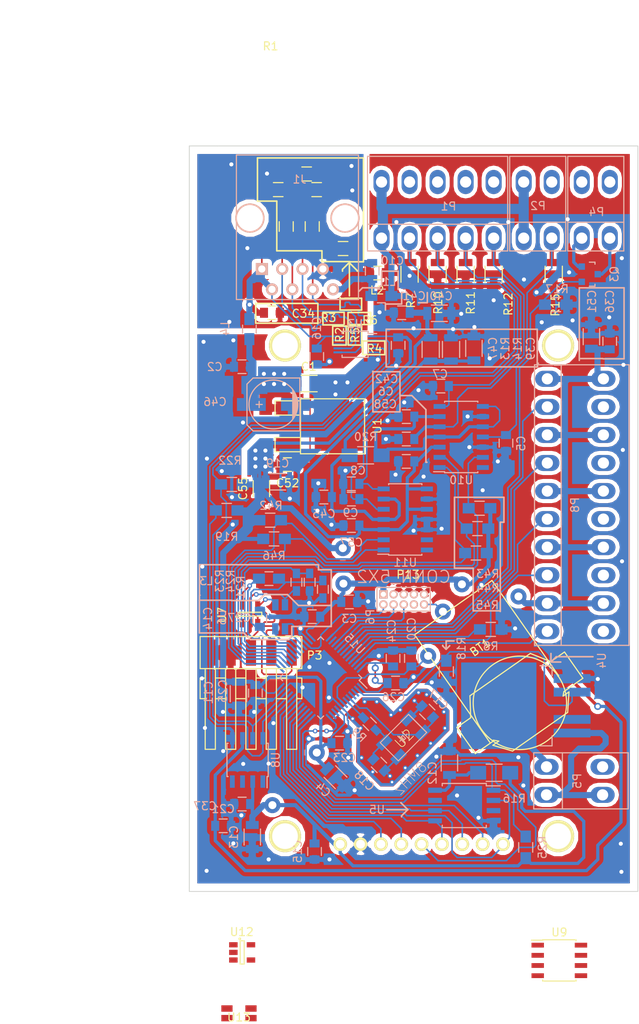
<source format=kicad_pcb>
(kicad_pcb (version 4) (host pcbnew 4.0.4+e1-6308~48~ubuntu15.04.1-stable)
  (layers (0 F.Cu signal) (1 In1.Cu jumper) (2 In2.Cu jumper) (31 B.Cu signal) (34 B.Paste user) (35 F.Paste user) (36 B.SilkS user) (37 F.SilkS user) (38 B.Mask user) (39 F.Mask user) (44 Edge.Cuts user))
  (net 0 "")
  (net 1 EXTRESET)
  (net 2 MISO)
  (net 3 MOSI)
  (net 4 SCK)
  (net 5 SCL)
  (net 6 SDA)
  (net 7 SWCLK)
  (net 8 SWDIO)
  (net 9 SWO)
  (net 10 VCC)
  (net 11 "Net-(C17-Pad2)")
  (net 12 "Net-(C18-Pad2)")
  (net 13 "Net-(P5-Pad2)")
  (net 14 "Net-(P6-Pad8)")
  (net 15 "Net-(R9-Pad1)")
  (net 16 stmxtalgnd)
  (net 17 DGND)
  (net 18 +12INPUT)
  (net 19 Waste)
  (net 20 FILL25)
  (net 21 FILL50)
  (net 22 FILL75)
  (net 23 FILL100)
  (net 24 "Net-(C10-Pad2)")
  (net 25 "Net-(J1-Pad3)")
  (net 26 "Net-(J1-Pad4)")
  (net 27 "Net-(J1-Pad5)")
  (net 28 "Net-(J1-Pad6)")
  (net 29 "Net-(P4-Pad1)")
  (net 30 "Net-(P4-Pad2)")
  (net 31 "Net-(P5-Pad1)")
  (net 32 LED)
  (net 33 DISPDC)
  (net 34 DISPRESET)
  (net 35 DISPCS)
  (net 36 SWITCH1)
  (net 37 SWITCH2)
  (net 38 SWITCH3)
  (net 39 SWITCH4)
  (net 40 WATERREF)
  (net 41 OUT100)
  (net 42 OUTWASTE)
  (net 43 OUT25)
  (net 44 OUT50)
  (net 45 OUT75)
  (net 46 "Net-(U3-Pad3)")
  (net 47 "Net-(U4-Pad4)")
  (net 48 +5INPUT)
  (net 49 SWITCH5)
  (net 50 MOS1)
  (net 51 MOS2)
  (net 52 "Net-(C16-Pad1)")
  (net 53 "Net-(C42-Pad2)")
  (net 54 UNFILTEREDGND)
  (net 55 "Net-(U10-Pad14)")
  (net 56 "Net-(U11-Pad13)")
  (net 57 "Net-(U11-Pad14)")
  (net 58 "Net-(C12-Pad2)")
  (net 59 MEMCS)
  (net 60 USBCONNECTED)
  (net 61 "Net-(P3-Pad2)")
  (net 62 "Net-(P3-Pad3)")
  (net 63 DISCONNECT)
  (net 64 USBD+)
  (net 65 USBD-)
  (net 66 "Net-(U7-Pad1)")
  (net 67 "Net-(U8-Pad1)")
  (net 68 "Net-(U8-Pad3)")
  (net 69 "Net-(U8-Pad4)")
  (net 70 "Net-(BT1-Pad1)")
  (net 71 "Net-(L3-Pad2)")
  (net 72 "Net-(U5-Pad3)")
  (net 73 "Net-(U5-Pad7)")
  (net 74 "Net-(R8-Pad2)")
  (net 75 CANTX)
  (net 76 "Net-(U9-Pad2)")
  (net 77 "Net-(U9-Pad3)")
  (net 78 CANRX)
  (net 79 "Net-(U9-Pad5)")
  (net 80 "Net-(U12-Pad4)")
  (net 81 "Net-(U12-Pad3)")
  (net 82 "Net-(U9-Pad8)")
  (net 83 "Net-(U12-Pad1)")
  (net 84 "Net-(U12-Pad2)")
  (net 85 "Net-(U12-Pad5)")
  (net 86 "Net-(U13-Pad4)")
  (net 87 "Net-(U13-Pad1)")
  (net 88 "Net-(U15-Pad2)")
  (net 89 "Net-(U15-Pad3)")
  (net 90 "Net-(U15-Pad4)")
  (net 91 "Net-(U15-Pad10)")
  (net 92 "Net-(U15-Pad11)")
  (net 93 "Net-(U15-Pad13)")
  (net 94 "Net-(U15-Pad14)")
  (net 95 "Net-(U15-Pad20)")
  (net 96 "Net-(U15-Pad25)")
  (net 97 "Net-(U15-Pad26)")
  (net 98 "Net-(U15-Pad27)")
  (net 99 "Net-(U15-Pad28)")
  (net 100 "Net-(U15-Pad29)")
  (net 101 "Net-(U15-Pad38)")
  (net 102 "Net-(U15-Pad40)")
  (net 103 "Net-(U15-Pad41)")
  (net 104 "Net-(U15-Pad42)")
  (net 105 "Net-(U15-Pad43)")
  (module Housings_SSOP:TSSOP-10_3x3mm_Pitch0.5mm (layer B.Cu) (at 38.7 41.25 180)
    (fp_text reference U3 (at 0 2.55 180) (layer B.SilkS) (effects (justify mirror)))
    (fp_text value PCA9615)
    (pad 1 smd rect (at -2.15 1 180) (size 1.1 0.25) (layers B.Cu B.Paste B.Mask) (net 10 VCC))
    (pad 2 smd rect (at -2.15 0.5 180) (size 1.1 0.25) (layers B.Cu B.Paste B.Mask) (net 6 SDA))
    (pad 3 smd rect (at -2.15 0 180) (size 1.1 0.25) (layers B.Cu B.Paste B.Mask) (net 46 "Net-(U3-Pad3)"))
    (pad 4 smd rect (at -2.15 -0.5 180) (size 1.1 0.25) (layers B.Cu B.Paste B.Mask) (net 5 SCL))
    (pad 5 smd rect (at -2.15 -1 180) (size 1.1 0.25) (layers B.Cu B.Paste B.Mask) (net 17 DGND))
    (pad 6 smd rect (at 2.15 -1 180) (size 1.1 0.25) (layers B.Cu B.Paste B.Mask) (net 28 "Net-(J1-Pad6)"))
    (pad 7 smd rect (at 2.15 -0.5 180) (size 1.1 0.25) (layers B.Cu B.Paste B.Mask) (net 27 "Net-(J1-Pad5)"))
    (pad 8 smd rect (at 2.15 0 180) (size 1.1 0.25) (layers B.Cu B.Paste B.Mask) (net 26 "Net-(J1-Pad4)"))
    (pad 9 smd rect (at 2.15 0.5 180) (size 1.1 0.25) (layers B.Cu B.Paste B.Mask) (net 25 "Net-(J1-Pad3)"))
    (pad 10 smd rect (at 2.15 1 180) (size 1.1 0.25) (layers B.Cu B.Paste B.Mask) (net 52 "Net-(C16-Pad1)"))
  )
  (module Capacitors_SMD:C_0805_HandSoldering (layer B.Cu) (at 27.946 70.475 180)
    (fp_text reference L3 (at 7.80986 -0.29972 360) (layer B.SilkS) (effects (justify mirror)))
    (fp_text value INDUCTOR)
    (pad 1 smd rect (at -1.25 0 180) (size 1.5 1.25) (layers B.Cu B.Paste B.Mask) (net 60 USBCONNECTED))
    (pad 2 smd rect (at 1.25 0 180) (size 1.5 1.25) (layers B.Cu B.Paste B.Mask) (net 71 "Net-(L3-Pad2)"))
  )
  (module Display_Addons:2.2inchQVGASPIwithStorage (layer F.Cu) (at 47 72)
    (fp_text reference P13 (at -1.695 -2.033) (layer F.SilkS))
    (fp_text value DISPLAY)
    (pad 9 thru_hole circle (at 10.16 31.6) (size 1.7 1.7) (drill 1.1) (layers *.Cu *.Mask F.SilkS) (net 2 MISO))
    (pad 8 thru_hole circle (at 7.62 31.6) (size 1.7 1.7) (drill 1.1) (layers *.Cu *.Mask F.SilkS) (net 32 LED))
    (pad 7 thru_hole circle (at 5.08 31.6) (size 1.7 1.7) (drill 1.1) (layers *.Cu *.Mask F.SilkS) (net 4 SCK))
    (pad 6 thru_hole circle (at 2.54 31.6) (size 1.7 1.7) (drill 1.1) (layers *.Cu *.Mask F.SilkS) (net 3 MOSI))
    (pad 5 thru_hole circle (at 0 31.6) (size 1.7 1.7) (drill 1.1) (layers *.Cu *.Mask F.SilkS) (net 33 DISPDC))
    (pad 4 thru_hole circle (at -2.54 31.6) (size 1.7 1.7) (drill 1.1) (layers *.Cu *.Mask F.SilkS) (net 34 DISPRESET))
    (pad 3 thru_hole circle (at -5.08 31.6) (size 1.7 1.7) (drill 1.1) (layers *.Cu *.Mask F.SilkS) (net 35 DISPCS))
    (pad 2 thru_hole circle (at -7.62 31.6) (size 1.7 1.7) (drill 1.1) (layers *.Cu *.Mask F.SilkS) (net 17 DGND))
    (pad "" np_thru_hole circle (at 17.05 30.6) (size 4 4) (drill 3.2) (layers *.Cu *.Mask F.SilkS))
    (pad "" np_thru_hole circle (at -17.05 30.6) (size 4 4) (drill 3.2) (layers *.Cu *.Mask F.SilkS))
    (pad "" np_thru_hole circle (at 17.05 -30.6) (size 4 4) (drill 3.2) (layers *.Cu *.Mask F.SilkS))
    (pad "" np_thru_hole circle (at -17.05 -30.6) (size 4 4) (drill 3.2) (layers *.Cu *.Mask F.SilkS))
    (pad 1 thru_hole circle (at -10.16 31.6) (size 1.7 1.7) (drill 1.1) (layers *.Cu *.Mask F.SilkS) (net 10 VCC))
  )
  (module Capacitors_SMD:C_0805 (layer B.Cu) (at 34.803 60.299)
    (fp_text reference C45 (at 0 2.1) (layer B.SilkS) (effects (justify mirror)))
    (fp_text value 100nF)
    (pad 1 smd rect (at -1 0) (size 1 1.25) (layers B.Cu B.Paste B.Mask) (net 17 DGND))
    (pad 2 smd rect (at 1 0) (size 1 1.25) (layers B.Cu B.Paste B.Mask) (net 40 WATERREF))
  )
  (module Connect:RJ45_8 (layer B.Cu) (at 31.5 25.5)
    (fp_text reference J1 (at 0.254 -4.826) (layer B.SilkS) (effects (justify mirror)))
    (fp_text value RJ45)
    (pad Hole np_thru_hole circle (at 5.93852 0) (size 3.64998 3.64998) (drill 3.2512) (layers *.Cu *.SilkS *.Mask))
    (pad Hole np_thru_hole circle (at -5.9309 0) (size 3.64998 3.64998) (drill 3.2512) (layers *.Cu *.SilkS *.Mask))
    (pad 1 thru_hole rect (at -4.445 6.35) (size 1.50114 1.50114) (drill 0.89916) (layers *.Cu *.Mask B.SilkS) (net 52 "Net-(C16-Pad1)"))
    (pad 2 thru_hole circle (at -3.175 8.89) (size 1.50114 1.50114) (drill 0.89916) (layers *.Cu *.Mask B.SilkS) (net 52 "Net-(C16-Pad1)"))
    (pad 3 thru_hole circle (at -1.905 6.35) (size 1.50114 1.50114) (drill 0.89916) (layers *.Cu *.Mask B.SilkS) (net 25 "Net-(J1-Pad3)"))
    (pad 4 thru_hole circle (at -0.635 8.89) (size 1.50114 1.50114) (drill 0.89916) (layers *.Cu *.Mask B.SilkS) (net 26 "Net-(J1-Pad4)"))
    (pad 5 thru_hole circle (at 0.635 6.35) (size 1.50114 1.50114) (drill 0.89916) (layers *.Cu *.Mask B.SilkS) (net 27 "Net-(J1-Pad5)"))
    (pad 6 thru_hole circle (at 1.905 8.89) (size 1.50114 1.50114) (drill 0.89916) (layers *.Cu *.Mask B.SilkS) (net 28 "Net-(J1-Pad6)"))
    (pad 7 thru_hole circle (at 3.175 6.35) (size 1.50114 1.50114) (drill 0.89916) (layers *.Cu *.Mask B.SilkS) (net 54 UNFILTEREDGND))
    (pad 8 thru_hole circle (at 4.445 8.89) (size 1.50114 1.50114) (drill 0.89916) (layers *.Cu *.Mask B.SilkS) (net 24 "Net-(C10-Pad2)"))
  )
  (module Capacitors_SMD:C_0805 (layer B.Cu) (at 38.232 58.648 180)
    (fp_text reference C8 (at -0.8246 1.6604 180) (layer B.SilkS) (effects (justify mirror)))
    (fp_text value 100nF)
    (pad 1 smd rect (at -1 0 180) (size 1 1.25) (layers B.Cu B.Paste B.Mask) (net 22 FILL75))
    (pad 2 smd rect (at 1 0 180) (size 1 1.25) (layers B.Cu B.Paste B.Mask) (net 17 DGND))
  )
  (module Resistors_SMD:R_0805_HandSoldering (layer F.Cu) (at 29.1 21.95 180)
    (fp_text reference R3 (at -6.2586 -15.9892 180) (layer F.SilkS))
    (fp_text value 600R)
    (pad 1 smd rect (at -1.35 0 180) (size 1.5 1.3) (layers F.Cu F.Paste F.Mask) (net 25 "Net-(J1-Pad3)"))
    (pad 2 smd rect (at 1.35 0 180) (size 1.5 1.3) (layers F.Cu F.Paste F.Mask) (net 54 UNFILTEREDGND))
  )
  (module crystal_ceramic_smd:Xtal_Ceramic_5x3.2 (layer B.Cu) (at 44.737942 90.305869 45)
    (fp_text reference U2 (at -0.016739 0.172102 45) (layer F.SilkS) (effects (font (size 1.27 1.27) (thickness 0.0889))))
    (fp_text value 8MHz (at -2.953283 4.204237 45) (layer B.SilkS) (effects (font (size 1.27 1.27) (thickness 0.0889)) (justify mirror)))
    (pad 2 smd rect (at 2.1336 -1.27 45) (size 1.9 1.1) (layers B.Cu B.Paste B.Mask) (net 16 stmxtalgnd))
    (pad 4 smd rect (at -2.1336 1.27 45) (size 1.9 1.1) (layers B.Cu B.Paste B.Mask) (net 16 stmxtalgnd))
    (pad 1 smd rect (at -2.1336 -1.27 45) (size 1.9 1.1) (layers B.Cu B.Paste B.Mask) (net 12 "Net-(C18-Pad2)"))
    (pad 3 smd rect (at 2.1336 1.27 45) (size 1.9 1.1) (layers B.Cu B.Paste B.Mask) (net 11 "Net-(C17-Pad2)"))
  )
  (module Capacitors_SMD:C_0805 (layer B.Cu) (at 49.408 46.456 180)
    (fp_text reference C7 (at 0.09488 1.50038 180) (layer B.SilkS) (effects (justify mirror)))
    (fp_text value 100nF)
    (pad 1 smd rect (at -1 0 180) (size 1 1.25) (layers B.Cu B.Paste B.Mask) (net 21 FILL50))
    (pad 2 smd rect (at 1 0 180) (size 1 1.25) (layers B.Cu B.Paste B.Mask) (net 17 DGND))
  )
  (module Capacitors_SMD:C_0805 (layer B.Cu) (at 57.536 53.568 270)
    (fp_text reference C5 (at 0.04902 -1.8914 270) (layer B.SilkS) (effects (justify mirror)))
    (fp_text value 100nF)
    (pad 1 smd rect (at -1 0 270) (size 1 1.25) (layers B.Cu B.Paste B.Mask) (net 19 Waste))
    (pad 2 smd rect (at 1 0 270) (size 1 1.25) (layers B.Cu B.Paste B.Mask) (net 17 DGND))
  )
  (module Capacitors_SMD:C_0805 (layer B.Cu) (at 45.09 53.06 180)
    (fp_text reference C6 (at 2.5536 5.9403 180) (layer B.SilkS) (effects (justify mirror)))
    (fp_text value 100nF)
    (pad 1 smd rect (at -1 0 180) (size 1 1.25) (layers B.Cu B.Paste B.Mask) (net 20 FILL25))
    (pad 2 smd rect (at 1 0 180) (size 1 1.25) (layers B.Cu B.Paste B.Mask) (net 17 DGND))
  )
  (module Capacitors_SMD:C_0805 (layer B.Cu) (at 38.232 60.553 180)
    (fp_text reference C9 (at 0.1025 -1.7051 180) (layer B.SilkS) (effects (justify mirror)))
    (fp_text value 100nF)
    (pad 1 smd rect (at -1 0 180) (size 1 1.25) (layers B.Cu B.Paste B.Mask) (net 23 FILL100))
    (pad 2 smd rect (at 1 0 180) (size 1 1.25) (layers B.Cu B.Paste B.Mask) (net 17 DGND))
  )
  (module Capacitors_SMD:C_0805 (layer B.Cu) (at 40.8355 32.105 270)
    (fp_text reference C10 (at -1.2794 -2.5264 360) (layer B.SilkS) (effects (justify mirror)))
    (fp_text value 10nF)
    (pad 1 smd rect (at -1 0 270) (size 1 1.25) (layers B.Cu B.Paste B.Mask) (net 54 UNFILTEREDGND))
    (pad 2 smd rect (at 1 0 270) (size 1 1.25) (layers B.Cu B.Paste B.Mask) (net 24 "Net-(C10-Pad2)"))
  )
  (module Capacitors_SMD:C_0805 (layer B.Cu) (at 47.710407 87.099918 315)
    (fp_text reference C17 (at -0.120792 -2.017383 315) (layer B.SilkS) (effects (justify mirror)))
    (fp_text value 22pF)
    (pad 1 smd rect (at -1 0 315) (size 1 1.25) (layers B.Cu B.Paste B.Mask) (net 16 stmxtalgnd))
    (pad 2 smd rect (at 1 0 315) (size 1 1.25) (layers B.Cu B.Paste B.Mask) (net 11 "Net-(C17-Pad2)"))
  )
  (module Capacitors_SMD:C_0805 (layer B.Cu) (at 41.684654 93.718367 135)
    (fp_text reference C18 (at -0.088727 -2.691805 135) (layer B.SilkS) (effects (justify mirror)))
    (fp_text value 22pF)
    (pad 1 smd rect (at -1 0 135) (size 1 1.25) (layers B.Cu B.Paste B.Mask) (net 16 stmxtalgnd))
    (pad 2 smd rect (at 1 0 135) (size 1 1.25) (layers B.Cu B.Paste B.Mask) (net 12 "Net-(C18-Pad2)"))
  )
  (module Capacitors_SMD:C_0805 (layer B.Cu) (at 36.75 91)
    (fp_text reference C23 (at 0.6175 1.827) (layer B.SilkS) (effects (justify mirror)))
    (fp_text value 100nF)
    (pad 1 smd rect (at -1 0) (size 1 1.25) (layers B.Cu B.Paste B.Mask) (net 10 VCC))
    (pad 2 smd rect (at 1 0) (size 1 1.25) (layers B.Cu B.Paste B.Mask) (net 17 DGND))
  )
  (module Capacitors_SMD:C_0805 (layer B.Cu) (at 43.439 80.4285 90)
    (fp_text reference C24 (at 3.4285 -0.189 90) (layer B.SilkS) (effects (justify mirror)))
    (fp_text value 100nF)
    (pad 1 smd rect (at -1 0 90) (size 1 1.25) (layers B.Cu B.Paste B.Mask) (net 10 VCC))
    (pad 2 smd rect (at 1 0 90) (size 1 1.25) (layers B.Cu B.Paste B.Mask) (net 17 DGND))
  )
  (module Capacitors_SMD:C_0805 (layer B.Cu) (at 26.25 84.75 270)
    (fp_text reference C25 (at -0.2415 4.059 270) (layer B.SilkS) (effects (justify mirror)))
    (fp_text value 100nF)
    (pad 1 smd rect (at -1 0 270) (size 1 1.25) (layers B.Cu B.Paste B.Mask) (net 10 VCC))
    (pad 2 smd rect (at 1 0 270) (size 1 1.25) (layers B.Cu B.Paste B.Mask) (net 17 DGND))
  )
  (module Capacitors_SMD:C_0805 (layer B.Cu) (at 43.75 83.5)
    (fp_text reference C26 (at -0.25 1.75) (layer B.SilkS) (effects (justify mirror)))
    (fp_text value 100nF)
    (pad 1 smd rect (at -1 0) (size 1 1.25) (layers B.Cu B.Paste B.Mask) (net 10 VCC))
    (pad 2 smd rect (at 1 0) (size 1 1.25) (layers B.Cu B.Paste B.Mask) (net 17 DGND))
  )
  (module Capacitors_SMD:C_0805 (layer B.Cu) (at 33.3425 75.2215 180)
    (fp_text reference C27 (at 9.1195 -0.143 180) (layer B.SilkS) (effects (justify mirror)))
    (fp_text value 100nF)
    (pad 1 smd rect (at -1 0 180) (size 1 1.25) (layers B.Cu B.Paste B.Mask) (net 10 VCC))
    (pad 2 smd rect (at 1 0 180) (size 1 1.25) (layers B.Cu B.Paste B.Mask) (net 17 DGND))
  )
  (module Resistors_SMD:R_0603_HandSoldering (layer B.Cu) (at 40.517224 88.599621 315)
    (fp_text reference R9 (at 0 1.9 315) (layer B.SilkS) (effects (justify mirror)))
    (fp_text value ???)
    (pad 1 smd rect (at -1.1 0 315) (size 1.2 0.9) (layers B.Cu B.Paste B.Mask) (net 15 "Net-(R9-Pad1)"))
    (pad 2 smd rect (at 1.1 0 315) (size 1.2 0.9) (layers B.Cu B.Paste B.Mask) (net 12 "Net-(C18-Pad2)"))
  )
  (module Capacitors_SMD:C_0805 (layer B.Cu) (at 24.5795 44.043)
    (fp_text reference C2 (at -3.4045 0.016) (layer B.SilkS) (effects (justify mirror)))
    (fp_text value 100nF)
    (pad 1 smd rect (at -1 0) (size 1 1.25) (layers B.Cu B.Paste B.Mask) (net 17 DGND))
    (pad 2 smd rect (at 1 0) (size 1 1.25) (layers B.Cu B.Paste B.Mask) (net 48 +5INPUT))
  )
  (module Resistors_SMD:R_0805_HandSoldering (layer F.Cu) (at 30.1 26.55 90)
    (fp_text reference R2 (at -13.5212 6.696 90) (layer F.SilkS))
    (fp_text value 120R)
    (pad 1 smd rect (at -1.35 0 90) (size 1.5 1.3) (layers F.Cu F.Paste F.Mask) (net 26 "Net-(J1-Pad4)"))
    (pad 2 smd rect (at 1.35 0 90) (size 1.5 1.3) (layers F.Cu F.Paste F.Mask) (net 25 "Net-(J1-Pad3)"))
  )
  (module Resistors_SMD:R_0805_HandSoldering (layer F.Cu) (at 37.2 29.3 180)
    (fp_text reference R4 (at -3.914 -12.4984 180) (layer F.SilkS))
    (fp_text value 600R)
    (pad 1 smd rect (at -1.35 0 180) (size 1.5 1.3) (layers F.Cu F.Paste F.Mask) (net 54 UNFILTEREDGND))
    (pad 2 smd rect (at 1.35 0 180) (size 1.5 1.3) (layers F.Cu F.Paste F.Mask) (net 28 "Net-(J1-Pad6)"))
  )
  (module Resistors_SMD:R_0805_HandSoldering (layer F.Cu) (at 33.35 26.55 90)
    (fp_text reference R5 (at -13.5466 5.351 90) (layer F.SilkS))
    (fp_text value 120R)
    (pad 1 smd rect (at -1.35 0 90) (size 1.5 1.3) (layers F.Cu F.Paste F.Mask) (net 28 "Net-(J1-Pad6)"))
    (pad 2 smd rect (at 1.35 0 90) (size 1.5 1.3) (layers F.Cu F.Paste F.Mask) (net 27 "Net-(J1-Pad5)"))
  )
  (module Resistors_SMD:R_0805_HandSoldering (layer F.Cu) (at 33.9 21.95 180)
    (fp_text reference R6 (at -6.6676 -16.2858 180) (layer F.SilkS))
    (fp_text value 600R)
    (pad 1 smd rect (at -1.35 0 180) (size 1.5 1.3) (layers F.Cu F.Paste F.Mask) (net 27 "Net-(J1-Pad5)"))
    (pad 2 smd rect (at 1.35 0 180) (size 1.5 1.3) (layers F.Cu F.Paste F.Mask) (net 52 "Net-(C16-Pad1)"))
  )
  (module Resistors_SMD:R_0805_HandSoldering (layer B.Cu) (at 55.631 76.809)
    (fp_text reference R8 (at 0 2.1) (layer B.SilkS) (effects (justify mirror)))
    (fp_text value 10K)
    (pad 1 smd rect (at -1.35 0) (size 1.5 1.3) (layers B.Cu B.Paste B.Mask) (net 17 DGND))
    (pad 2 smd rect (at 1.35 0) (size 1.5 1.3) (layers B.Cu B.Paste B.Mask) (net 74 "Net-(R8-Pad2)"))
  )
  (module Resistors_SMD:R_0805_HandSoldering (layer B.Cu) (at 63.759 36.296)
    (fp_text reference R17 (at 0.17182 -1.92964) (layer B.SilkS) (effects (justify mirror)))
    (fp_text value 10K)
    (pad 1 smd rect (at -1.35 0) (size 1.5 1.3) (layers B.Cu B.Paste B.Mask) (net 50 MOS1))
    (pad 2 smd rect (at 1.35 0) (size 1.5 1.3) (layers B.Cu B.Paste B.Mask) (net 17 DGND))
  )
  (module Resistors_SMD:R_0805_HandSoldering (layer B.Cu) (at 50.0938 82.0668 270)
    (fp_text reference R18 (at -2.8923 -1.8787 270) (layer B.SilkS) (effects (justify mirror)))
    (fp_text value 10K)
    (pad 1 smd rect (at -1.35 0 270) (size 1.5 1.3) (layers B.Cu B.Paste B.Mask) (net 51 MOS2))
    (pad 2 smd rect (at 1.35 0 270) (size 1.5 1.3) (layers B.Cu B.Paste B.Mask) (net 17 DGND))
  )
  (module Housings_SOIC:SOIC-14_3.9x8.7mm_Pitch1.27mm (layer B.Cu) (at 44.963 63.093)
    (fp_text reference U11 (at 0 5.375) (layer B.SilkS) (effects (justify mirror)))
    (fp_text value LM339)
    (pad 1 smd rect (at -2.7 3.81) (size 1.5 0.6) (layers B.Cu B.Paste B.Mask) (net 45 OUT75))
    (pad 2 smd rect (at -2.7 2.54) (size 1.5 0.6) (layers B.Cu B.Paste B.Mask) (net 41 OUT100))
    (pad 3 smd rect (at -2.7 1.27) (size 1.5 0.6) (layers B.Cu B.Paste B.Mask) (net 18 +12INPUT))
    (pad 4 smd rect (at -2.7 0) (size 1.5 0.6) (layers B.Cu B.Paste B.Mask) (net 40 WATERREF))
    (pad 5 smd rect (at -2.7 -1.27) (size 1.5 0.6) (layers B.Cu B.Paste B.Mask) (net 23 FILL100))
    (pad 6 smd rect (at -2.7 -2.54) (size 1.5 0.6) (layers B.Cu B.Paste B.Mask) (net 40 WATERREF))
    (pad 7 smd rect (at -2.7 -3.81) (size 1.5 0.6) (layers B.Cu B.Paste B.Mask) (net 22 FILL75))
    (pad 8 smd rect (at 2.7 -3.81) (size 1.5 0.6) (layers B.Cu B.Paste B.Mask) (net 18 +12INPUT))
    (pad 9 smd rect (at 2.7 -2.54) (size 1.5 0.6) (layers B.Cu B.Paste B.Mask) (net 17 DGND))
    (pad 10 smd rect (at 2.7 -1.27) (size 1.5 0.6) (layers B.Cu B.Paste B.Mask) (net 18 +12INPUT))
    (pad 11 smd rect (at 2.7 0) (size 1.5 0.6) (layers B.Cu B.Paste B.Mask) (net 17 DGND))
    (pad 12 smd rect (at 2.7 1.27) (size 1.5 0.6) (layers B.Cu B.Paste B.Mask) (net 17 DGND))
    (pad 13 smd rect (at 2.7 2.54) (size 1.5 0.6) (layers B.Cu B.Paste B.Mask) (net 56 "Net-(U11-Pad13)"))
    (pad 14 smd rect (at 2.7 3.81) (size 1.5 0.6) (layers B.Cu B.Paste B.Mask) (net 57 "Net-(U11-Pad14)"))
  )
  (module Capacitors_SMD:C_0805 (layer B.Cu) (at 45.725 80.4285 90)
    (fp_text reference C20 (at 3.6785 0.025 90) (layer B.SilkS) (effects (justify mirror)))
    (fp_text value 100nF)
    (pad 1 smd rect (at -1 0 90) (size 1 1.25) (layers B.Cu B.Paste B.Mask) (net 1 EXTRESET))
    (pad 2 smd rect (at 1 0 90) (size 1 1.25) (layers B.Cu B.Paste B.Mask) (net 17 DGND))
  )
  (module Capacitors_SMD:C_0805 (layer F.Cu) (at 30.25 56.25)
    (fp_text reference C52 (at 0.0309 2.3124) (layer F.SilkS))
    (fp_text value 100nF)
    (pad 1 smd rect (at -1 0) (size 1 1.25) (layers F.Cu F.Paste F.Mask) (net 10 VCC))
    (pad 2 smd rect (at 1 0) (size 1 1.25) (layers F.Cu F.Paste F.Mask) (net 17 DGND))
  )
  (module Capacitors_SMD:C_0805 (layer B.Cu) (at 33.914 42.773 270)
    (fp_text reference C16 (at -3.54508 -0.00672 270) (layer B.SilkS) (effects (justify mirror)))
    (fp_text value 10nF)
    (pad 1 smd rect (at -1 0 270) (size 1 1.25) (layers B.Cu B.Paste B.Mask) (net 52 "Net-(C16-Pad1)"))
    (pad 2 smd rect (at 1 0 270) (size 1 1.25) (layers B.Cu B.Paste B.Mask) (net 54 UNFILTEREDGND))
  )
  (module Capacitors_SMD:C_0805 (layer B.Cu) (at 38.232 63.855)
    (fp_text reference C57 (at 0 2.1) (layer B.SilkS) (effects (justify mirror)))
    (fp_text value 100nF)
    (pad 1 smd rect (at -1 0) (size 1 1.25) (layers B.Cu B.Paste B.Mask) (net 17 DGND))
    (pad 2 smd rect (at 1 0) (size 1 1.25) (layers B.Cu B.Paste B.Mask) (net 18 +12INPUT))
  )
  (module Capacitors_SMD:C_0805 (layer B.Cu) (at 45.09 55.854)
    (fp_text reference C58 (at -2.6171 -7.1468) (layer B.SilkS) (effects (justify mirror)))
    (fp_text value 100nF)
    (pad 1 smd rect (at -1 0) (size 1 1.25) (layers B.Cu B.Paste B.Mask) (net 17 DGND))
    (pad 2 smd rect (at 1 0) (size 1 1.25) (layers B.Cu B.Paste B.Mask) (net 18 +12INPUT))
  )
  (module Capacitors_SMD:C_0805_HandSoldering (layer B.Cu) (at 41.9785 35.2165)
    (fp_text reference L1 (at 0.99732 -1.77978) (layer B.SilkS) (effects (justify mirror)))
    (fp_text value INDUCTOR)
    (pad 1 smd rect (at -1.25 0) (size 1.5 1.25) (layers B.Cu B.Paste B.Mask) (net 24 "Net-(C10-Pad2)"))
    (pad 2 smd rect (at 1.25 0) (size 1.5 1.25) (layers B.Cu B.Paste B.Mask) (net 18 +12INPUT))
  )
  (module Capacitors_SMD:C_0805_HandSoldering (layer F.Cu) (at 41.534 32.359)
    (fp_text reference L2 (at -0.0898 2.1496) (layer F.SilkS))
    (fp_text value INDUCTOR)
    (pad 1 smd rect (at -1.25 0) (size 1.5 1.25) (layers F.Cu F.Paste F.Mask) (net 54 UNFILTEREDGND))
    (pad 2 smd rect (at 1.25 0) (size 1.5 1.25) (layers F.Cu F.Paste F.Mask) (net 17 DGND))
  )
  (module Resistors_SMD:R_0805_HandSoldering (layer F.Cu) (at 32.65 20)
    (fp_text reference R1 (at -4.5098 -15.9392) (layer F.SilkS))
    (fp_text value 600R)
    (pad 1 smd rect (at -1.35 0) (size 1.5 1.3) (layers F.Cu F.Paste F.Mask) (net 52 "Net-(C16-Pad1)"))
    (pad 2 smd rect (at 1.35 0) (size 1.5 1.3) (layers F.Cu F.Paste F.Mask) (net 26 "Net-(J1-Pad4)"))
  )
  (module Resistors_SMD:R_1206 (layer F.Cu) (at 45.5 32.5 270)
    (fp_text reference R7 (at 3.2786 -0.1606 270) (layer F.SilkS))
    (fp_text value 1M21)
    (pad 1 smd rect (at -1.45 0 270) (size 0.9 1.7) (layers F.Cu F.Paste F.Mask) (net 23 FILL100))
    (pad 2 smd rect (at 1.45 0 270) (size 0.9 1.7) (layers F.Cu F.Paste F.Mask) (net 17 DGND))
  )
  (module Resistors_SMD:R_1206 (layer F.Cu) (at 49 32.5 270)
    (fp_text reference R10 (at 3.558 -0.0642 270) (layer F.SilkS))
    (fp_text value 1M21)
    (pad 1 smd rect (at -1.45 0 270) (size 0.9 1.7) (layers F.Cu F.Paste F.Mask) (net 22 FILL75))
    (pad 2 smd rect (at 1.45 0 270) (size 0.9 1.7) (layers F.Cu F.Paste F.Mask) (net 17 DGND))
  )
  (module Resistors_SMD:R_1206 (layer F.Cu) (at 52.5 32.5 270)
    (fp_text reference R11 (at 3.5834 -0.6282 270) (layer F.SilkS))
    (fp_text value 1M21)
    (pad 1 smd rect (at -1.45 0 270) (size 0.9 1.7) (layers F.Cu F.Paste F.Mask) (net 21 FILL50))
    (pad 2 smd rect (at 1.45 0 270) (size 0.9 1.7) (layers F.Cu F.Paste F.Mask) (net 17 DGND))
  )
  (module Resistors_SMD:R_1206 (layer F.Cu) (at 56 32.5 270)
    (fp_text reference R12 (at 3.7358 -1.8272 270) (layer F.SilkS))
    (fp_text value 1M21)
    (pad 1 smd rect (at -1.45 0 270) (size 0.9 1.7) (layers F.Cu F.Paste F.Mask) (net 20 FILL25))
    (pad 2 smd rect (at 1.45 0 270) (size 0.9 1.7) (layers F.Cu F.Paste F.Mask) (net 17 DGND))
  )
  (module Resistors_SMD:R_1206 (layer B.Cu) (at 48.138 41.884 270)
    (fp_text reference R13 (at -0.12624 -9.3082 270) (layer B.SilkS) (effects (justify mirror)))
    (fp_text value 1M21)
    (pad 1 smd rect (at -1.45 0 270) (size 0.9 1.7) (layers B.Cu B.Paste B.Mask) (net 18 +12INPUT))
    (pad 2 smd rect (at 1.45 0 270) (size 0.9 1.7) (layers B.Cu B.Paste B.Mask) (net 40 WATERREF))
  )
  (module Resistors_SMD:R_1206 (layer B.Cu) (at 50.678 41.884 90)
    (fp_text reference R14 (at 0.10592 8.31252 90) (layer B.SilkS) (effects (justify mirror)))
    (fp_text value 158K)
    (pad 1 smd rect (at -1.45 0 90) (size 0.9 1.7) (layers B.Cu B.Paste B.Mask) (net 40 WATERREF))
    (pad 2 smd rect (at 1.45 0 90) (size 0.9 1.7) (layers B.Cu B.Paste B.Mask) (net 17 DGND))
  )
  (module Resistors_SMD:R_1206 (layer F.Cu) (at 63.5 32.5 270)
    (fp_text reference R15 (at 3.8374 -0.1946 270) (layer F.SilkS))
    (fp_text value 1M21)
    (pad 1 smd rect (at -1.45 0 270) (size 0.9 1.7) (layers F.Cu F.Paste F.Mask) (net 19 Waste))
    (pad 2 smd rect (at 1.45 0 270) (size 0.9 1.7) (layers F.Cu F.Paste F.Mask) (net 17 DGND))
  )
  (module Resistors_SMD:R_0805_HandSoldering (layer B.Cu) (at 22.6628 61.966 180)
    (fp_text reference R19 (at -0.0108 -3.2766 180) (layer B.SilkS) (effects (justify mirror)))
    (fp_text value R)
    (pad 1 smd rect (at -1.35 0 180) (size 1.5 1.3) (layers B.Cu B.Paste B.Mask) (net 10 VCC))
    (pad 2 smd rect (at 1.35 0 180) (size 1.5 1.3) (layers B.Cu B.Paste B.Mask) (net 5 SCL))
  )
  (module Resistors_SMD:R_0805_HandSoldering (layer B.Cu) (at 23.3105 58.7275 180)
    (fp_text reference R22 (at 0.2305 2.9845 180) (layer B.SilkS) (effects (justify mirror)))
    (fp_text value R)
    (pad 1 smd rect (at -1.35 0 180) (size 1.5 1.3) (layers B.Cu B.Paste B.Mask) (net 10 VCC))
    (pad 2 smd rect (at 1.35 0 180) (size 1.5 1.3) (layers B.Cu B.Paste B.Mask) (net 6 SDA))
  )
  (module Resistors_SMD:R_0805_HandSoldering (layer B.Cu) (at 28.0984 63.1852)
    (fp_text reference R42 (at 0.0997 -1.8161) (layer B.SilkS) (effects (justify mirror)))
    (fp_text value 10K)
    (pad 1 smd rect (at -1.35 0) (size 1.5 1.3) (layers B.Cu B.Paste B.Mask) (net 10 VCC))
    (pad 2 smd rect (at 1.35 0) (size 1.5 1.3) (layers B.Cu B.Paste B.Mask) (net 41 OUT100))
  )
  (module Resistors_SMD:R_0805_HandSoldering (layer B.Cu) (at 54.234 61.696 180)
    (fp_text reference R43 (at -1.03034 -8.1821 180) (layer B.SilkS) (effects (justify mirror)))
    (fp_text value 10K)
    (pad 1 smd rect (at -1.35 0 180) (size 1.5 1.3) (layers B.Cu B.Paste B.Mask) (net 10 VCC))
    (pad 2 smd rect (at 1.35 0 180) (size 1.5 1.3) (layers B.Cu B.Paste B.Mask) (net 42 OUTWASTE))
  )
  (module Resistors_SMD:R_0805_HandSoldering (layer B.Cu) (at 53.98 64.236 180)
    (fp_text reference R44 (at -1.2945 -7.43788 180) (layer B.SilkS) (effects (justify mirror)))
    (fp_text value 10K)
    (pad 1 smd rect (at -1.35 0 180) (size 1.5 1.3) (layers B.Cu B.Paste B.Mask) (net 10 VCC))
    (pad 2 smd rect (at 1.35 0 180) (size 1.5 1.3) (layers B.Cu B.Paste B.Mask) (net 43 OUT25))
  )
  (module Resistors_SMD:R_0805_HandSoldering (layer B.Cu) (at 53.7895 67.284 180)
    (fp_text reference R45 (at -1.41896 -6.49808 180) (layer B.SilkS) (effects (justify mirror)))
    (fp_text value 10K)
    (pad 1 smd rect (at -1.35 0 180) (size 1.5 1.3) (layers B.Cu B.Paste B.Mask) (net 10 VCC))
    (pad 2 smd rect (at 1.35 0 180) (size 1.5 1.3) (layers B.Cu B.Paste B.Mask) (net 44 OUT50))
  )
  (module Resistors_SMD:R_0805_HandSoldering (layer B.Cu) (at 28.581 65.522)
    (fp_text reference R46 (at 0.00064 2.09296) (layer B.SilkS) (effects (justify mirror)))
    (fp_text value 10K)
    (pad 1 smd rect (at -1.35 0) (size 1.5 1.3) (layers B.Cu B.Paste B.Mask) (net 10 VCC))
    (pad 2 smd rect (at 1.35 0) (size 1.5 1.3) (layers B.Cu B.Paste B.Mask) (net 45 OUT75))
  )
  (module TO_SOT_Packages_SMD:TO-252-2Lead (layer F.Cu) (at 30.358 51.4725 270)
    (fp_text reference U1 (at -0.0475 -11.1116 270) (layer F.SilkS))
    (fp_text value LDF333DT-TR)
    (pad 1 smd rect (at -2.286 0 270) (size 1.651 3.048) (layers F.Cu F.Paste F.Mask) (net 48 +5INPUT))
    (pad 2 smd rect (at 0 -6.35 270) (size 6.096 6.096) (layers F.Cu F.Paste F.Mask) (net 17 DGND))
    (pad 3 smd rect (at 2.286 0 270) (size 1.651 3.048) (layers F.Cu F.Paste F.Mask) (net 10 VCC))
  )
  (module Housings_SOIC:SOIC-14_3.9x8.7mm_Pitch1.27mm (layer B.Cu) (at 51.948 52.806)
    (fp_text reference U10 (at 0 5.375) (layer B.SilkS) (effects (justify mirror)))
    (fp_text value LM339)
    (pad 1 smd rect (at -2.7 3.81) (size 1.5 0.6) (layers B.Cu B.Paste B.Mask) (net 44 OUT50))
    (pad 2 smd rect (at -2.7 2.54) (size 1.5 0.6) (layers B.Cu B.Paste B.Mask) (net 43 OUT25))
    (pad 3 smd rect (at -2.7 1.27) (size 1.5 0.6) (layers B.Cu B.Paste B.Mask) (net 18 +12INPUT))
    (pad 4 smd rect (at -2.7 0) (size 1.5 0.6) (layers B.Cu B.Paste B.Mask) (net 53 "Net-(C42-Pad2)"))
    (pad 5 smd rect (at -2.7 -1.27) (size 1.5 0.6) (layers B.Cu B.Paste B.Mask) (net 20 FILL25))
    (pad 6 smd rect (at -2.7 -2.54) (size 1.5 0.6) (layers B.Cu B.Paste B.Mask) (net 53 "Net-(C42-Pad2)"))
    (pad 7 smd rect (at -2.7 -3.81) (size 1.5 0.6) (layers B.Cu B.Paste B.Mask) (net 21 FILL50))
    (pad 8 smd rect (at 2.7 -3.81) (size 1.5 0.6) (layers B.Cu B.Paste B.Mask) (net 53 "Net-(C42-Pad2)"))
    (pad 9 smd rect (at 2.7 -2.54) (size 1.5 0.6) (layers B.Cu B.Paste B.Mask) (net 17 DGND))
    (pad 10 smd rect (at 2.7 -1.27) (size 1.5 0.6) (layers B.Cu B.Paste B.Mask) (net 53 "Net-(C42-Pad2)"))
    (pad 11 smd rect (at 2.7 0) (size 1.5 0.6) (layers B.Cu B.Paste B.Mask) (net 19 Waste))
    (pad 12 smd rect (at 2.7 1.27) (size 1.5 0.6) (layers B.Cu B.Paste B.Mask) (net 17 DGND))
    (pad 13 smd rect (at 2.7 2.54) (size 1.5 0.6) (layers B.Cu B.Paste B.Mask) (net 42 OUTWASTE))
    (pad 14 smd rect (at 2.7 3.81) (size 1.5 0.6) (layers B.Cu B.Paste B.Mask) (net 55 "Net-(U10-Pad14)"))
  )
  (module pin_header_1:Pin_Header_Straight_2x05_Pitch1.27mm (layer B.Cu) (at 42.2325 72.4275 270)
    (fp_text reference P6 (at 2.81508 1.63666 270) (layer B.SilkS) (effects (justify mirror)))
    (fp_text value CONN_5X2 (at -2.1775 -2.5175 360) (layer B.SilkS) (effects (justify mirror)))
    (pad 1 thru_hole rect (at 0 0 270) (size 1.05 1.05) (drill 0.65) (layers *.Cu *.Mask B.SilkS) (net 10 VCC))
    (pad 3 thru_hole circle (at 0 -1.27 270) (size 1.05 1.05) (drill 0.65) (layers *.Cu *.Mask B.SilkS) (net 17 DGND))
    (pad 5 thru_hole circle (at 0 -2.54 270) (size 1.05 1.05) (drill 0.65) (layers *.Cu *.Mask B.SilkS) (net 17 DGND))
    (pad 7 thru_hole circle (at 0 -3.81 270) (size 1.05 1.05) (drill 0.65) (layers *.Cu *.Mask B.SilkS) (net 17 DGND))
    (pad 9 thru_hole circle (at 0 -5.08 270) (size 1.05 1.05) (drill 0.65) (layers *.Cu *.Mask B.SilkS) (net 17 DGND))
    (pad 4 thru_hole circle (at 1.27 -1.27 270) (size 1.05 1.05) (drill 0.65) (layers *.Cu *.Mask B.SilkS) (net 7 SWCLK))
    (pad 6 thru_hole circle (at 1.27 -2.54 270) (size 1.05 1.05) (drill 0.65) (layers *.Cu *.Mask B.SilkS) (net 9 SWO))
    (pad 8 thru_hole circle (at 1.27 -3.81 270) (size 1.05 1.05) (drill 0.65) (layers *.Cu *.Mask B.SilkS) (net 14 "Net-(P6-Pad8)"))
    (pad 10 thru_hole circle (at 1.27 -5.08 270) (size 1.05 1.05) (drill 0.65) (layers *.Cu *.Mask B.SilkS) (net 1 EXTRESET))
    (pad 2 thru_hole circle (at 1.27 0 270) (size 1.05 1.05) (drill 0.65) (layers *.Cu *.Mask B.SilkS) (net 8 SWDIO))
  )
  (module Capacitors_SMD:C_0805_HandSoldering (layer B.Cu) (at 25.5 39.35 90)
    (fp_text reference L4 (at 0.0535 -3.0296 90) (layer B.SilkS) (effects (justify mirror)))
    (fp_text value INDUCTOR)
    (pad 1 smd rect (at -1.25 0 90) (size 1.5 1.25) (layers B.Cu B.Paste B.Mask) (net 48 +5INPUT))
    (pad 2 smd rect (at 1.25 0 90) (size 1.5 1.25) (layers B.Cu B.Paste B.Mask) (net 52 "Net-(C16-Pad1)"))
  )
  (module NetTie02_smd:NetTie-I_Connected_SMD (layer B.Cu) (at 38.105 87.6675 315)
    (fp_text reference JP1)
    (fp_text value Jumper_NC_Small)
    (fp_line (start -0.4 0) (end 0.4 0) (layer B.Cu) (width 0.2))
    (pad 1 smd circle (at -0.4 0 315) (size 0.05 0.05) (layers B.Cu B.Paste B.Mask) (net 17 DGND))
    (pad 2 smd circle (at 0.4 0 315) (size 0.05 0.05) (layers B.Cu B.Paste B.Mask) (net 16 stmxtalgnd))
  )
  (module TO_SOT_Packages_SMD:SOT-23 (layer B.Cu) (at 68 32.5 90)
    (fp_text reference Q3 (at 0.014 3.0615 90) (layer B.SilkS) (effects (justify mirror)))
    (fp_text value 2N7002)
    (pad 1 smd rect (at -0.95 -1.00076 90) (size 0.8001 0.8001) (layers B.Cu B.Paste B.Mask) (net 50 MOS1))
    (pad 2 smd rect (at 0.95 -1.00076 90) (size 0.8001 0.8001) (layers B.Cu B.Paste B.Mask) (net 29 "Net-(P4-Pad1)"))
    (pad 3 smd rect (at 0 0.99822 90) (size 0.8001 0.8001) (layers B.Cu B.Paste B.Mask) (net 30 "Net-(P4-Pad2)"))
  )
  (module Connect_Addons:weidmueller_5 (layer B.Cu) (at 49 28)
    (fp_text reference P1 (at 1.3605 -3.9595) (layer B.SilkS) (effects (justify mirror)))
    (fp_text value CONN_01X05)
    (pad 5 thru_hole oval (at 7 -7) (size 2 3.01498) (drill 1.4) (layers *.Cu *.Mask) (net 20 FILL25))
    (pad 4 thru_hole oval (at 3.5 -7) (size 2 3.01498) (drill 1.4) (layers *.Cu *.Mask) (net 21 FILL50))
    (pad 3 thru_hole oval (at 0 -7) (size 2 3.01498) (drill 1.4) (layers *.Cu *.Mask) (net 22 FILL75))
    (pad 2 thru_hole oval (at -3.5 -7) (size 2 3.01498) (drill 1.4) (layers *.Cu *.Mask) (net 23 FILL100))
    (pad 1 thru_hole oval (at -7 -7) (size 2 3.01498) (drill 1.4) (layers *.Cu *.Mask) (net 18 +12INPUT))
    (pad 5 thru_hole oval (at 7 0) (size 2 3.01498) (drill 1.4) (layers *.Cu *.Mask) (net 20 FILL25))
    (pad 4 thru_hole oval (at 3.5 0) (size 2 3.01498) (drill 1.4) (layers *.Cu *.Mask) (net 21 FILL50))
    (pad 3 thru_hole oval (at 0 0) (size 2 3.01498) (drill 1.4) (layers *.Cu *.Mask) (net 22 FILL75))
    (pad 1 thru_hole oval (at -7 0) (size 2 3.01498) (drill 1.4) (layers *.Cu *.Mask) (net 18 +12INPUT))
    (pad 2 thru_hole oval (at -3.5 0) (size 2 3.01498) (drill 1.4) (layers *.Cu *.Mask) (net 23 FILL100))
  )
  (module Connect_Addons:weidmueller_2 (layer B.Cu) (at 62.6 95.7 270)
    (fp_text reference P5 (at 0.016 -3.8345 270) (layer B.SilkS) (effects (justify mirror)))
    (fp_text value CONN_01X02)
    (pad 2 thru_hole oval (at 1.75 -7 270) (size 2 3.01498) (drill 1.4) (layers *.Cu *.Mask) (net 13 "Net-(P5-Pad2)"))
    (pad 1 thru_hole oval (at -1.75 -7 270) (size 2 3.01498) (drill 1.4) (layers *.Cu *.Mask) (net 31 "Net-(P5-Pad1)"))
    (pad 1 thru_hole oval (at -1.75 0 270) (size 2 3.01498) (drill 1.4) (layers *.Cu *.Mask) (net 31 "Net-(P5-Pad1)"))
    (pad 2 thru_hole oval (at 1.75 0 270) (size 2 3.01498) (drill 1.4) (layers *.Cu *.Mask) (net 13 "Net-(P5-Pad2)"))
  )
  (module Connect_Addons:weidmueller_2 (layer B.Cu) (at 61.5 28)
    (fp_text reference P2 (at 0.0365 -4.023) (layer B.SilkS) (effects (justify mirror)))
    (fp_text value CONN_01X02)
    (pad 2 thru_hole oval (at 1.75 -7) (size 2 3.01498) (drill 1.4) (layers *.Cu *.Mask) (net 19 Waste))
    (pad 1 thru_hole oval (at -1.75 -7) (size 2 3.01498) (drill 1.4) (layers *.Cu *.Mask) (net 18 +12INPUT))
    (pad 1 thru_hole oval (at -1.75 0) (size 2 3.01498) (drill 1.4) (layers *.Cu *.Mask) (net 18 +12INPUT))
    (pad 2 thru_hole oval (at 1.75 0) (size 2 3.01498) (drill 1.4) (layers *.Cu *.Mask) (net 19 Waste))
  )
  (module Connect_Addons:weidmueller_2 (layer B.Cu) (at 68.75 28)
    (fp_text reference P4 (at 0.089 -3.261) (layer B.SilkS) (effects (justify mirror)))
    (fp_text value CONN_01X02)
    (pad 2 thru_hole oval (at 1.75 -7) (size 2 3.01498) (drill 1.4) (layers *.Cu *.Mask) (net 30 "Net-(P4-Pad2)"))
    (pad 1 thru_hole oval (at -1.75 -7) (size 2 3.01498) (drill 1.4) (layers *.Cu *.Mask) (net 29 "Net-(P4-Pad1)"))
    (pad 1 thru_hole oval (at -1.75 0) (size 2 3.01498) (drill 1.4) (layers *.Cu *.Mask) (net 29 "Net-(P4-Pad1)"))
    (pad 2 thru_hole oval (at 1.75 0) (size 2 3.01498) (drill 1.4) (layers *.Cu *.Mask) (net 30 "Net-(P4-Pad2)"))
  )
  (module Connect_Addons:weidmueller_10 (layer B.Cu) (at 62.7 61.3 270)
    (fp_text reference P8 (at -0.01448 -3.4535 270) (layer B.SilkS) (effects (justify mirror)))
    (fp_text value CONN_5X2)
    (pad 10 thru_hole oval (at 15.75 0 270) (size 2 3.01498) (drill 1.4) (layers *.Cu *.Mask) (net 49 SWITCH5))
    (pad 10 thru_hole oval (at 15.75 -7 270) (size 2 3.01498) (drill 1.4) (layers *.Cu *.Mask) (net 49 SWITCH5))
    (pad 9 thru_hole oval (at 12.25 -7 270) (size 2 3.01498) (drill 1.4) (layers *.Cu *.Mask) (net 10 VCC))
    (pad 9 thru_hole oval (at 12.25 0 270) (size 2 3.01498) (drill 1.4) (layers *.Cu *.Mask) (net 10 VCC))
    (pad 1 thru_hole oval (at -15.75 -7 270) (size 2 3.01498) (drill 1.4) (layers *.Cu *.Mask) (net 10 VCC))
    (pad 1 thru_hole oval (at -15.75 0 270) (size 2 3.01498) (drill 1.4) (layers *.Cu *.Mask) (net 10 VCC))
    (pad 8 thru_hole oval (at 8.75 -7 270) (size 2 3.01498) (drill 1.4) (layers *.Cu *.Mask) (net 39 SWITCH4))
    (pad 8 thru_hole oval (at 8.75 0 270) (size 2 3.01498) (drill 1.4) (layers *.Cu *.Mask) (net 39 SWITCH4))
    (pad 7 thru_hole oval (at 5.25 -7 270) (size 2 3.01498) (drill 1.4) (layers *.Cu *.Mask) (net 10 VCC))
    (pad 7 thru_hole oval (at 5.25 0 270) (size 2 3.01498) (drill 1.4) (layers *.Cu *.Mask) (net 10 VCC))
    (pad 6 thru_hole oval (at 1.75 -7 270) (size 2 3.01498) (drill 1.4) (layers *.Cu *.Mask) (net 38 SWITCH3))
    (pad 5 thru_hole oval (at -1.75 -7 270) (size 2 3.01498) (drill 1.4) (layers *.Cu *.Mask) (net 10 VCC))
    (pad 4 thru_hole oval (at -5.25 -7 270) (size 2 3.01498) (drill 1.4) (layers *.Cu *.Mask) (net 37 SWITCH2))
    (pad 3 thru_hole oval (at -8.75 -7 270) (size 2 3.01498) (drill 1.4) (layers *.Cu *.Mask) (net 10 VCC))
    (pad 2 thru_hole oval (at -12.25 -7 270) (size 2 3.01498) (drill 1.4) (layers *.Cu *.Mask) (net 36 SWITCH1))
    (pad 6 thru_hole oval (at 1.75 0 270) (size 2 3.01498) (drill 1.4) (layers *.Cu *.Mask) (net 38 SWITCH3))
    (pad 5 thru_hole oval (at -1.75 0 270) (size 2 3.01498) (drill 1.4) (layers *.Cu *.Mask) (net 10 VCC))
    (pad 4 thru_hole oval (at -5.25 0 270) (size 2 3.01498) (drill 1.4) (layers *.Cu *.Mask) (net 37 SWITCH2))
    (pad 2 thru_hole oval (at -12.25 0 270) (size 2 3.01498) (drill 1.4) (layers *.Cu *.Mask) (net 36 SWITCH1))
    (pad 3 thru_hole oval (at -8.75 0 270) (size 2 3.01498) (drill 1.4) (layers *.Cu *.Mask) (net 10 VCC))
  )
  (module Capacitors_SMD:C_0805 (layer F.Cu) (at 28.326 37.312 180)
    (fp_text reference C34 (at -3.9107 -0.1049 180) (layer F.SilkS))
    (fp_text value 100nF)
    (pad 1 smd rect (at -1 0 180) (size 1 1.25) (layers F.Cu F.Paste F.Mask) (net 54 UNFILTEREDGND))
    (pad 2 smd rect (at 1 0 180) (size 1 1.25) (layers F.Cu F.Paste F.Mask) (net 52 "Net-(C16-Pad1)"))
  )
  (module Capacitors_SMD:C_0805 (layer B.Cu) (at 70.49 40.868 90)
    (fp_text reference C36 (at 4.9624 0.01942 90) (layer B.SilkS) (effects (justify mirror)))
    (fp_text value 100nF)
    (pad 1 smd rect (at -1 0 90) (size 1 1.25) (layers B.Cu B.Paste B.Mask) (net 10 VCC))
    (pad 2 smd rect (at 1 0 90) (size 1 1.25) (layers B.Cu B.Paste B.Mask) (net 17 DGND))
  )
  (module Capacitors_SMD:C_0805 (layer B.Cu) (at 24.5932 98.5928 180)
    (fp_text reference C37 (at 4.6355 -0.254 180) (layer B.SilkS) (effects (justify mirror)))
    (fp_text value 100nF)
    (pad 1 smd rect (at -1 0 180) (size 1 1.25) (layers B.Cu B.Paste B.Mask) (net 10 VCC))
    (pad 2 smd rect (at 1 0 180) (size 1 1.25) (layers B.Cu B.Paste B.Mask) (net 17 DGND))
  )
  (module Capacitors_SMD:C_0805 (layer B.Cu) (at 44.5185 37.312)
    (fp_text reference C41 (at 1.55104 -2.0922) (layer B.SilkS) (effects (justify mirror)))
    (fp_text value 100nF)
    (pad 1 smd rect (at -1 0) (size 1 1.25) (layers B.Cu B.Paste B.Mask) (net 17 DGND))
    (pad 2 smd rect (at 1 0) (size 1 1.25) (layers B.Cu B.Paste B.Mask) (net 18 +12INPUT))
  )
  (module Capacitors_SMD:C_0805 (layer B.Cu) (at 45.09 50.266)
    (fp_text reference C42 (at -2.452 -4.6957) (layer B.SilkS) (effects (justify mirror)))
    (fp_text value 100nF)
    (pad 1 smd rect (at -1 0) (size 1 1.25) (layers B.Cu B.Paste B.Mask) (net 17 DGND))
    (pad 2 smd rect (at 1 0) (size 1 1.25) (layers B.Cu B.Paste B.Mask) (net 53 "Net-(C42-Pad2)"))
  )
  (module Capacitors_SMD:C_0805 (layer B.Cu) (at 44.074 41.376 90)
    (fp_text reference C47 (at -0.40208 11.82788 90) (layer B.SilkS) (effects (justify mirror)))
    (fp_text value 100nF)
    (pad 1 smd rect (at -1 0 90) (size 1 1.25) (layers B.Cu B.Paste B.Mask) (net 17 DGND))
    (pad 2 smd rect (at 1 0 90) (size 1 1.25) (layers B.Cu B.Paste B.Mask) (net 10 VCC))
  )
  (module Resistors_SMD:R_1206_HandSoldering (layer B.Cu) (at 40.01 55.092 180)
    (fp_text reference R20 (at 0 2.3 180) (layer B.SilkS) (effects (justify mirror)))
    (fp_text value 0R0)
    (pad 1 smd rect (at -2 0 180) (size 2 1.7) (layers B.Cu B.Paste B.Mask) (net 53 "Net-(C42-Pad2)"))
    (pad 2 smd rect (at 2 0 180) (size 2 1.7) (layers B.Cu B.Paste B.Mask) (net 40 WATERREF))
  )
  (module Capacitors_SMD:C_1206 (layer F.Cu) (at 32.9615 46.1385 180)
    (fp_text reference C1 (at 0.0517 2.1049 180) (layer F.SilkS))
    (fp_text value 4,7uF)
    (pad 1 smd rect (at -1.5 0 180) (size 1 1.6) (layers F.Cu F.Paste F.Mask) (net 17 DGND))
    (pad 2 smd rect (at 1.5 0 180) (size 1 1.6) (layers F.Cu F.Paste F.Mask) (net 48 +5INPUT))
  )
  (module Capacitors_SMD:C_1206 (layer B.Cu) (at 36.25 95.25 315)
    (fp_text reference C4 (at 0.003635 2.194958 315) (layer B.SilkS) (effects (justify mirror)))
    (fp_text value 4,7uF)
    (pad 1 smd rect (at -1.5 0 315) (size 1 1.6) (layers B.Cu B.Paste B.Mask) (net 10 VCC))
    (pad 2 smd rect (at 1.5 0 315) (size 1 1.6) (layers B.Cu B.Paste B.Mask) (net 17 DGND))
  )
  (module Capacitors_SMD:c_elec_6.3x5.8 (layer B.Cu) (at 28.5 48.75 180)
    (fp_text reference C46 (at 7.2869 0.3222 180) (layer B.SilkS) (effects (justify mirror)))
    (fp_text value 47uF)
    (pad 1 smd rect (at 2.75082 0 180) (size 3.59918 1.6002) (layers B.Cu B.Paste B.Mask) (net 48 +5INPUT))
    (pad 2 smd rect (at -2.75082 0 180) (size 3.59918 1.6002) (layers B.Cu B.Paste B.Mask) (net 17 DGND))
  )
  (module Capacitors_SMD:C_1206 (layer F.Cu) (at 27 59.25 90)
    (fp_text reference C55 (at 0 -2.3 90) (layer F.SilkS))
    (fp_text value 4,7uF)
    (pad 1 smd rect (at -1.5 0 90) (size 1 1.6) (layers F.Cu F.Paste F.Mask) (net 17 DGND))
    (pad 2 smd rect (at 1.5 0 90) (size 1 1.6) (layers F.Cu F.Paste F.Mask) (net 10 VCC))
  )
  (module Capacitors_SMD:C_0805 (layer B.Cu) (at 37.978 73.38)
    (fp_text reference C3 (at 0 2.1) (layer B.SilkS) (effects (justify mirror)))
    (fp_text value 2,2uF)
    (pad 1 smd rect (at -1 0) (size 1 1.25) (layers B.Cu B.Paste B.Mask) (net 10 VCC))
    (pad 2 smd rect (at 1 0) (size 1 1.25) (layers B.Cu B.Paste B.Mask) (net 17 DGND))
  )
  (module Capacitors_SMD:C_1206 (layer B.Cu) (at 53.5355 41.757 270)
    (fp_text reference C39 (at 0.02108 -7.08062 270) (layer B.SilkS) (effects (justify mirror)))
    (fp_text value 4.7uF)
    (pad 1 smd rect (at -1.5 0 270) (size 1 1.6) (layers B.Cu B.Paste B.Mask) (net 17 DGND))
    (pad 2 smd rect (at 1.5 0 270) (size 1 1.6) (layers B.Cu B.Paste B.Mask) (net 40 WATERREF))
  )
  (module Capacitors_SMD:C_1206 (layer B.Cu) (at 49.2175 37.3755 180)
    (fp_text reference C40 (at -0.22008 2.14046 180) (layer B.SilkS) (effects (justify mirror)))
    (fp_text value 4.7uF)
    (pad 1 smd rect (at -1.5 0 180) (size 1 1.6) (layers B.Cu B.Paste B.Mask) (net 17 DGND))
    (pad 2 smd rect (at 1.5 0 180) (size 1 1.6) (layers B.Cu B.Paste B.Mask) (net 18 +12INPUT))
  )
  (module Capacitors_SMD:C_1206 (layer B.Cu) (at 29.0245 58.394 180)
    (fp_text reference C19 (at 0 2.3 180) (layer B.SilkS) (effects (justify mirror)))
    (fp_text value 10uF)
    (pad 1 smd rect (at -1.5 0 180) (size 1 1.6) (layers B.Cu B.Paste B.Mask) (net 17 DGND))
    (pad 2 smd rect (at 1.5 0 180) (size 1 1.6) (layers B.Cu B.Paste B.Mask) (net 10 VCC))
  )
  (module Capacitors_SMD:C_1206 (layer B.Cu) (at 24.135 84.8354 270)
    (fp_text reference C11 (at -0.1364 3.722 270) (layer B.SilkS) (effects (justify mirror)))
    (fp_text value 2,2uF)
    (pad 1 smd rect (at -1.5 0 270) (size 1 1.6) (layers B.Cu B.Paste B.Mask) (net 10 VCC))
    (pad 2 smd rect (at 1.5 0 270) (size 1 1.6) (layers B.Cu B.Paste B.Mask) (net 17 DGND))
  )
  (module Capacitors_SMD:C_1206 (layer B.Cu) (at 68.204 40.2965 90)
    (fp_text reference C51 (at 4.3909 0.07022 90) (layer B.SilkS) (effects (justify mirror)))
    (fp_text value 10uF)
    (pad 1 smd rect (at -1.5 0 90) (size 1 1.6) (layers B.Cu B.Paste B.Mask) (net 10 VCC))
    (pad 2 smd rect (at 1.5 0 90) (size 1 1.6) (layers B.Cu B.Paste B.Mask) (net 17 DGND))
  )
  (module Capacitors_SMD:C_1206 (layer B.Cu) (at 25.8632 102.7076 270)
    (fp_text reference C13 (at 0 2.3 270) (layer B.SilkS) (effects (justify mirror)))
    (fp_text value 4,7uF)
    (pad 1 smd rect (at -1.5 0 270) (size 1 1.6) (layers B.Cu B.Paste B.Mask) (net 10 VCC))
    (pad 2 smd rect (at 1.5 0 270) (size 1 1.6) (layers B.Cu B.Paste B.Mask) (net 17 DGND))
  )
  (module Housings_SOIC:SOIJ-8_5.3x5.3mm_Pitch1.27mm (layer B.Cu) (at 52.329 98.78 180)
    (fp_text reference U5 (at 10.89496 -0.51892 180) (layer B.SilkS) (effects (justify mirror)))
    (fp_text value S25FL127S)
    (pad 1 smd rect (at -3.65 1.905 180) (size 1.7 0.65) (layers B.Cu B.Paste B.Mask) (net 59 MEMCS))
    (pad 2 smd rect (at -3.65 0.635 180) (size 1.7 0.65) (layers B.Cu B.Paste B.Mask) (net 2 MISO))
    (pad 3 smd rect (at -3.65 -0.635 180) (size 1.7 0.65) (layers B.Cu B.Paste B.Mask) (net 72 "Net-(U5-Pad3)"))
    (pad 4 smd rect (at -3.65 -1.905 180) (size 1.7 0.65) (layers B.Cu B.Paste B.Mask) (net 17 DGND))
    (pad 5 smd rect (at 3.65 -1.905 180) (size 1.7 0.65) (layers B.Cu B.Paste B.Mask) (net 3 MOSI))
    (pad 6 smd rect (at 3.65 -0.635 180) (size 1.7 0.65) (layers B.Cu B.Paste B.Mask) (net 4 SCK))
    (pad 7 smd rect (at 3.65 0.635 180) (size 1.7 0.65) (layers B.Cu B.Paste B.Mask) (net 73 "Net-(U5-Pad7)"))
    (pad 8 smd rect (at 3.65 1.905 180) (size 1.7 0.65) (layers B.Cu B.Paste B.Mask) (net 58 "Net-(C12-Pad2)"))
  )
  (module Capacitors_SMD:C_1206 (layer B.Cu) (at 50.4748 93.4714 270)
    (fp_text reference C12 (at 1.2606 2.1218 270) (layer B.SilkS) (effects (justify mirror)))
    (fp_text value 100nF)
    (pad 1 smd rect (at -1.5 0 270) (size 1 1.6) (layers B.Cu B.Paste B.Mask) (net 17 DGND))
    (pad 2 smd rect (at 1.5 0 270) (size 1 1.6) (layers B.Cu B.Paste B.Mask) (net 58 "Net-(C12-Pad2)"))
  )
  (module Resistors_SMD:R_1206_HandSoldering (layer B.Cu) (at 56.0628 94.6906)
    (fp_text reference R16 (at 2.5137 3.2164) (layer B.SilkS) (effects (justify mirror)))
    (fp_text value 0R0)
    (pad 1 smd rect (at -2 0) (size 2 1.7) (layers B.Cu B.Paste B.Mask) (net 58 "Net-(C12-Pad2)"))
    (pad 2 smd rect (at 2 0) (size 2 1.7) (layers B.Cu B.Paste B.Mask) (net 10 VCC))
  )
  (module Capacitors_SMD:C_0805 (layer B.Cu) (at 26.803 75.4915 270)
    (fp_text reference C14 (at -0.0381 6.4789 270) (layer B.SilkS) (effects (justify mirror)))
    (fp_text value 100nF)
    (pad 1 smd rect (at -1 0 270) (size 1 1.25) (layers B.Cu B.Paste B.Mask) (net 17 DGND))
    (pad 2 smd rect (at 1 0 270) (size 1 1.25) (layers B.Cu B.Paste B.Mask) (net 60 USBCONNECTED))
  )
  (module SMD-CMC-Wuerth:CMC-SMD-Wuerth (layer B.Cu) (at 29.343 75.2375 270)
    (fp_text reference U6 (at 0.0635 7.2663 270) (layer B.SilkS) (effects (justify mirror)))
    (fp_text value USB-CMC-Wuerth)
    (pad 2 smd rect (at 1.5 -0.6 270) (size 1.4 0.8) (layers B.Cu B.Paste B.Mask) (net 64 USBD+))
    (pad 4 smd rect (at -1.5 0.6 270) (size 1.4 0.8) (layers B.Cu B.Paste B.Mask) (net 61 "Net-(P3-Pad2)"))
    (pad 3 smd rect (at 1.5 0.6 270) (size 1.4 0.8) (layers B.Cu B.Paste B.Mask) (net 65 USBD-))
    (pad 1 smd rect (at -1.5 -0.6 270) (size 1.4 0.8) (layers B.Cu B.Paste B.Mask) (net 62 "Net-(P3-Pad3)"))
  )
  (module TO_SOT_Packages_SMD:SOT-23-5 (layer F.Cu) (at 25.5965 74.92 90)
    (fp_text reference U7 (at -0.1016 -3.5071 90) (layer F.SilkS))
    (fp_text value TVS-ARRAY-SOT5)
    (pad 1 smd rect (at -1.1 -0.95 90) (size 1.06 0.65) (layers F.Cu F.Paste F.Mask) (net 66 "Net-(U7-Pad1)"))
    (pad 2 smd rect (at -1.1 0 90) (size 1.06 0.65) (layers F.Cu F.Paste F.Mask) (net 17 DGND))
    (pad 3 smd rect (at -1.1 0.95 90) (size 1.06 0.65) (layers F.Cu F.Paste F.Mask) (net 62 "Net-(P3-Pad3)"))
    (pad 4 smd rect (at 1.1 0.95 90) (size 1.06 0.65) (layers F.Cu F.Paste F.Mask) (net 61 "Net-(P3-Pad2)"))
    (pad 5 smd rect (at 1.1 -0.95 90) (size 1.06 0.65) (layers F.Cu F.Paste F.Mask) (net 71 "Net-(L3-Pad2)"))
  )
  (module Capacitors_SMD:C_0805 (layer B.Cu) (at 33.6356 104.511 270)
    (fp_text reference C15 (at 0 2.1 270) (layer B.SilkS) (effects (justify mirror)))
    (fp_text value 100nF)
    (pad 1 smd rect (at -1 0 270) (size 1 1.25) (layers B.Cu B.Paste B.Mask) (net 10 VCC))
    (pad 2 smd rect (at 1 0 270) (size 1 1.25) (layers B.Cu B.Paste B.Mask) (net 17 DGND))
  )
  (module Housings_SOIC:SOIC-8_3.9x4.9mm_Pitch1.27mm (layer B.Cu) (at 25.278 93.0904 90)
    (fp_text reference U8 (at 0 3.5 90) (layer B.SilkS) (effects (justify mirror)))
    (fp_text value DS3231)
    (pad 1 smd rect (at -2.7 1.905 90) (size 1.55 0.6) (layers B.Cu B.Paste B.Mask) (net 67 "Net-(U8-Pad1)"))
    (pad 2 smd rect (at -2.7 0.635 90) (size 1.55 0.6) (layers B.Cu B.Paste B.Mask) (net 10 VCC))
    (pad 3 smd rect (at -2.7 -0.635 90) (size 1.55 0.6) (layers B.Cu B.Paste B.Mask) (net 68 "Net-(U8-Pad3)"))
    (pad 4 smd rect (at -2.7 -1.905 90) (size 1.55 0.6) (layers B.Cu B.Paste B.Mask) (net 69 "Net-(U8-Pad4)"))
    (pad 5 smd rect (at 2.7 -1.905 90) (size 1.55 0.6) (layers B.Cu B.Paste B.Mask) (net 17 DGND))
    (pad 6 smd rect (at 2.7 -0.635 90) (size 1.55 0.6) (layers B.Cu B.Paste B.Mask) (net 70 "Net-(BT1-Pad1)"))
    (pad 7 smd rect (at 2.7 0.635 90) (size 1.55 0.6) (layers B.Cu B.Paste B.Mask) (net 6 SDA))
    (pad 8 smd rect (at 2.7 1.905 90) (size 1.55 0.6) (layers B.Cu B.Paste B.Mask) (net 5 SCL))
  )
  (module Connect_Addons:SMD_PIN_HEADER_01x05_angled (layer F.Cu) (at 25.7 79.7 180)
    (fp_text reference P3 (at -7.9464 -0.3508 180) (layer F.SilkS))
    (fp_text value CONN_01X05)
    (pad 5 smd rect (at 5.08 0 180) (size 1.27 3.27) (layers F.Cu F.Paste F.Mask) (net 17 DGND))
    (pad 4 smd rect (at 2.54 0 180) (size 1.27 3.27) (layers F.Cu F.Paste F.Mask) (net 17 DGND))
    (pad 3 smd rect (at 0 0 180) (size 1.27 3.27) (layers F.Cu F.Paste F.Mask) (net 62 "Net-(P3-Pad3)"))
    (pad 2 smd rect (at -2.54 0 180) (size 1.27 3.27) (layers F.Cu F.Paste F.Mask) (net 61 "Net-(P3-Pad2)"))
    (pad 1 smd rect (at -5.08 0 180) (size 1.27 3.27) (layers F.Cu F.Paste F.Mask) (net 71 "Net-(L3-Pad2)"))
  )
  (module Resistors_SMD:R_0603_HandSoldering (layer B.Cu) (at 34.677 71.8085 90)
    (fp_text reference R21 (at 0.26162 -10.25334 90) (layer B.SilkS) (effects (justify mirror)))
    (fp_text value 47K)
    (pad 1 smd rect (at -1.1 0 90) (size 1.2 0.9) (layers B.Cu B.Paste B.Mask) (net 17 DGND))
    (pad 2 smd rect (at 1.1 0 90) (size 1.2 0.9) (layers B.Cu B.Paste B.Mask) (net 60 USBCONNECTED))
  )
  (module Resistors_SMD:R_0603_HandSoldering (layer B.Cu) (at 31.375 70.9195 270)
    (fp_text reference R23 (at -0.1651 9.57262 270) (layer B.SilkS) (effects (justify mirror)))
    (fp_text value 1K5)
    (pad 1 smd rect (at -1.1 0 270) (size 1.2 0.9) (layers B.Cu B.Paste B.Mask) (net 63 DISCONNECT))
    (pad 2 smd rect (at 1.1 0 270) (size 1.2 0.9) (layers B.Cu B.Paste B.Mask) (net 62 "Net-(P3-Pad3)"))
  )
  (module Resistors_SMD:R_0603_HandSoldering (layer B.Cu) (at 33.026 70.9195 90)
    (fp_text reference R24 (at 0.12446 -9.8825 90) (layer B.SilkS) (effects (justify mirror)))
    (fp_text value 47K)
    (pad 1 smd rect (at -1.1 0 90) (size 1.2 0.9) (layers B.Cu B.Paste B.Mask) (net 17 DGND))
    (pad 2 smd rect (at 1.1 0 90) (size 1.2 0.9) (layers B.Cu B.Paste B.Mask) (net 63 DISCONNECT))
  )
  (module Capacitors_SMD:C_0805 (layer B.Cu) (at 22.231 101.3106 180)
    (fp_text reference C21 (at 0 2.1 180) (layer B.SilkS) (effects (justify mirror)))
    (fp_text value 10nF)
    (pad 1 smd rect (at -1 0 180) (size 1 1.25) (layers B.Cu B.Paste B.Mask) (net 17 DGND))
    (pad 2 smd rect (at 1 0 180) (size 1 1.25) (layers B.Cu B.Paste B.Mask) (net 70 "Net-(BT1-Pad1)"))
  )
  (module Battery_Addons:BatterieHolderCR1025_SMD_ejecatpattern (layer F.Cu) (at 59.275 85.969 35)
    (fp_text reference BT1 (at -0.094535 -8.500282 35) (layer F.SilkS))
    (fp_text value Battery)
    (pad 1 smd rect (at -6.6 0 35) (size 2.9 3.6) (layers F.Cu F.Paste F.Mask) (net 70 "Net-(BT1-Pad1)"))
    (pad 2 connect circle (at 0 0 35) (size 9 9) (layers F.Cu F.Mask) (net 17 DGND))
    (pad 1 smd rect (at 6.6 0 35) (size 2.9 3.6) (layers F.Cu F.Paste F.Mask) (net 70 "Net-(BT1-Pad1)"))
  )
  (module TO-252-4:TO-263-4Lead (layer B.Cu) (at 65.791 86.334 180)
    (fp_text reference U4 (at -3.70242 5.63804 450) (layer B.SilkS) (effects (justify mirror)))
    (fp_text value BTS410)
    (pad 5 smd rect (at 0 -3.4 180) (size 4.6 1.1) (layers B.Cu B.Paste B.Mask) (net 13 "Net-(P5-Pad2)"))
    (pad 4 smd rect (at 0 -1.7 180) (size 4.6 1.1) (layers B.Cu B.Paste B.Mask) (net 47 "Net-(U4-Pad4)"))
    (pad 2 smd rect (at 0 1.7 180) (size 4.6 1.1) (layers B.Cu B.Paste B.Mask) (net 51 MOS2))
    (pad 3 smd rect (at 9.15 0 180) (size 9.4 10.8) (layers B.Cu B.Paste B.Mask) (net 31 "Net-(P5-Pad1)"))
    (pad 1 smd rect (at 0 3.4 180) (size 4.6 1.1) (layers B.Cu B.Paste B.Mask) (net 17 DGND))
  )
  (module Resistors_SMD:R_0805_HandSoldering (layer B.Cu) (at 60 104 90)
    (fp_text reference R25 (at 0 2.1 90) (layer B.SilkS) (effects (justify mirror)))
    (fp_text value 100K)
    (pad 1 smd rect (at -1.35 0 90) (size 1.5 1.3) (layers B.Cu B.Paste B.Mask) (net 10 VCC))
    (pad 2 smd rect (at 1.35 0 90) (size 1.5 1.3) (layers B.Cu B.Paste B.Mask) (net 59 MEMCS))
  )
  (module Housings_SOIC:SOIC-8_3.9x4.9mm_Pitch1.27mm (layer F.Cu) (at 64.2 118.1)
    (fp_text reference U9 (at 0 -3.5) (layer F.SilkS))
    (fp_text value SN65HVD233)
    (pad 1 smd rect (at -2.7 -1.905) (size 1.55 0.6) (layers F.Cu F.Paste F.Mask) (net 75 CANTX))
    (pad 2 smd rect (at -2.7 -0.635) (size 1.55 0.6) (layers F.Cu F.Paste F.Mask) (net 76 "Net-(U9-Pad2)"))
    (pad 3 smd rect (at -2.7 0.635) (size 1.55 0.6) (layers F.Cu F.Paste F.Mask) (net 77 "Net-(U9-Pad3)"))
    (pad 4 smd rect (at -2.7 1.905) (size 1.55 0.6) (layers F.Cu F.Paste F.Mask) (net 78 CANRX))
    (pad 5 smd rect (at 2.7 1.905) (size 1.55 0.6) (layers F.Cu F.Paste F.Mask) (net 79 "Net-(U9-Pad5)"))
    (pad 6 smd rect (at 2.7 0.635) (size 1.55 0.6) (layers F.Cu F.Paste F.Mask) (net 80 "Net-(U12-Pad4)"))
    (pad 7 smd rect (at 2.7 -0.635) (size 1.55 0.6) (layers F.Cu F.Paste F.Mask) (net 81 "Net-(U12-Pad3)"))
    (pad 8 smd rect (at 2.7 -1.905) (size 1.55 0.6) (layers F.Cu F.Paste F.Mask) (net 82 "Net-(U9-Pad8)"))
  )
  (module TO_SOT_Packages_SMD:SOT-23-5 (layer F.Cu) (at 24.6 117.1)
    (fp_text reference U12 (at -0.05 -2.55) (layer F.SilkS))
    (fp_text value TVS-ARRAY-SOT5)
    (pad 1 smd rect (at -1.1 -0.95) (size 1.06 0.65) (layers F.Cu F.Paste F.Mask) (net 83 "Net-(U12-Pad1)"))
    (pad 2 smd rect (at -1.1 0) (size 1.06 0.65) (layers F.Cu F.Paste F.Mask) (net 84 "Net-(U12-Pad2)"))
    (pad 3 smd rect (at -1.1 0.95) (size 1.06 0.65) (layers F.Cu F.Paste F.Mask) (net 81 "Net-(U12-Pad3)"))
    (pad 4 smd rect (at 1.1 0.95) (size 1.06 0.65) (layers F.Cu F.Paste F.Mask) (net 80 "Net-(U12-Pad4)"))
    (pad 5 smd rect (at 1.1 -0.95) (size 1.06 0.65) (layers F.Cu F.Paste F.Mask) (net 85 "Net-(U12-Pad5)"))
  )
  (module SMD-CMC-Wuerth:CMC-SMD-Wuerth (layer F.Cu) (at 24.2 124.7)
    (fp_text reference U13 (at 0 0.5) (layer F.SilkS))
    (fp_text value USB-CMC-Wuerth)
    (pad 2 smd rect (at 1.5 0.6) (size 1.4 0.8) (layers F.Cu F.Paste F.Mask) (net 81 "Net-(U12-Pad3)"))
    (pad 4 smd rect (at -1.5 -0.6) (size 1.4 0.8) (layers F.Cu F.Paste F.Mask) (net 86 "Net-(U13-Pad4)"))
    (pad 3 smd rect (at 1.5 -0.6) (size 1.4 0.8) (layers F.Cu F.Paste F.Mask) (net 80 "Net-(U12-Pad4)"))
    (pad 1 smd rect (at -1.5 0.6) (size 1.4 0.8) (layers F.Cu F.Paste F.Mask) (net 87 "Net-(U13-Pad1)"))
  )
  (module Housings_QFP:LQFP-48_7x7mm_Pitch0.5mm (layer B.Cu) (at 34.4 82.85 135)
    (fp_text reference U15 (at 0 6 135) (layer B.SilkS) (effects (justify mirror)))
    (fp_text value STM32L433CC)
    (pad 1 smd rect (at -4.35 2.75 135) (size 1.3 0.25) (layers B.Cu B.Paste B.Mask) (net 10 VCC))
    (pad 2 smd rect (at -4.35 2.25 135) (size 1.3 0.25) (layers B.Cu B.Paste B.Mask) (net 88 "Net-(U15-Pad2)"))
    (pad 3 smd rect (at -4.35 1.75 135) (size 1.3 0.25) (layers B.Cu B.Paste B.Mask) (net 89 "Net-(U15-Pad3)"))
    (pad 4 smd rect (at -4.35 1.25 135) (size 1.3 0.25) (layers B.Cu B.Paste B.Mask) (net 90 "Net-(U15-Pad4)"))
    (pad 5 smd rect (at -4.35 0.75 135) (size 1.3 0.25) (layers B.Cu B.Paste B.Mask) (net 11 "Net-(C17-Pad2)"))
    (pad 6 smd rect (at -4.35 0.25 135) (size 1.3 0.25) (layers B.Cu B.Paste B.Mask) (net 12 "Net-(C18-Pad2)"))
    (pad 7 smd rect (at -4.35 -0.25 135) (size 1.3 0.25) (layers B.Cu B.Paste B.Mask) (net 1 EXTRESET))
    (pad 8 smd rect (at -4.35 -0.75 135) (size 1.3 0.25) (layers B.Cu B.Paste B.Mask) (net 17 DGND))
    (pad 9 smd rect (at -4.35 -1.25 135) (size 1.3 0.25) (layers B.Cu B.Paste B.Mask) (net 10 VCC))
    (pad 10 smd rect (at -4.35 -1.75 135) (size 1.3 0.25) (layers B.Cu B.Paste B.Mask) (net 91 "Net-(U15-Pad10)"))
    (pad 11 smd rect (at -4.35 -2.25 135) (size 1.3 0.25) (layers B.Cu B.Paste B.Mask) (net 92 "Net-(U15-Pad11)"))
    (pad 12 smd rect (at -4.35 -2.75 135) (size 1.3 0.25) (layers B.Cu B.Paste B.Mask) (net 33 DISPDC))
    (pad 13 smd rect (at -2.75 -4.35 45) (size 1.3 0.25) (layers B.Cu B.Paste B.Mask) (net 93 "Net-(U15-Pad13)"))
    (pad 14 smd rect (at -2.25 -4.35 45) (size 1.3 0.25) (layers B.Cu B.Paste B.Mask) (net 94 "Net-(U15-Pad14)"))
    (pad 15 smd rect (at -1.75 -4.35 45) (size 1.3 0.25) (layers B.Cu B.Paste B.Mask) (net 4 SCK))
    (pad 16 smd rect (at -1.25 -4.35 45) (size 1.3 0.25) (layers B.Cu B.Paste B.Mask) (net 2 MISO))
    (pad 17 smd rect (at -0.75 -4.35 45) (size 1.3 0.25) (layers B.Cu B.Paste B.Mask) (net 3 MOSI))
    (pad 18 smd rect (at -0.25 -4.35 45) (size 1.3 0.25) (layers B.Cu B.Paste B.Mask) (net 34 DISPRESET))
    (pad 19 smd rect (at 0.25 -4.35 45) (size 1.3 0.25) (layers B.Cu B.Paste B.Mask) (net 35 DISPCS))
    (pad 20 smd rect (at 0.75 -4.35 45) (size 1.3 0.25) (layers B.Cu B.Paste B.Mask) (net 95 "Net-(U15-Pad20)"))
    (pad 21 smd rect (at 1.25 -4.35 45) (size 1.3 0.25) (layers B.Cu B.Paste B.Mask) (net 5 SCL))
    (pad 22 smd rect (at 1.75 -4.35 45) (size 1.3 0.25) (layers B.Cu B.Paste B.Mask) (net 6 SDA))
    (pad 23 smd rect (at 2.25 -4.35 45) (size 1.3 0.25) (layers B.Cu B.Paste B.Mask) (net 17 DGND))
    (pad 24 smd rect (at 2.75 -4.35 45) (size 1.3 0.25) (layers B.Cu B.Paste B.Mask) (net 10 VCC))
    (pad 25 smd rect (at 4.35 -2.75 135) (size 1.3 0.25) (layers B.Cu B.Paste B.Mask) (net 96 "Net-(U15-Pad25)"))
    (pad 26 smd rect (at 4.35 -2.25 135) (size 1.3 0.25) (layers B.Cu B.Paste B.Mask) (net 97 "Net-(U15-Pad26)"))
    (pad 27 smd rect (at 4.35 -1.75 135) (size 1.3 0.25) (layers B.Cu B.Paste B.Mask) (net 98 "Net-(U15-Pad27)"))
    (pad 28 smd rect (at 4.35 -1.25 135) (size 1.3 0.25) (layers B.Cu B.Paste B.Mask) (net 99 "Net-(U15-Pad28)"))
    (pad 29 smd rect (at 4.35 -0.75 135) (size 1.3 0.25) (layers B.Cu B.Paste B.Mask) (net 100 "Net-(U15-Pad29)"))
    (pad 30 smd rect (at 4.35 -0.25 135) (size 1.3 0.25) (layers B.Cu B.Paste B.Mask) (net 63 DISCONNECT))
    (pad 31 smd rect (at 4.35 0.25 135) (size 1.3 0.25) (layers B.Cu B.Paste B.Mask) (net 60 USBCONNECTED))
    (pad 32 smd rect (at 4.35 0.75 135) (size 1.3 0.25) (layers B.Cu B.Paste B.Mask) (net 65 USBD-))
    (pad 33 smd rect (at 4.35 1.25 135) (size 1.3 0.25) (layers B.Cu B.Paste B.Mask) (net 64 USBD+))
    (pad 34 smd rect (at 4.35 1.75 135) (size 1.3 0.25) (layers B.Cu B.Paste B.Mask) (net 8 SWDIO))
    (pad 35 smd rect (at 4.35 2.25 135) (size 1.3 0.25) (layers B.Cu B.Paste B.Mask) (net 17 DGND))
    (pad 36 smd rect (at 4.35 2.75 135) (size 1.3 0.25) (layers B.Cu B.Paste B.Mask) (net 10 VCC))
    (pad 37 smd rect (at 2.75 4.35 45) (size 1.3 0.25) (layers B.Cu B.Paste B.Mask) (net 7 SWCLK))
    (pad 38 smd rect (at 2.25 4.35 45) (size 1.3 0.25) (layers B.Cu B.Paste B.Mask) (net 101 "Net-(U15-Pad38)"))
    (pad 39 smd rect (at 1.75 4.35 45) (size 1.3 0.25) (layers B.Cu B.Paste B.Mask) (net 9 SWO))
    (pad 40 smd rect (at 1.25 4.35 45) (size 1.3 0.25) (layers B.Cu B.Paste B.Mask) (net 102 "Net-(U15-Pad40)"))
    (pad 41 smd rect (at 0.75 4.35 45) (size 1.3 0.25) (layers B.Cu B.Paste B.Mask) (net 103 "Net-(U15-Pad41)"))
    (pad 42 smd rect (at 0.25 4.35 45) (size 1.3 0.25) (layers B.Cu B.Paste B.Mask) (net 104 "Net-(U15-Pad42)"))
    (pad 43 smd rect (at -0.25 4.35 45) (size 1.3 0.25) (layers B.Cu B.Paste B.Mask) (net 105 "Net-(U15-Pad43)"))
    (pad 44 smd rect (at -0.75 4.35 45) (size 1.3 0.25) (layers B.Cu B.Paste B.Mask) (net 74 "Net-(R8-Pad2)"))
    (pad 45 smd rect (at -1.25 4.35 45) (size 1.3 0.25) (layers B.Cu B.Paste B.Mask) (net 78 CANRX))
    (pad 46 smd rect (at -1.75 4.35 45) (size 1.3 0.25) (layers B.Cu B.Paste B.Mask) (net 75 CANTX))
    (pad 47 smd rect (at -2.25 4.35 45) (size 1.3 0.25) (layers B.Cu B.Paste B.Mask) (net 17 DGND))
    (pad 48 smd rect (at -2.75 4.35 45) (size 1.3 0.25) (layers B.Cu B.Paste B.Mask) (net 10 VCC))
  )
  (gr_line (start 18 109.5) (end 18 109) (angle 90) (layer Edge.Cuts) (width 0.1))
  (gr_line (start 74 109.5) (end 18 109.5) (angle 90) (layer Edge.Cuts) (width 0.1))
  (gr_line (start 74 109) (end 74 109.5) (angle 90) (layer Edge.Cuts) (width 0.1))
  (gr_line (start 34.0782 38.6107) (end 34.0782 38.4837) (angle 90) (layer F.SilkS) (width 0.2))
  (gr_line (start 26.2931 38.6107) (end 34.0782 38.6107) (angle 90) (layer F.SilkS) (width 0.2))
  (gr_line (start 26.2931 36.1469) (end 26.2931 38.6107) (angle 90) (layer F.SilkS) (width 0.2))
  (gr_line (start 34.0528 36.1469) (end 26.2931 36.1469) (angle 90) (layer F.SilkS) (width 0.2))
  (gr_line (start 34.0528 38.6742) (end 34.0528 36.1469) (angle 90) (layer F.SilkS) (width 0.2))
  (gr_line (start 38.0152 30.9272) (end 38.0152 31.105) (angle 90) (layer F.SilkS) (width 0.2))
  (gr_line (start 34.5608 30.9272) (end 38.0152 30.9272) (angle 90) (layer F.SilkS) (width 0.2))
  (gr_line (start 34.5608 29.581) (end 34.5608 30.9272) (angle 90) (layer F.SilkS) (width 0.2))
  (gr_line (start 28.922 29.581) (end 34.5608 29.581) (angle 90) (layer F.SilkS) (width 0.2))
  (gr_line (start 28.922 23.3834) (end 28.922 29.581) (angle 90) (layer F.SilkS) (width 0.2))
  (gr_line (start 26.509 23.3834) (end 28.922 23.3834) (angle 90) (layer F.SilkS) (width 0.2))
  (gr_line (start 26.509 17.9986) (end 26.509 23.3834) (angle 90) (layer F.SilkS) (width 0.2))
  (gr_line (start 39.7424 17.9986) (end 26.509 17.9986) (angle 90) (layer F.SilkS) (width 0.2))
  (gr_line (start 39.7424 30.9526) (end 39.7424 17.9986) (angle 90) (layer F.SilkS) (width 0.2))
  (gr_line (start 37.9898 30.9526) (end 39.7424 30.9526) (angle 90) (layer F.SilkS) (width 0.2))
  (gr_line (start 37.1262 31.8924) (end 37.1262 32.121) (angle 90) (layer F.SilkS) (width 0.2))
  (gr_line (start 37.8882 31.1304) (end 37.1262 31.8924) (angle 90) (layer F.SilkS) (width 0.2))
  (gr_line (start 38.9804 32.0702) (end 38.9804 32.121) (angle 90) (layer F.SilkS) (width 0.2))
  (gr_line (start 37.9898 31.0796) (end 38.9804 32.0702) (angle 90) (layer F.SilkS) (width 0.2))
  (gr_line (start 37.9898 35.1944) (end 37.9898 31.0796) (angle 90) (layer F.SilkS) (width 0.2))
  (gr_line (start 39.6662 42.4842) (end 39.6154 42.4842) (angle 90) (layer F.SilkS) (width 0.2))
  (gr_line (start 39.6662 40.8332) (end 39.6662 42.4842) (angle 90) (layer F.SilkS) (width 0.2))
  (gr_line (start 42.4094 40.8332) (end 39.6662 40.8332) (angle 90) (layer F.SilkS) (width 0.2))
  (gr_line (start 42.4094 42.535) (end 42.4094 40.8332) (angle 90) (layer F.SilkS) (width 0.2))
  (gr_line (start 39.6154 42.535) (end 42.4094 42.535) (angle 90) (layer F.SilkS) (width 0.2))
  (gr_line (start 37.3294 37.2518) (end 37.3294 38.7504) (angle 90) (layer F.SilkS) (width 0.2))
  (gr_line (start 34.6878 37.2518) (end 37.3294 37.2518) (angle 90) (layer F.SilkS) (width 0.2))
  (gr_line (start 34.6878 38.8266) (end 34.6878 37.2518) (angle 90) (layer F.SilkS) (width 0.2))
  (gr_line (start 37.2024 38.8266) (end 34.6878 38.8266) (angle 90) (layer F.SilkS) (width 0.2))
  (gr_line (start 37.6596 38.979) (end 37.1008 38.979) (angle 90) (layer F.SilkS) (width 0.2))
  (gr_line (start 35.9324 38.979) (end 37.6596 38.979) (angle 90) (layer F.SilkS) (width 0.2))
  (gr_line (start 35.907 41.3412) (end 35.907 38.852) (angle 90) (layer F.SilkS) (width 0.2))
  (gr_line (start 37.5834 41.3412) (end 35.907 41.3412) (angle 90) (layer F.SilkS) (width 0.2))
  (gr_line (start 37.5834 38.9536) (end 37.5834 41.3412) (angle 90) (layer F.SilkS) (width 0.2))
  (gr_line (start 39.5392 41.3412) (end 39.5392 41.5444) (angle 90) (layer F.SilkS) (width 0.2))
  (gr_line (start 37.8374 41.3412) (end 39.5392 41.3412) (angle 90) (layer F.SilkS) (width 0.2))
  (gr_line (start 37.8374 38.9536) (end 37.8374 41.3412) (angle 90) (layer F.SilkS) (width 0.2))
  (gr_line (start 39.5138 38.9536) (end 37.8374 38.9536) (angle 90) (layer F.SilkS) (width 0.2))
  (gr_line (start 39.5138 41.3666) (end 39.5138 38.9536) (angle 90) (layer F.SilkS) (width 0.2))
  (gr_line (start 38.2438 37.2772) (end 38.2438 37.2264) (angle 90) (layer F.SilkS) (width 0.2))
  (gr_line (start 37.812 37.2772) (end 38.2438 37.2772) (angle 90) (layer F.SilkS) (width 0.2))
  (gr_line (start 37.812 38.7758) (end 37.812 37.2772) (angle 90) (layer F.SilkS) (width 0.2))
  (gr_line (start 40.6314 38.7758) (end 37.812 38.7758) (angle 90) (layer F.SilkS) (width 0.2))
  (gr_line (start 40.6314 37.2772) (end 40.6314 38.7758) (angle 90) (layer F.SilkS) (width 0.2))
  (gr_line (start 38.2438 37.2772) (end 40.6314 37.2772) (angle 90) (layer F.SilkS) (width 0.2))
  (gr_line (start 37.4056 35.5246) (end 36.8722 35.5246) (angle 90) (layer F.SilkS) (width 0.2))
  (gr_line (start 36.8214 36.9724) (end 36.8214 35.3976) (angle 90) (layer F.SilkS) (width 0.2))
  (gr_line (start 39.5138 36.9724) (end 36.8214 36.9724) (angle 90) (layer F.SilkS) (width 0.2))
  (gr_line (start 39.5138 35.4992) (end 39.5138 36.9724) (angle 90) (layer F.SilkS) (width 0.2))
  (gr_line (start 37.4056 35.4992) (end 39.5138 35.4992) (angle 90) (layer F.SilkS) (width 0.2))
  (gr_line (start 19.27 73.18264) (end 19.32334 73.18264) (angle 90) (layer B.SilkS) (width 0.2))
  (gr_line (start 19.27 72.55018) (end 19.27 73.18264) (angle 90) (layer B.SilkS) (width 0.2))
  (gr_line (start 19.34366 72.54256) (end 19.30302 72.54256) (angle 90) (layer B.SilkS) (width 0.2))
  (gr_line (start 19.26238 73.17248) (end 23.28574 73.17248) (angle 90) (layer B.SilkS) (width 0.2))
  (gr_line (start 19.26238 77.25172) (end 19.26238 73.17248) (angle 90) (layer B.SilkS) (width 0.2))
  (gr_line (start 24.80974 77.25172) (end 19.26238 77.25172) (angle 90) (layer B.SilkS) (width 0.2))
  (gr_line (start 25.6327 78.07468) (end 24.80974 77.25172) (angle 90) (layer B.SilkS) (width 0.2))
  (gr_line (start 27.9187 78.07468) (end 25.6327 78.07468) (angle 90) (layer B.SilkS) (width 0.2))
  (gr_line (start 30.41806 78.07468) (end 27.9187 78.07468) (angle 90) (layer B.SilkS) (width 0.2))
  (gr_line (start 30.79906 77.69368) (end 30.41806 78.07468) (angle 90) (layer B.SilkS) (width 0.2))
  (gr_line (start 30.79906 76.444) (end 30.79906 77.69368) (angle 90) (layer B.SilkS) (width 0.2))
  (gr_line (start 35.72158 76.444) (end 30.79906 76.444) (angle 90) (layer B.SilkS) (width 0.2))
  (gr_line (start 35.72158 73.74652) (end 35.72158 76.444) (angle 90) (layer B.SilkS) (width 0.2))
  (gr_line (start 35.7292 73.82526) (end 35.7292 73.75668) (angle 90) (layer B.SilkS) (width 0.2))
  (gr_line (start 31.62456 73.82526) (end 35.7292 73.82526) (angle 90) (layer B.SilkS) (width 0.2))
  (gr_line (start 31.3985 73.5992) (end 31.62456 73.82526) (angle 90) (layer B.SilkS) (width 0.2))
  (gr_line (start 30.26566 72.46636) (end 31.3985 73.5992) (angle 90) (layer B.SilkS) (width 0.2))
  (gr_line (start 27.3853 72.46636) (end 30.26566 72.46636) (angle 90) (layer B.SilkS) (width 0.2))
  (gr_line (start 26.63854 73.21312) (end 27.3853 72.46636) (angle 90) (layer B.SilkS) (width 0.2))
  (gr_line (start 23.2451 73.21312) (end 26.63854 73.21312) (angle 90) (layer B.SilkS) (width 0.2))
  (gr_line (start 19.27762 68.74018) (end 19.27762 72.5578) (angle 90) (layer B.SilkS) (width 0.2))
  (gr_line (start 34.129 68.74018) (end 19.27762 68.74018) (angle 90) (layer B.SilkS) (width 0.2))
  (gr_line (start 34.129 69.38026) (end 34.129 68.74018) (angle 90) (layer B.SilkS) (width 0.2))
  (gr_line (start 35.72158 69.37264) (end 34.1163 69.37264) (angle 90) (layer B.SilkS) (width 0.2))
  (gr_line (start 35.72158 73.98528) (end 35.72158 69.37264) (angle 90) (layer B.SilkS) (width 0.2))
  (gr_line (start 56.78326 74.49328) (end 56.78326 74.539) (angle 90) (layer B.SilkS) (width 0.2))
  (gr_line (start 53.4457 74.49328) (end 56.78326 74.49328) (angle 90) (layer B.SilkS) (width 0.2))
  (gr_line (start 53.4457 69.16944) (end 53.4457 74.49328) (angle 90) (layer B.SilkS) (width 0.2))
  (gr_line (start 51.10382 69.16944) (end 53.4457 69.16944) (angle 90) (layer B.SilkS) (width 0.2))
  (gr_line (start 51.10382 60.33024) (end 51.10382 69.16944) (angle 90) (layer B.SilkS) (width 0.2))
  (gr_line (start 57.2811 60.33024) (end 51.10382 60.33024) (angle 90) (layer B.SilkS) (width 0.2))
  (gr_line (start 57.2811 63.4392) (end 57.2811 60.33024) (angle 90) (layer B.SilkS) (width 0.2))
  (gr_line (start 56.82898 63.4392) (end 57.2811 63.4392) (angle 90) (layer B.SilkS) (width 0.2))
  (gr_line (start 56.82898 74.56948) (end 56.82898 63.4392) (angle 90) (layer B.SilkS) (width 0.2))
  (gr_line (start 63.15358 80.87122) (end 63.15358 79.81966) (angle 90) (layer B.SilkS) (width 0.2))
  (gr_line (start 63.1993 80.87884) (end 64.37278 80.87884) (angle 90) (layer B.SilkS) (width 0.2))
  (gr_line (start 63.81398 80.2159) (end 63.19676 80.83312) (angle 90) (layer B.SilkS) (width 0.2))
  (gr_line (start 68.39614 80.2159) (end 63.81398 80.2159) (angle 90) (layer B.SilkS) (width 0.2))
  (gr_line (start 49.64078 78.87732) (end 49.64078 78.79858) (angle 90) (layer B.SilkS) (width 0.2))
  (gr_line (start 50.0294 79.26594) (end 49.64078 78.87732) (angle 90) (layer B.SilkS) (width 0.2))
  (gr_line (start 50.0675 79.2888) (end 50.51454 78.84176) (angle 90) (layer B.SilkS) (width 0.2))
  (gr_line (start 50.0675 78.25248) (end 50.0675 79.2888) (angle 90) (layer B.SilkS) (width 0.2))
  (gr_line (start 51.04286 78.25248) (end 50.0675 78.25248) (angle 90) (layer B.SilkS) (width 0.2))
  (gr_line (start 44.49982 100.066) (end 44.49982 100.18792) (angle 90) (layer B.SilkS) (width 0.2))
  (gr_line (start 45.26182 99.304) (end 44.49982 100.066) (angle 90) (layer B.SilkS) (width 0.2))
  (gr_line (start 44.42362 98.43532) (end 44.40838 98.43532) (angle 90) (layer B.SilkS) (width 0.2))
  (gr_line (start 45.2923 99.304) (end 44.42362 98.43532) (angle 90) (layer B.SilkS) (width 0.2))
  (gr_line (start 42.65578 99.304) (end 45.2923 99.304) (angle 90) (layer B.SilkS) (width 0.2))
  (gr_line (start 69.63058 43.02268) (end 66.7045 43.02268) (angle 90) (layer B.SilkS) (width 0.2))
  (gr_line (start 66.6918 34.19872) (end 66.6918 43.25128) (angle 90) (layer B.SilkS) (width 0.2))
  (gr_line (start 72.2798 34.19872) (end 66.6918 34.19872) (angle 90) (layer B.SilkS) (width 0.2))
  (gr_line (start 72.2798 43.0557) (end 72.2798 34.19872) (angle 90) (layer B.SilkS) (width 0.2))
  (gr_line (start 69.65344 43.0557) (end 72.2798 43.0557) (angle 90) (layer B.SilkS) (width 0.2))
  (gr_line (start 61.46702 43.6145) (end 61.57878 43.6145) (angle 90) (layer B.SilkS) (width 0.2))
  (gr_line (start 61.46702 44.06154) (end 61.46702 43.6145) (angle 90) (layer B.SilkS) (width 0.2))
  (gr_line (start 42.57958 44.06154) (end 61.46702 44.06154) (angle 90) (layer B.SilkS) (width 0.2))
  (gr_line (start 42.57958 39.36762) (end 42.57958 44.06154) (angle 90) (layer B.SilkS) (width 0.2))
  (gr_line (start 61.43908 39.36762) (end 42.57958 39.36762) (angle 90) (layer B.SilkS) (width 0.2))
  (gr_line (start 61.43908 43.72626) (end 61.43908 39.36762) (angle 90) (layer B.SilkS) (width 0.2))
  (gr_line (start 44.51506 34.77784) (end 44.77414 34.77784) (angle 90) (layer B.SilkS) (width 0.2))
  (gr_line (start 44.51506 36.22564) (end 44.51506 34.77784) (angle 90) (layer B.SilkS) (width 0.2))
  (gr_line (start 42.48814 36.22564) (end 44.51506 36.22564) (angle 90) (layer B.SilkS) (width 0.2))
  (gr_line (start 42.48814 36.9724) (end 42.48814 36.22564) (angle 90) (layer B.SilkS) (width 0.2))
  (gr_line (start 47.71546 36.058) (end 46.61818 36.058) (angle 90) (layer B.SilkS) (width 0.2))
  (gr_line (start 47.71546 34.79308) (end 47.71546 36.058) (angle 90) (layer B.SilkS) (width 0.2))
  (gr_line (start 39.21154 34.6102) (end 39.1963 34.6102) (angle 90) (layer B.SilkS) (width 0.2))
  (gr_line (start 39.62302 34.19872) (end 39.21154 34.6102) (angle 90) (layer B.SilkS) (width 0.2))
  (gr_line (start 41.69566 34.19872) (end 39.62302 34.19872) (angle 90) (layer B.SilkS) (width 0.2))
  (gr_line (start 42.0157 33.87868) (end 41.69566 34.19872) (angle 90) (layer B.SilkS) (width 0.2))
  (gr_line (start 42.0157 32.11084) (end 42.0157 33.87868) (angle 90) (layer B.SilkS) (width 0.2))
  (gr_line (start 44.0731 34.36636) (end 44.10358 34.33588) (angle 90) (layer B.SilkS) (width 0.2))
  (gr_line (start 44.0731 32.12608) (end 44.0731 34.36636) (angle 90) (layer B.SilkS) (width 0.2))
  (gr_line (start 42.03094 32.12608) (end 44.0731 32.12608) (angle 90) (layer B.SilkS) (width 0.2))
  (gr_line (start 47.5402 55.9589) (end 47.6672 55.9589) (angle 90) (layer B.SilkS) (width 0.2))
  (gr_line (start 47.5402 49.393) (end 47.5402 55.9589) (angle 90) (layer B.SilkS) (width 0.2))
  (gr_line (start 47.1846 49.0374) (end 47.5402 49.393) (angle 90) (layer B.SilkS) (width 0.2))
  (gr_line (start 45.7876 47.6404) (end 47.1846 49.0374) (angle 90) (layer B.SilkS) (width 0.2))
  (gr_line (start 44.3144 47.6404) (end 45.7876 47.6404) (angle 90) (layer B.SilkS) (width 0.2))
  (gr_line (start 40.9235 44.6178) (end 40.8981 44.6178) (angle 90) (layer B.SilkS) (width 0.2))
  (gr_line (start 40.9235 49.6724) (end 40.9235 44.6178) (angle 90) (layer B.SilkS) (width 0.2))
  (gr_line (start 44.3017 49.6724) (end 40.9235 49.6724) (angle 90) (layer B.SilkS) (width 0.2))
  (gr_line (start 44.3017 49.3422) (end 44.3017 49.6724) (angle 90) (layer B.SilkS) (width 0.2))
  (gr_line (start 44.3017 44.6686) (end 44.3017 49.3422) (angle 90) (layer B.SilkS) (width 0.2))
  (gr_line (start 41.0505 44.6686) (end 44.3017 44.6686) (angle 90) (layer B.SilkS) (width 0.2))
  (gr_line (start 18 16.5) (end 21.5 16.5) (angle 90) (layer Edge.Cuts) (width 0.1))
  (gr_line (start 18 109) (end 18 16.5) (angle 90) (layer Edge.Cuts) (width 0.1))
  (gr_line (start 74 16.5) (end 74 109) (angle 90) (layer Edge.Cuts) (width 0.1))
  (gr_line (start 73.5 16.5) (end 74 16.5) (angle 90) (layer Edge.Cuts) (width 0.1))
  (gr_line (start 21.5 16.5) (end 73.5 16.5) (angle 90) (layer Edge.Cuts) (width 0.1))
  (segment (start 45.725 81.4285) (end 46.503 81.4285) (width 0.2) (layer B.Cu) (net 1))
  (segment (start 48.773 73.6975) (end 47.3125 73.6975) (width 0.2) (layer B.Cu) (net 1))
  (segment (start 49.662 74.5865) (end 48.773 73.6975) (width 0.2) (layer B.Cu) (net 1))
  (via (at 49.662 74.5865) (size 2) (drill 1) (layers F.Cu B.Cu) (net 1))
  (via (at 47.8205 80.111) (size 2) (drill 1) (layers F.Cu B.Cu) (net 1))
  (segment (start 46.503 81.4285) (end 47.8205 80.111) (width 0.2) (layer B.Cu) (net 1))
  (segment (start 45.725 81.4285) (end 45.725 81.508) (width 0.2) (layer B.Cu) (net 1))
  (segment (start 45.725 81.508) (end 44.836 82.397) (width 0.2) (layer B.Cu) (net 1))
  (segment (start 44.836 82.397) (end 40.3275 82.397) (width 0.2) (layer B.Cu) (net 1))
  (segment (start 40.3275 82.397) (end 39.8703 82.8542) (width 0.2) (layer B.Cu) (net 1))
  (segment (start 39.8703 82.8542) (end 37.6478 82.8542) (width 0.2) (layer B.Cu) (net 1))
  (segment (start 36.4794 84.0226) (end 37.6478 82.8542) (width 0.2) (layer B.Cu) (net 1))
  (segment (start 36.4794 85.2672) (end 36.4794 84.0226) (width 0.2) (layer B.Cu) (net 1))
  (segment (start 37.309784 86.104948) (end 37.309784 86.097584) (width 0.2) (layer B.Cu) (net 1))
  (segment (start 37.309784 86.097584) (end 36.4794 85.2672) (width 0.2) (layer B.Cu) (net 1))
  (segment (start 50.805 104.622) (end 50.805 100.939) (width 0.2) (layer B.Cu) (net 2))
  (segment (start 50.805 100.939) (end 49.916 100.05) (width 0.2) (layer B.Cu) (net 2))
  (segment (start 55.979 98.145) (end 57.5868 98.145) (width 0.2) (layer B.Cu) (net 2))
  (segment (start 57.9678 102.7922) (end 57.16 103.6) (width 0.2) (layer B.Cu) (net 2))
  (segment (start 57.9678 98.526) (end 57.9678 102.7922) (width 0.2) (layer B.Cu) (net 2))
  (segment (start 57.5868 98.145) (end 57.9678 98.526) (width 0.2) (layer B.Cu) (net 2))
  (segment (start 51.44 105.257) (end 50.805 104.622) (width 0.2) (layer B.Cu) (net 2))
  (segment (start 55.758 105.257) (end 51.44 105.257) (width 0.2) (layer B.Cu) (net 2))
  (segment (start 55.758 105.257) (end 57.16 103.855) (width 0.2) (layer B.Cu) (net 2))
  (segment (start 57.16 103.6) (end 57.16 103.855) (width 0.2) (layer B.Cu) (net 2))
  (segment (start 45.1662 100.05) (end 44.696204 99.580004) (width 0.2) (layer B.Cu) (net 2))
  (segment (start 49.916 100.05) (end 45.1662 100.05) (width 0.2) (layer B.Cu) (net 2))
  (segment (start 44.696204 99.580004) (end 35.614628 99.580004) (width 0.2) (layer B.Cu) (net 2))
  (segment (start 30.573996 88.456674) (end 32.218615 86.812055) (width 0.2) (layer B.Cu) (net 2))
  (segment (start 30.573996 94.539372) (end 30.573996 88.456674) (width 0.2) (layer B.Cu) (net 2))
  (segment (start 35.614628 99.580004) (end 30.573996 94.539372) (width 0.2) (layer B.Cu) (net 2))
  (segment (start 49.54 103.6) (end 49.54 101.546) (width 0.2) (layer B.Cu) (net 3))
  (segment (start 49.54 101.546) (end 48.679 100.685) (width 0.2) (layer B.Cu) (net 3))
  (segment (start 48.679 100.685) (end 45.1154 100.685) (width 0.2) (layer B.Cu) (net 3))
  (segment (start 44.410406 99.980006) (end 45.1154 100.685) (width 0.2) (layer B.Cu) (net 3))
  (segment (start 35.448942 99.980006) (end 44.410406 99.980006) (width 0.2) (layer B.Cu) (net 3))
  (segment (start 35.448942 99.980006) (end 30.173994 94.705058) (width 0.2) (layer B.Cu) (net 3))
  (segment (start 30.173994 94.705058) (end 30.173994 88.14957) (width 0.2) (layer B.Cu) (net 3))
  (segment (start 30.173994 88.14957) (end 31.865062 86.458502) (width 0.2) (layer B.Cu) (net 3))
  (segment (start 52.08 103.6) (end 52.08 101.0964) (width 0.2) (layer B.Cu) (net 4))
  (segment (start 50.3986 99.415) (end 48.679 99.415) (width 0.2) (layer B.Cu) (net 4))
  (segment (start 52.08 101.0964) (end 50.3986 99.415) (width 0.2) (layer B.Cu) (net 4))
  (segment (start 48.679 99.415) (end 45.6996 99.415) (width 0.2) (layer B.Cu) (net 4))
  (segment (start 45.6996 99.415) (end 45.464602 99.180002) (width 0.2) (layer B.Cu) (net 4))
  (segment (start 45.464602 99.180002) (end 35.780314 99.180002) (width 0.2) (layer B.Cu) (net 4))
  (segment (start 35.780314 99.180002) (end 30.973998 94.373686) (width 0.2) (layer B.Cu) (net 4))
  (segment (start 30.973998 94.373686) (end 30.973998 88.763778) (width 0.2) (layer B.Cu) (net 4))
  (segment (start 30.973998 88.763778) (end 32.572168 87.165608) (width 0.2) (layer B.Cu) (net 4))
  (segment (start 27.183 92.065) (end 27.183 92.153) (width 0.2) (layer B.Cu) (net 5))
  (segment (start 25.874 92.573) (end 25.279 91.978) (width 0.2) (layer B.Cu) (net 5))
  (segment (start 26.763 92.573) (end 25.874 92.573) (width 0.2) (layer B.Cu) (net 5))
  (segment (start 27.183 92.153) (end 26.763 92.573) (width 0.2) (layer B.Cu) (net 5))
  (segment (start 27.183 90.3904) (end 27.183 92.065) (width 0.2) (layer B.Cu) (net 5))
  (segment (start 25.279 91.978) (end 25.279 91.8872) (width 0.2) (layer B.Cu) (net 5))
  (segment (start 20.554002 87.72789) (end 20.554002 68.4938) (width 0.2) (layer B.Cu) (net 5))
  (segment (start 25.279 91.8872) (end 25.279 89.074102) (width 0.2) (layer B.Cu) (net 5))
  (segment (start 25.279 89.074102) (end 24.8726 88.667702) (width 0.2) (layer B.Cu) (net 5))
  (segment (start 24.8726 88.667702) (end 21.493814 88.667702) (width 0.2) (layer B.Cu) (net 5))
  (segment (start 21.493814 88.667702) (end 20.554002 87.72789) (width 0.2) (layer B.Cu) (net 5))
  (segment (start 21.3128 61.966) (end 21.3128 62.9096) (width 0.2) (layer B.Cu) (net 5))
  (segment (start 20.554002 63.668398) (end 20.554002 68.4938) (width 0.2) (layer B.Cu) (net 5))
  (segment (start 21.3128 62.9096) (end 20.554002 63.668398) (width 0.2) (layer B.Cu) (net 5))
  (segment (start 20.554002 56.513998) (end 20.554002 60.686502) (width 0.2) (layer B.Cu) (net 5))
  (segment (start 20.554002 56.513998) (end 25.7352 51.3328) (width 0.2) (layer B.Cu) (net 5))
  (segment (start 42.55 43.408) (end 34.6252 51.3328) (width 0.2) (layer B.Cu) (net 5))
  (segment (start 42.55 42.138) (end 42.55 43.408) (width 0.2) (layer B.Cu) (net 5))
  (segment (start 40.85 41.75) (end 42.162 41.75) (width 0.2) (layer B.Cu) (net 5))
  (segment (start 42.162 41.75) (end 42.55 42.138) (width 0.2) (layer B.Cu) (net 5))
  (segment (start 34.6252 51.3328) (end 25.7352 51.3328) (width 0.2) (layer B.Cu) (net 5))
  (segment (start 20.554002 60.686502) (end 21.262 61.3945) (width 0.2) (layer B.Cu) (net 5))
  (segment (start 20.554002 67.75) (end 20.554002 68.4938) (width 0.2) (layer B.Cu) (net 5))
  (segment (start 27.183 90.3904) (end 27.183 88.312136) (width 0.2) (layer B.Cu) (net 5))
  (segment (start 27.183 88.312136) (end 27.183 88.3152) (width 0.2) (layer B.Cu) (net 5))
  (segment (start 27.183 88.312136) (end 30.450848 85.044288) (width 0.2) (layer B.Cu) (net 5))
  (segment (start 30.450848 85.044288) (end 30.441212 85.044288) (width 0.2) (layer B.Cu) (net 5))
  (segment (start 21.6595 88.2677) (end 25.3067 88.2677) (width 0.2) (layer B.Cu) (net 6))
  (segment (start 25.3067 88.2677) (end 25.913 88.874) (width 0.2) (layer B.Cu) (net 6))
  (segment (start 21.6595 88.2677) (end 20.954004 87.562204) (width 0.2) (layer B.Cu) (net 6))
  (segment (start 21.9605 58.7275) (end 21.9605 58.527496) (width 0.2) (layer B.Cu) (net 6))
  (segment (start 21.9605 58.527496) (end 20.954004 57.521) (width 0.2) (layer B.Cu) (net 6))
  (segment (start 20.954004 57.521) (end 20.954004 56.679684) (width 0.2) (layer B.Cu) (net 6))
  (segment (start 20.954004 65.046396) (end 22.612 63.3884) (width 0.2) (layer B.Cu) (net 6))
  (segment (start 22.612 63.3884) (end 22.612 60.8992) (width 0.2) (layer B.Cu) (net 6))
  (segment (start 22.612 60.8992) (end 21.9605 60.2477) (width 0.2) (layer B.Cu) (net 6))
  (segment (start 21.9605 60.2477) (end 21.9605 58.7275) (width 0.2) (layer B.Cu) (net 6))
  (segment (start 20.954004 87.562204) (end 20.954004 65.046396) (width 0.2) (layer B.Cu) (net 6))
  (segment (start 20.954004 56.679684) (end 25.900886 51.732802) (width 0.2) (layer B.Cu) (net 6))
  (segment (start 25.900886 51.732802) (end 34.810088 51.732802) (width 0.2) (layer B.Cu) (net 6))
  (segment (start 34.810088 51.732802) (end 35.271445 51.271445) (width 0.2) (layer B.Cu) (net 6))
  (segment (start 35.271445 51.271445) (end 35.271445 51.252243) (width 0.2) (layer B.Cu) (net 6))
  (segment (start 25.913 88.874) (end 25.913 90.3904) (width 0.2) (layer B.Cu) (net 6))
  (segment (start 26.69937 88.08763) (end 25.913 88.874) (width 0.2) (layer B.Cu) (net 6))
  (segment (start 42.686 40.75) (end 40.85 40.75) (width 0.2) (layer B.Cu) (net 6))
  (segment (start 42.686 40.75) (end 42.950002 41.014002) (width 0.2) (layer B.Cu) (net 6))
  (segment (start 42.950002 41.014002) (end 42.950002 43.573686) (width 0.2) (layer B.Cu) (net 6))
  (segment (start 42.950002 43.573686) (end 35.271445 51.252243) (width 0.2) (layer B.Cu) (net 6))
  (segment (start 35.271445 51.252243) (end 35.095686 51.428002) (width 0.2) (layer B.Cu) (net 6))
  (segment (start 26.7004 88.08763) (end 26.69937 88.08763) (width 0.2) (layer B.Cu) (net 6))
  (segment (start 26.7004 88.08763) (end 30.097295 84.690735) (width 0.2) (layer B.Cu) (net 6))
  (segment (start 30.097295 84.690735) (end 30.096265 84.690735) (width 0.2) (layer B.Cu) (net 6))
  (segment (start 43.5025 73.6975) (end 43.5025 74.751984) (width 0.2) (layer B.Cu) (net 7))
  (segment (start 43.5025 74.751984) (end 42.931 75.323484) (width 0.2) (layer B.Cu) (net 7))
  (segment (start 42.931 75.323484) (end 38.050332 75.323484) (width 0.2) (layer B.Cu) (net 7))
  (segment (start 38.050332 75.323484) (end 35.542017 77.831799) (width 0.2) (layer B.Cu) (net 7))
  (segment (start 35.542017 77.831799) (end 35.542017 77.822583) (width 0.2) (layer B.Cu) (net 7))
  (segment (start 42.2325 74.396) (end 42.2325 73.6975) (width 0.2) (layer B.Cu) (net 8))
  (segment (start 41.705018 74.923482) (end 42.2325 74.396) (width 0.2) (layer B.Cu) (net 8))
  (segment (start 37.006018 74.923482) (end 41.705018 74.923482) (width 0.2) (layer B.Cu) (net 8))
  (segment (start 34.422 77.5075) (end 37.006018 74.923482) (width 0.2) (layer B.Cu) (net 8))
  (segment (start 34.422 78.841) (end 34.422 77.5075) (width 0.2) (layer B.Cu) (net 8))
  (segment (start 34.1045 79.1585) (end 34.422 78.841) (width 0.2) (layer B.Cu) (net 8))
  (segment (start 33.2155 79.1585) (end 34.1045 79.1585) (width 0.2) (layer B.Cu) (net 8))
  (segment (start 32.572168 78.538906) (end 32.595906 78.538906) (width 0.2) (layer B.Cu) (net 8))
  (segment (start 32.595906 78.538906) (end 33.2155 79.1585) (width 0.2) (layer B.Cu) (net 8))
  (segment (start 32.572168 78.538906) (end 32.572168 78.540568) (width 0.2) (layer B.Cu) (net 8))
  (segment (start 44.7725 73.6975) (end 44.7725 75.405986) (width 0.2) (layer B.Cu) (net 9))
  (segment (start 44.7725 75.405986) (end 44.455 75.723486) (width 0.2) (layer B.Cu) (net 9))
  (segment (start 44.455 75.723486) (end 39.064544 75.723486) (width 0.2) (layer B.Cu) (net 9))
  (segment (start 39.064544 75.723486) (end 36.249124 78.538906) (width 0.2) (layer B.Cu) (net 9))
  (segment (start 62.7 73.55) (end 59.95 73.55) (width 0.762) (layer B.Cu) (net 10))
  (via (at 59.1 72.7) (size 2) (drill 1) (layers F.Cu B.Cu) (net 10))
  (via (at 52.036 71.1862) (size 2) (drill 1) (layers F.Cu B.Cu) (net 10))
  (segment (start 59.95 73.55) (end 59.1 72.7) (width 0.762) (layer B.Cu) (net 10))
  (segment (start 55.377 68.7986) (end 55.377 68.8866) (width 0.508) (layer B.Cu) (net 10))
  (segment (start 53.0774 71.1862) (end 52.036 71.1862) (width 0.508) (layer B.Cu) (net 10))
  (segment (start 55.377 68.8866) (end 53.0774 71.1862) (width 0.508) (layer B.Cu) (net 10))
  (segment (start 48.4292 70.586) (end 51.4358 70.586) (width 0.762) (layer B.Cu) (net 10))
  (segment (start 42.804 70.586) (end 48.3022 70.586) (width 0.762) (layer B.Cu) (net 10))
  (segment (start 48.3022 70.586) (end 48.4292 70.586) (width 0.762) (layer B.Cu) (net 10))
  (segment (start 51.4358 70.586) (end 52.036 71.1862) (width 0.762) (layer B.Cu) (net 10))
  (segment (start 55.377 68.7986) (end 55.377 67.331) (width 0.508) (layer B.Cu) (net 10))
  (segment (start 58.5 106.2984) (end 59.0516 106.2984) (width 0.4) (layer B.Cu) (net 10))
  (segment (start 59.0516 106.2984) (end 60 105.35) (width 0.4) (layer B.Cu) (net 10))
  (segment (start 58.0628 94.6906) (end 58.0628 96.10569) (width 0.4) (layer B.Cu) (net 10))
  (segment (start 66.5 106) (end 60.65 106) (width 0.4) (layer B.Cu) (net 10))
  (segment (start 67.25 105.25) (end 66.5 106) (width 0.4) (layer B.Cu) (net 10))
  (segment (start 67.25 100.75) (end 67.25 105.25) (width 0.4) (layer B.Cu) (net 10))
  (segment (start 66 99.5) (end 67.25 100.75) (width 0.4) (layer B.Cu) (net 10))
  (segment (start 59.95711 99.5) (end 66 99.5) (width 0.4) (layer B.Cu) (net 10))
  (segment (start 59.500002 99.042892) (end 59.95711 99.5) (width 0.4) (layer B.Cu) (net 10))
  (segment (start 59.500002 97.542892) (end 59.500002 99.042892) (width 0.4) (layer B.Cu) (net 10))
  (segment (start 58.0628 96.10569) (end 59.500002 97.542892) (width 0.4) (layer B.Cu) (net 10))
  (segment (start 60.65 106) (end 60 105.35) (width 0.4) (layer B.Cu) (net 10))
  (segment (start 26.77914 60.87226) (end 26.77914 58.8672) (width 1.27) (layer B.Cu) (net 10))
  (segment (start 68.981 66.565) (end 64.902 66.565) (width 0.4) (layer B.Cu) (net 10))
  (segment (start 64.99 66.411) (end 64.902 66.411) (width 0.4) (layer B.Cu) (net 10))
  (segment (start 64.99 66.477) (end 64.99 66.411) (width 0.4) (layer B.Cu) (net 10))
  (segment (start 64.902 66.565) (end 64.99 66.477) (width 0.4) (layer B.Cu) (net 10))
  (segment (start 68.981 59.565) (end 64.902 59.565) (width 0.4) (layer B.Cu) (net 10))
  (segment (start 64.99 59.553) (end 64.902 59.553) (width 0.4) (layer B.Cu) (net 10))
  (segment (start 64.914 59.553) (end 64.99 59.553) (width 0.4) (layer B.Cu) (net 10))
  (segment (start 64.902 59.565) (end 64.914 59.553) (width 0.4) (layer B.Cu) (net 10))
  (segment (start 61.981 52.565) (end 64.902 52.565) (width 0.4) (layer B.Cu) (net 10))
  (segment (start 64.902 52.565) (end 64.902 45.946) (width 0.4) (layer B.Cu) (net 10))
  (segment (start 64.902 45.946) (end 64.863 45.907) (width 0.4) (layer B.Cu) (net 10))
  (segment (start 64.521 45.565) (end 61.981 45.565) (width 0.4) (layer B.Cu) (net 10))
  (segment (start 64.863 45.907) (end 64.521 45.565) (width 0.4) (layer B.Cu) (net 10))
  (segment (start 27.231 65.522) (end 24.136 65.522) (width 0.508) (layer B.Cu) (net 10))
  (segment (start 24.136 65.522) (end 24.0598 65.4458) (width 0.508) (layer B.Cu) (net 10))
  (segment (start 26.77914 60.87226) (end 25.3044 62.347) (width 0.508) (layer B.Cu) (net 10))
  (segment (start 25.3044 62.347) (end 25.3044 63.149) (width 0.508) (layer B.Cu) (net 10))
  (segment (start 25.3044 63.149) (end 25.3406 63.1852) (width 0.508) (layer B.Cu) (net 10))
  (segment (start 25.3406 63.1852) (end 26.7484 63.1852) (width 0.508) (layer B.Cu) (net 10))
  (segment (start 24.6605 58.7275) (end 26.63944 58.7275) (width 0.508) (layer B.Cu) (net 10))
  (segment (start 26.63944 58.7275) (end 26.77914 58.8672) (width 0.508) (layer B.Cu) (net 10))
  (segment (start 33.6356 103.511) (end 33.6356 101.117968) (width 0.508) (layer B.Cu) (net 10))
  (segment (start 33.6356 101.117968) (end 33.508816 100.991184) (width 0.508) (layer B.Cu) (net 10))
  (segment (start 28.3768 98.7292) (end 27.2708 98.7292) (width 0.762) (layer B.Cu) (net 10))
  (segment (start 25.8632 100.1368) (end 25.8632 101.2076) (width 0.762) (layer B.Cu) (net 10))
  (segment (start 27.2708 98.7292) (end 25.8632 100.1368) (width 0.762) (layer B.Cu) (net 10))
  (segment (start 25.8632 101.2076) (end 25.8632 98.8628) (width 0.4) (layer B.Cu) (net 10))
  (segment (start 25.8632 98.8628) (end 25.5932 98.5928) (width 0.4) (layer B.Cu) (net 10))
  (segment (start 25.913 95.7904) (end 25.913 98.273) (width 0.4) (layer B.Cu) (net 10))
  (segment (start 25.913 98.273) (end 25.5932 98.5928) (width 0.4) (layer B.Cu) (net 10))
  (segment (start 26.77914 60.87226) (end 25.3044 62.347) (width 1.27) (layer B.Cu) (net 10))
  (segment (start 25.3044 64.2012) (end 24.0598 65.4458) (width 1.27) (layer B.Cu) (net 10))
  (segment (start 25.3044 62.347) (end 25.3044 64.2012) (width 1.27) (layer B.Cu) (net 10))
  (segment (start 25.6854 61.966) (end 25.6854 63.4176) (width 0.762) (layer B.Cu) (net 10))
  (segment (start 25.6854 63.4176) (end 25.8594 63.5916) (width 0.762) (layer B.Cu) (net 10))
  (segment (start 24.0128 61.966) (end 25.6854 61.966) (width 0.762) (layer B.Cu) (net 10))
  (segment (start 26.77914 58.8672) (end 26.77914 58.648) (width 0.762) (layer B.Cu) (net 10))
  (segment (start 25.6854 61.966) (end 26.77914 60.87226) (width 0.762) (layer B.Cu) (net 10))
  (segment (start 22.235008 69.6114) (end 22.235008 67.270592) (width 0.762) (layer B.Cu) (net 10))
  (segment (start 22.235008 67.270592) (end 24.0598 65.4458) (width 0.762) (layer B.Cu) (net 10))
  (segment (start 37.2414 71.094) (end 37.2414 72.2586) (width 0.508) (layer B.Cu) (net 10))
  (segment (start 36.978 72.522) (end 36.978 73.38) (width 0.508) (layer B.Cu) (net 10))
  (segment (start 37.2414 72.2586) (end 36.978 72.522) (width 0.508) (layer B.Cu) (net 10))
  (segment (start 22.570408 83.3354) (end 24.135 83.3354) (width 0.762) (layer B.Cu) (net 10))
  (segment (start 22.235008 83) (end 22.570408 83.3354) (width 0.762) (layer B.Cu) (net 10))
  (segment (start 22.235008 69.576606) (end 22.235008 69.6114) (width 0.762) (layer B.Cu) (net 10))
  (segment (start 22.235008 69.6114) (end 22.235008 83) (width 0.762) (layer B.Cu) (net 10))
  (segment (start 26.77914 59.3) (end 26.9 59.3) (width 0.762) (layer B.Cu) (net 10))
  (segment (start 35.692396 66.6744) (end 37.1652 66.6744) (width 0.762) (layer B.Cu) (net 10))
  (segment (start 30.717996 61.7) (end 35.692396 66.6744) (width 0.762) (layer B.Cu) (net 10))
  (segment (start 29.3 61.7) (end 30.717996 61.7) (width 0.762) (layer B.Cu) (net 10))
  (segment (start 26.9 59.3) (end 29.3 61.7) (width 0.762) (layer B.Cu) (net 10))
  (segment (start 28.3768 98.7292) (end 31.246832 98.7292) (width 0.508) (layer B.Cu) (net 10))
  (segment (start 31.246832 98.7292) (end 31.75 99.232368) (width 0.508) (layer B.Cu) (net 10))
  (segment (start 31.246832 98.7292) (end 31.75 99.232368) (width 0.4) (layer B.Cu) (net 10))
  (segment (start 31.75 99.232368) (end 31.75 99.25) (width 0.4) (layer B.Cu) (net 10))
  (segment (start 26.25 83.75) (end 26.75 83.75) (width 0.2) (layer B.Cu) (net 10))
  (segment (start 26.75 83.75) (end 27.75 84.75) (width 0.2) (layer B.Cu) (net 10))
  (segment (start 27.75 84.75) (end 28.623816 84.75) (width 0.2) (layer B.Cu) (net 10))
  (segment (start 26.25 83.75) (end 27 83.75) (width 0.4) (layer B.Cu) (net 10))
  (segment (start 34.422 91.668) (end 33.914 92.176) (width 0.4) (layer B.Cu) (net 10))
  (segment (start 34.422 91.668) (end 34.422 83.286) (width 0.4) (layer B.Cu) (net 10))
  (segment (start 33.914 82.778) (end 34.422 83.286) (width 0.4) (layer B.Cu) (net 10))
  (segment (start 27.972 82.778) (end 33.914 82.778) (width 0.4) (layer B.Cu) (net 10))
  (segment (start 27 83.75) (end 27.972 82.778) (width 0.4) (layer B.Cu) (net 10))
  (segment (start 25.8354 83.3354) (end 26.25 83.75) (width 0.508) (layer B.Cu) (net 10))
  (segment (start 42.296 71.094) (end 37.2414 71.094) (width 0.762) (layer B.Cu) (net 10))
  (via (at 37.2414 71.094) (size 2) (drill 1) (layers F.Cu B.Cu) (net 10))
  (via (at 37.1652 66.6744) (size 2) (drill 1) (layers F.Cu B.Cu) (net 10))
  (segment (start 36.117632 103.6) (end 33.508816 100.991184) (width 0.508) (layer B.Cu) (net 10))
  (segment (start 33.508816 100.991184) (end 31.75 99.232368) (width 0.508) (layer B.Cu) (net 10))
  (segment (start 36.84 104.7032) (end 36.84 103.6) (width 0.4) (layer B.Cu) (net 10))
  (segment (start 38.4352 106.2984) (end 36.84 104.7032) (width 0.4) (layer B.Cu) (net 10))
  (segment (start 58.6028 106.2984) (end 58.5 106.2984) (width 0.4) (layer B.Cu) (net 10))
  (segment (start 58.5 106.2984) (end 38.4352 106.2984) (width 0.4) (layer B.Cu) (net 10))
  (segment (start 36.84 103.6) (end 36.84 103.865) (width 0.2) (layer B.Cu) (net 10))
  (segment (start 36.84 103.6) (end 36.84 103.8904) (width 0.2) (layer B.Cu) (net 10))
  (segment (start 35.75 90.1876) (end 35.75 91) (width 0.2) (layer B.Cu) (net 10))
  (segment (start 33.914 92.176) (end 33.914 92.914) (width 0.508) (layer B.Cu) (net 10))
  (segment (start 33.914 92.914) (end 35.18934 94.18934) (width 0.508) (layer B.Cu) (net 10))
  (segment (start 30.358 53.7585) (end 30.358 54.392) (width 0.762) (layer F.Cu) (net 10))
  (segment (start 30.358 54.392) (end 29.25 55.5) (width 0.762) (layer F.Cu) (net 10))
  (segment (start 29.25 55.5) (end 29.25 56.25) (width 0.762) (layer F.Cu) (net 10))
  (segment (start 29.25 56.25) (end 29.25 57.5) (width 0.762) (layer F.Cu) (net 10))
  (segment (start 29 57.75) (end 27 57.75) (width 0.762) (layer F.Cu) (net 10))
  (segment (start 29.25 57.5) (end 29 57.75) (width 0.762) (layer F.Cu) (net 10))
  (segment (start 27.5 56.5) (end 26.25 56.5) (width 0.2) (layer F.Cu) (net 10))
  (via (at 26.25 54.5) (size 0.889) (drill 0.508) (layers F.Cu B.Cu) (net 10))
  (segment (start 26.25 55.5) (end 26.25 54.5) (width 0.2) (layer F.Cu) (net 10))
  (via (at 26.25 55.5) (size 0.889) (drill 0.508) (layers F.Cu B.Cu) (net 10))
  (segment (start 26.25 56.5) (end 26.25 55.5) (width 0.2) (layer B.Cu) (net 10))
  (via (at 26.25 56.5) (size 0.889) (drill 0.508) (layers F.Cu B.Cu) (net 10))
  (segment (start 27.75 53.75) (end 30.3495 53.75) (width 0.2) (layer F.Cu) (net 10))
  (segment (start 26.75 54.75) (end 27.75 53.75) (width 0.2) (layer F.Cu) (net 10))
  (segment (start 26.75 55.5) (end 26.75 54.75) (width 0.2) (layer F.Cu) (net 10))
  (segment (start 27.5 55.5) (end 26.75 55.5) (width 0.2) (layer F.Cu) (net 10))
  (via (at 27.5 55.5) (size 0.889) (drill 0.508) (layers F.Cu B.Cu) (net 10))
  (segment (start 27.5 56.5) (end 27.5 55.5) (width 0.2) (layer B.Cu) (net 10))
  (via (at 27.5 56.5) (size 0.889) (drill 0.508) (layers F.Cu B.Cu) (net 10))
  (segment (start 30.3495 53.75) (end 30.358 53.7585) (width 0.2) (layer F.Cu) (net 10))
  (segment (start 27.947 53.947) (end 27.947 54.053) (width 0.2) (layer B.Cu) (net 10))
  (segment (start 27.75 56.25) (end 28.116 56.616) (width 0.2) (layer F.Cu) (net 10))
  (segment (start 27.75 54.75) (end 27.75 56.25) (width 0.2) (layer F.Cu) (net 10))
  (segment (start 27.5 54.5) (end 27.75 54.75) (width 0.2) (layer F.Cu) (net 10))
  (via (at 27.5 54.5) (size 0.889) (drill 0.508) (layers F.Cu B.Cu) (net 10))
  (segment (start 27.947 54.053) (end 27.5 54.5) (width 0.2) (layer B.Cu) (net 10))
  (segment (start 68.331 41.868) (end 70.236 41.868) (width 0.762) (layer B.Cu) (net 10))
  (segment (start 26.77914 59.3) (end 26.77914 58.648) (width 1.27) (layer B.Cu) (net 10))
  (segment (start 27.947 53.947) (end 26.77914 55.11486) (width 0.4) (layer B.Cu) (net 10))
  (segment (start 26.77914 55.11486) (end 26.77914 58.648) (width 0.4) (layer B.Cu) (net 10))
  (segment (start 42.296 71.094) (end 42.804 70.586) (width 0.762) (layer B.Cu) (net 10))
  (segment (start 55.584 61.696) (end 55.584 63.982) (width 0.508) (layer B.Cu) (net 10))
  (segment (start 55.584 63.982) (end 55.33 64.236) (width 0.508) (layer B.Cu) (net 10))
  (segment (start 55.33 67.284) (end 55.33 64.236) (width 0.508) (layer B.Cu) (net 10))
  (segment (start 55.377 67.331) (end 55.33 67.284) (width 0.508) (layer B.Cu) (net 10))
  (segment (start 35.438 53.568) (end 28.326 53.568) (width 0.4) (layer B.Cu) (net 10))
  (segment (start 44.074 40.376) (end 45.106 40.376) (width 0.4) (layer B.Cu) (net 10))
  (segment (start 45.598 43.408) (end 35.438 53.568) (width 0.4) (layer B.Cu) (net 10))
  (segment (start 45.598 40.868) (end 45.598 43.408) (width 0.4) (layer B.Cu) (net 10))
  (segment (start 45.106 40.376) (end 45.598 40.868) (width 0.4) (layer B.Cu) (net 10))
  (segment (start 28.326 53.568) (end 27.947 53.947) (width 0.4) (layer B.Cu) (net 10))
  (segment (start 36.84 103.6) (end 36.117632 103.6) (width 0.508) (layer B.Cu) (net 10))
  (via (at 28.3768 98.7292) (size 2) (drill 1) (layers F.Cu B.Cu) (net 10))
  (via (at 33.914 92.176) (size 2) (drill 1) (layers F.Cu B.Cu) (net 10))
  (segment (start 28.3768 98.7292) (end 28.2498 98.7292) (width 0.4) (layer B.Cu) (net 10))
  (segment (start 28.2498 98.7292) (end 28.3768 98.7292) (width 0.4) (layer B.Cu) (net 10))
  (segment (start 28.3768 98.7292) (end 28.2498 98.7292) (width 0.4) (layer B.Cu) (net 10))
  (segment (start 42.2325 72.4275) (end 42.2325 71.1575) (width 0.762) (layer B.Cu) (net 10))
  (segment (start 42.2325 71.1575) (end 42.804 70.586) (width 0.762) (layer B.Cu) (net 10))
  (segment (start 68.966 41.868) (end 68.966 45.55) (width 0.762) (layer B.Cu) (net 10))
  (segment (start 68.966 45.55) (end 68.981 45.565) (width 0.762) (layer B.Cu) (net 10))
  (segment (start 64.902 73.565) (end 64.902 66.411) (width 0.762) (layer B.Cu) (net 10))
  (segment (start 64.902 66.411) (end 64.902 59.553) (width 0.762) (layer B.Cu) (net 10))
  (segment (start 64.902 59.553) (end 64.902 45.946) (width 0.762) (layer B.Cu) (net 10))
  (segment (start 64.902 45.946) (end 65.283 45.565) (width 0.762) (layer B.Cu) (net 10))
  (segment (start 61.981 73.565) (end 64.902 73.565) (width 0.762) (layer B.Cu) (net 10))
  (segment (start 64.902 73.565) (end 68.981 73.565) (width 0.762) (layer B.Cu) (net 10))
  (segment (start 42.693 83.54) (end 41.5975 83.54) (width 0.2) (layer B.Cu) (net 10))
  (segment (start 41.5975 83.54) (end 41.2165 83.159) (width 0.2) (layer B.Cu) (net 10))
  (segment (start 41.632502 84.600498) (end 42.693 83.54) (width 0.2) (layer B.Cu) (net 10))
  (segment (start 61.981 66.565) (end 68.981 66.565) (width 0.762) (layer B.Cu) (net 10))
  (segment (start 61.981 59.565) (end 68.981 59.565) (width 0.762) (layer B.Cu) (net 10))
  (segment (start 61.981 52.565) (end 68.981 52.565) (width 0.762) (layer B.Cu) (net 10))
  (segment (start 61.981 45.565) (end 65.283 45.565) (width 0.762) (layer B.Cu) (net 10))
  (segment (start 65.283 45.565) (end 68.981 45.565) (width 0.762) (layer B.Cu) (net 10))
  (segment (start 36.84 103.6) (end 36.194 103.6) (width 0.4) (layer B.Cu) (net 10))
  (segment (start 40.85 40.25) (end 43.948 40.25) (width 0.2) (layer B.Cu) (net 10))
  (segment (start 43.948 40.25) (end 44.074 40.376) (width 0.2) (layer B.Cu) (net 10))
  (segment (start 27.616 56.616) (end 27.5 56.5) (width 0.2) (layer F.Cu) (net 10))
  (segment (start 35.708 91.16) (end 34.93 91.16) (width 0.4) (layer B.Cu) (net 10))
  (segment (start 34.93 91.16) (end 33.914 92.176) (width 0.4) (layer B.Cu) (net 10))
  (segment (start 35.708 90.398) (end 35.708 91.16) (width 0.2) (layer B.Cu) (net 10))
  (segment (start 34.3425 75.2215) (end 34.3425 75.7455) (width 0.2) (layer B.Cu) (net 10))
  (segment (start 34.3425 75.7455) (end 33.406 76.682) (width 0.2) (layer B.Cu) (net 10))
  (segment (start 33.406 76.682) (end 32.898 76.682) (width 0.2) (layer B.Cu) (net 10))
  (segment (start 36.978 73.38) (end 36.184 73.38) (width 0.508) (layer B.Cu) (net 10))
  (segment (start 36.184 73.38) (end 34.3425 75.2215) (width 0.508) (layer B.Cu) (net 10))
  (segment (start 33.914 91.414) (end 33.914 92.176) (width 0.4) (layer B.Cu) (net 10))
  (segment (start 41.2165 81.635) (end 41.2165 81) (width 0.2) (layer B.Cu) (net 10))
  (via (at 41.2165 81.635) (size 0.889) (drill 0.508) (layers F.Cu B.Cu) (net 10))
  (segment (start 41.2165 83.159) (end 41.2165 81.635) (width 0.2) (layer F.Cu) (net 10))
  (via (at 41.2165 83.159) (size 0.889) (drill 0.508) (layers F.Cu B.Cu) (net 10))
  (segment (start 41.2165 81) (end 41.2165 81.0635) (width 0.2) (layer B.Cu) (net 10))
  (segment (start 40.054498 84.600498) (end 41.632502 84.600498) (width 0.2) (layer B.Cu) (net 10))
  (segment (start 40.137 81) (end 41.2165 81) (width 0.2) (layer B.Cu) (net 10))
  (segment (start 41.2165 81) (end 42.82 81) (width 0.2) (layer B.Cu) (net 10))
  (segment (start 42.82 81) (end 43.2485 81.4285) (width 0.2) (layer B.Cu) (net 10))
  (segment (start 24.135 83.3354) (end 25.8354 83.3354) (width 0.508) (layer B.Cu) (net 10))
  (segment (start 37.343 88.5946) (end 35.75 90.1876) (width 0.2) (layer B.Cu) (net 10))
  (segment (start 32.898 76.682) (end 32.644 76.936) (width 0.2) (layer B.Cu) (net 10))
  (segment (start 37.343 87.552378) (end 37.343 88.5946) (width 0.2) (layer B.Cu) (net 10))
  (segment (start 32.644 76.936) (end 32.644 77.196524) (width 0.2) (layer B.Cu) (net 10))
  (segment (start 39.431104 83.983628) (end 39.437628 83.983628) (width 0.2) (layer B.Cu) (net 10))
  (segment (start 39.437628 83.983628) (end 40.054498 84.600498) (width 0.2) (layer B.Cu) (net 10))
  (segment (start 37.343 87.552378) (end 36.602677 86.812055) (width 0.2) (layer B.Cu) (net 10))
  (segment (start 28.623816 84.75) (end 29.390188 83.983628) (width 0.2) (layer B.Cu) (net 10))
  (segment (start 32.644 77.196524) (end 33.279275 77.831799) (width 0.2) (layer B.Cu) (net 10))
  (segment (start 39.431104 81.720886) (end 39.431104 81.705896) (width 0.2) (layer B.Cu) (net 10))
  (segment (start 39.431104 81.705896) (end 40.137 81) (width 0.2) (layer B.Cu) (net 10))
  (segment (start 39.431104 81.720886) (end 39.416114 81.720886) (width 0.2) (layer B.Cu) (net 10))
  (segment (start 47.144649 89.695212) (end 46.893204 89.946656) (width 0.2) (layer B.Cu) (net 11))
  (segment (start 46.893204 89.946656) (end 43.480707 89.94666) (width 0.2) (layer B.Cu) (net 11))
  (segment (start 43.480707 89.94666) (end 40.158009 86.623964) (width 0.2) (layer B.Cu) (net 11))
  (segment (start 40.158009 86.623964) (end 39.243015 86.623963) (width 0.2) (layer B.Cu) (net 11))
  (segment (start 46.983006 89.838897) (end 48.417513 88.404389) (width 0.2) (layer B.Cu) (net 11))
  (segment (start 48.417513 88.404389) (end 48.417514 87.807025) (width 0.2) (layer B.Cu) (net 11))
  (segment (start 46.533993 90.198105) (end 47.50386 89.228238) (width 0.2) (layer B.Cu) (net 11))
  (segment (start 39.243015 86.623963) (end 38.016893 85.397842) (width 0.2) (layer B.Cu) (net 11))
  (segment (start 40.977546 92.252251) (end 40.977548 93.01126) (width 0.2) (layer B.Cu) (net 12))
  (segment (start 42.169589 91.060211) (end 40.977546 92.252251) (width 0.2) (layer B.Cu) (net 12))
  (segment (start 42.690443 90.449554) (end 41.135091 88.894201) (width 0.2) (layer B.Cu) (net 12))
  (segment (start 37.663338 85.751395) (end 39.53618 87.62424) (width 0.2) (layer B.Cu) (net 12))
  (segment (start 37.668996 85.751394) (end 37.663338 85.751395) (width 0.254) (layer B.Cu) (net 12))
  (segment (start 69.235 97.482) (end 64.422 97.482) (width 0.762) (layer B.Cu) (net 13))
  (segment (start 65.791 89.734) (end 69.445 89.734) (width 0.762) (layer B.Cu) (net 13))
  (segment (start 64.422 97.482) (end 62.235 97.482) (width 0.762) (layer B.Cu) (net 13))
  (segment (start 65.664 96.24) (end 64.422 97.482) (width 0.762) (layer B.Cu) (net 13))
  (segment (start 65.664 92.684) (end 65.664 96.24) (width 0.762) (layer B.Cu) (net 13))
  (segment (start 66.68 91.668) (end 65.664 92.684) (width 0.762) (layer B.Cu) (net 13))
  (segment (start 69.347 91.668) (end 66.68 91.668) (width 0.762) (layer B.Cu) (net 13))
  (segment (start 69.982 91.033) (end 69.347 91.668) (width 0.762) (layer B.Cu) (net 13))
  (segment (start 69.982 90.271) (end 69.982 91.033) (width 0.762) (layer B.Cu) (net 13))
  (segment (start 69.445 89.734) (end 69.982 90.271) (width 0.762) (layer B.Cu) (net 13))
  (segment (start 39.53618 87.62424) (end 39.57776 87.624237) (width 0.2) (layer B.Cu) (net 15))
  (segment (start 38.387843 88.112) (end 38.387843 87.950343) (width 0.2) (layer B.Cu) (net 16))
  (via (at 38.387843 87.950343) (size 0.6) (drill 0.3) (layers F.Cu B.Cu) (net 16))
  (segment (start 38.359 87.979186) (end 38.359 87.985) (width 0.2) (layer F.Cu) (net 16))
  (segment (start 38.387843 87.950343) (end 38.359 87.979186) (width 0.2) (layer F.Cu) (net 16))
  (segment (start 39.121 89.001) (end 39.248 89.001) (width 0.2) (layer B.Cu) (net 16))
  (via (at 39.375 89.128) (size 0.6) (drill 0.3) (layers F.Cu B.Cu) (net 16))
  (segment (start 39.248 89.001) (end 39.375 89.128) (width 0.2) (layer B.Cu) (net 16))
  (segment (start 39.121 93.319) (end 39.121 93.192) (width 0.2) (layer B.Cu) (net 16))
  (via (at 39.502 92.811) (size 0.6) (drill 0.3) (layers F.Cu B.Cu) (net 16))
  (segment (start 39.121 93.192) (end 39.502 92.811) (width 0.2) (layer B.Cu) (net 16))
  (segment (start 40.518 94.716) (end 40.772 94.716) (width 0.2) (layer B.Cu) (net 16))
  (via (at 40.899 94.589) (size 0.6) (drill 0.3) (layers F.Cu B.Cu) (net 16))
  (segment (start 40.772 94.716) (end 40.899 94.589) (width 0.2) (layer B.Cu) (net 16))
  (segment (start 45.217 94.335) (end 44.963 94.081) (width 0.2) (layer B.Cu) (net 16))
  (via (at 44.963 94.081) (size 0.6) (drill 0.3) (layers F.Cu B.Cu) (net 16))
  (segment (start 43.439 96.113) (end 43.439 95.986) (width 0.2) (layer B.Cu) (net 16))
  (via (at 43.312 95.859) (size 0.6) (drill 0.3) (layers F.Cu B.Cu) (net 16))
  (segment (start 43.439 95.986) (end 43.312 95.859) (width 0.2) (layer B.Cu) (net 16))
  (segment (start 46.6775 92.8745) (end 46.6775 92.7475) (width 0.2) (layer B.Cu) (net 16))
  (via (at 46.487 92.557) (size 0.6) (drill 0.3) (layers F.Cu B.Cu) (net 16))
  (segment (start 46.6775 92.7475) (end 46.487 92.557) (width 0.2) (layer B.Cu) (net 16))
  (segment (start 48.392 91.16) (end 48.265 91.16) (width 0.2) (layer B.Cu) (net 16))
  (via (at 48.138 91.033) (size 0.6) (drill 0.3) (layers F.Cu B.Cu) (net 16))
  (segment (start 48.265 91.16) (end 48.138 91.033) (width 0.2) (layer B.Cu) (net 16))
  (segment (start 50.2335 89.3185) (end 50.1065 89.3185) (width 0.2) (layer B.Cu) (net 16))
  (via (at 49.916 89.128) (size 0.6) (drill 0.3) (layers F.Cu B.Cu) (net 16))
  (segment (start 50.1065 89.3185) (end 49.916 89.128) (width 0.2) (layer B.Cu) (net 16))
  (segment (start 50.20175 86.93725) (end 49.94775 86.93725) (width 0.2) (layer B.Cu) (net 16))
  (via (at 49.789 87.096) (size 0.6) (drill 0.3) (layers F.Cu B.Cu) (net 16))
  (segment (start 49.94775 86.93725) (end 49.789 87.096) (width 0.2) (layer B.Cu) (net 16))
  (segment (start 47.6935 84.429) (end 47.6935 84.8735) (width 0.2) (layer B.Cu) (net 16))
  (via (at 47.63 84.937) (size 0.6) (drill 0.3) (layers F.Cu B.Cu) (net 16))
  (segment (start 47.6935 84.8735) (end 47.63 84.937) (width 0.2) (layer B.Cu) (net 16))
  (segment (start 46.4235 84.429) (end 46.4235 84.4925) (width 0.2) (layer B.Cu) (net 16))
  (via (at 46.614 84.683) (size 0.6) (drill 0.3) (layers F.Cu B.Cu) (net 16))
  (segment (start 46.4235 84.4925) (end 46.614 84.683) (width 0.2) (layer B.Cu) (net 16))
  (segment (start 44.10575 86.74675) (end 44.23275 86.74675) (width 0.2) (layer B.Cu) (net 16))
  (via (at 44.328 86.842) (size 0.6) (drill 0.3) (layers F.Cu B.Cu) (net 16))
  (segment (start 44.23275 86.74675) (end 44.328 86.842) (width 0.2) (layer B.Cu) (net 16))
  (segment (start 43.3755 87.2865) (end 43.185 87.477) (width 0.2) (layer B.Cu) (net 16))
  (via (at 43.185 87.477) (size 0.6) (drill 0.3) (layers F.Cu B.Cu) (net 16))
  (segment (start 41.5975 85.5085) (end 41.5975 85.6355) (width 0.2) (layer B.Cu) (net 16))
  (via (at 41.407 85.826) (size 0.6) (drill 0.3) (layers F.Cu B.Cu) (net 16))
  (segment (start 41.5975 85.6355) (end 41.407 85.826) (width 0.2) (layer B.Cu) (net 16))
  (segment (start 39.756 85.5085) (end 39.756 85.699) (width 0.2) (layer B.Cu) (net 16))
  (segment (start 46.4235 84.429) (end 44.10575 86.74675) (width 0.4) (layer B.Cu) (net 16))
  (segment (start 44.10575 86.74675) (end 43.566 87.2865) (width 0.4) (layer B.Cu) (net 16))
  (segment (start 43.566 87.2865) (end 43.3755 87.2865) (width 0.4) (layer B.Cu) (net 16))
  (segment (start 43.3755 87.2865) (end 41.5975 85.5085) (width 0.4) (layer B.Cu) (net 16))
  (segment (start 41.5975 85.5085) (end 39.756 85.5085) (width 0.4) (layer B.Cu) (net 16))
  (via (at 39.883 85.826) (size 0.6) (drill 0.3) (layers F.Cu B.Cu) (net 16))
  (segment (start 39.756 85.699) (end 39.883 85.826) (width 0.2) (layer B.Cu) (net 16))
  (segment (start 38.387843 88.112) (end 38.387843 88.140843) (width 0.4) (layer B.Cu) (net 16))
  (segment (start 47.6935 84.429) (end 46.4235 84.429) (width 0.4) (layer B.Cu) (net 16))
  (segment (start 50.2335 86.969) (end 50.20175 86.93725) (width 0.4) (layer B.Cu) (net 16))
  (segment (start 50.20175 86.93725) (end 47.6935 84.429) (width 0.4) (layer B.Cu) (net 16))
  (segment (start 50.2335 89.3185) (end 50.2335 86.969) (width 0.4) (layer B.Cu) (net 16))
  (segment (start 43.3755 96.1765) (end 43.439 96.113) (width 0.4) (layer B.Cu) (net 16))
  (segment (start 43.439 96.113) (end 45.217 94.335) (width 0.4) (layer B.Cu) (net 16))
  (segment (start 45.217 94.335) (end 46.6775 92.8745) (width 0.4) (layer B.Cu) (net 16))
  (segment (start 46.6775 92.8745) (end 48.392 91.16) (width 0.4) (layer B.Cu) (net 16))
  (segment (start 48.392 91.16) (end 50.2335 89.3185) (width 0.4) (layer B.Cu) (net 16))
  (segment (start 41.9785 96.1765) (end 43.3755 96.1765) (width 0.4) (layer B.Cu) (net 16))
  (segment (start 39.121 93.319) (end 40.518 94.716) (width 0.4) (layer B.Cu) (net 16))
  (segment (start 40.518 94.716) (end 41.9785 96.1765) (width 0.4) (layer B.Cu) (net 16))
  (segment (start 39.121 88.874) (end 39.121 89.001) (width 0.4) (layer B.Cu) (net 16))
  (segment (start 39.121 89.001) (end 39.121 93.319) (width 0.4) (layer B.Cu) (net 16))
  (segment (start 38.387843 88.140843) (end 39.121 88.874) (width 0.4) (layer B.Cu) (net 16))
  (segment (start 42.391761 94.425474) (end 42.391761 94.430761) (width 0.2) (layer B.Cu) (net 16))
  (segment (start 42.391761 94.430761) (end 43.058 95.097) (width 0.2) (layer B.Cu) (net 16))
  (via (at 43.058 95.097) (size 0.6) (drill 0.3) (layers F.Cu B.Cu) (net 16))
  (segment (start 47.0033 86.392811) (end 46.799811 86.392811) (width 0.2) (layer B.Cu) (net 16))
  (segment (start 46.799811 86.392811) (end 46.106 85.699) (width 0.2) (layer B.Cu) (net 16))
  (via (at 46.106 85.699) (size 0.6) (drill 0.3) (layers F.Cu B.Cu) (net 16))
  (segment (start 44.127283 92.712577) (end 42.414389 94.425471) (width 0.2) (layer B.Cu) (net 16))
  (segment (start 42.414389 94.425471) (end 42.391761 94.425473) (width 0.2) (layer B.Cu) (net 16))
  (segment (start 47.003299 86.392812) (end 45.496952 87.89916) (width 0.254) (layer B.Cu) (net 16))
  (segment (start 45.496952 87.89916) (end 45.348601 87.89916) (width 0.254) (layer B.Cu) (net 16))
  (segment (start 42.414389 94.425471) (end 42.391761 94.425473) (width 0.254) (layer B.Cu) (net 16))
  (segment (start 45.353265 88.042846) (end 45.186955 88.042845) (width 0.2) (layer B.Cu) (net 16))
  (segment (start 43.960974 92.856263) (end 43.965639 92.856263) (width 0.2) (layer B.Cu) (net 16))
  (segment (start 66.9503 98.7497) (end 66.9503 99.0503) (width 0.4) (layer F.Cu) (net 17))
  (segment (start 68.5306 100.6306) (end 69.6694 100.6306) (width 0.4) (layer F.Cu) (net 17))
  (segment (start 66.9503 99.0503) (end 68.5306 100.6306) (width 0.4) (layer F.Cu) (net 17))
  (segment (start 69 83) (end 70.2 83) (width 0.4) (layer F.Cu) (net 17))
  (segment (start 72 98.7) (end 72 89.6) (width 0.4) (layer F.Cu) (net 17))
  (segment (start 70.0694 100.6306) (end 72 98.7) (width 0.4) (layer F.Cu) (net 17))
  (segment (start 69.6694 100.6306) (end 70.0694 100.6306) (width 0.4) (layer F.Cu) (net 17))
  (segment (start 70.2 83) (end 72 84.8) (width 0.4) (layer F.Cu) (net 17))
  (segment (start 72 84.8) (end 72 89.6) (width 0.4) (layer F.Cu) (net 17))
  (segment (start 54.107 100.304) (end 54.107 98.6064) (width 0.254) (layer F.Cu) (net 17))
  (segment (start 54.742 100.685) (end 54.107 100.304) (width 0.4) (layer B.Cu) (net 17))
  (via (at 54.107 100.304) (size 0.889) (drill 0.508) (layers F.Cu B.Cu) (net 17))
  (segment (start 55.979 100.685) (end 54.742 100.685) (width 0.4) (layer B.Cu) (net 17))
  (via (at 51.4264 97.526) (size 0.889) (drill 0.508) (layers F.Cu B.Cu) (net 17))
  (segment (start 51.6804 97.526) (end 51.4264 97.526) (width 0.254) (layer F.Cu) (net 17))
  (segment (start 54.107 98.6064) (end 51.6804 97.526) (width 0.254) (layer F.Cu) (net 17))
  (segment (start 45.5 32.7) (end 45.5 32.4938) (width 0.254) (layer B.Cu) (net 17))
  (segment (start 52.65 35.75) (end 52.3 35.4) (width 0.4) (layer B.Cu) (net 17))
  (segment (start 52.3 35.4) (end 47.65 35.4) (width 0.4) (layer B.Cu) (net 17))
  (segment (start 47.65 35.4) (end 45.5 33.25) (width 0.4) (layer B.Cu) (net 17))
  (segment (start 45.5 33.25) (end 45.5 32.7) (width 0.4) (layer B.Cu) (net 17))
  (via (at 45.5 32.7) (size 0.889) (drill 0.508) (layers F.Cu B.Cu) (net 17))
  (via (at 56 35.75) (size 0.889) (drill 0.508) (layers F.Cu B.Cu) (net 17))
  (segment (start 53.599 38.151) (end 56 35.75) (width 0.762) (layer B.Cu) (net 17))
  (segment (start 56 35.75) (end 52.65 35.75) (width 0.4) (layer B.Cu) (net 17))
  (via (at 43.8572 25.9996) (size 0.889) (drill 0.508) (layers F.Cu B.Cu) (net 17))
  (segment (start 43.8318 29.5556) (end 43.8572 25.9996) (width 0.254) (layer B.Cu) (net 17))
  (segment (start 44.4922 30.216) (end 43.8318 29.5556) (width 0.254) (layer B.Cu) (net 17))
  (segment (start 44.4922 31.486) (end 44.4922 30.216) (width 0.254) (layer B.Cu) (net 17))
  (segment (start 45.5 32.4938) (end 44.4922 31.486) (width 0.254) (layer B.Cu) (net 17))
  (segment (start 69 83) (end 69 82.2384) (width 0.254) (layer B.Cu) (net 17))
  (via (at 72.2036 43.805) (size 0.889) (drill 0.508) (layers F.Cu B.Cu) (net 17))
  (segment (start 72.2036 54.346) (end 72.2036 43.805) (width 0.254) (layer B.Cu) (net 17))
  (segment (start 72.1274 54.4222) (end 72.2036 54.346) (width 0.254) (layer B.Cu) (net 17))
  (via (at 72.1274 54.4222) (size 0.889) (drill 0.508) (layers F.Cu B.Cu) (net 17))
  (segment (start 72.1274 68.2144) (end 72.1274 54.4222) (width 0.254) (layer F.Cu) (net 17))
  (segment (start 72.0258 68.316) (end 72.1274 68.2144) (width 0.254) (layer F.Cu) (net 17))
  (via (at 72.0258 68.316) (size 0.889) (drill 0.508) (layers F.Cu B.Cu) (net 17))
  (segment (start 72.0258 79.2126) (end 72.0258 68.316) (width 0.254) (layer B.Cu) (net 17))
  (segment (start 69 82.2384) (end 72.0258 79.2126) (width 0.254) (layer B.Cu) (net 17))
  (segment (start 20.2 55.5) (end 20.2 41.3568) (width 0.254) (layer F.Cu) (net 17))
  (segment (start 23.5795 40.8295) (end 23.5 40.75) (width 0.4) (layer B.Cu) (net 17))
  (via (at 23.5 40.75) (size 0.889) (drill 0.508) (layers F.Cu B.Cu) (net 17))
  (segment (start 23.5795 40.8295) (end 23.5795 44.043) (width 0.4) (layer B.Cu) (net 17))
  (segment (start 19.9628 40.75) (end 23.5 40.75) (width 0.254) (layer B.Cu) (net 17))
  (segment (start 19.778 40.9348) (end 19.9628 40.75) (width 0.254) (layer B.Cu) (net 17))
  (via (at 19.778 40.9348) (size 0.889) (drill 0.508) (layers F.Cu B.Cu) (net 17))
  (segment (start 20.2 41.3568) (end 19.778 40.9348) (width 0.254) (layer F.Cu) (net 17))
  (segment (start 20.2 55.5) (end 20.2 55.7782) (width 0.254) (layer F.Cu) (net 17))
  (via (at 19.5748 82.921) (size 0.889) (drill 0.508) (layers F.Cu B.Cu) (net 17))
  (segment (start 19.3208 82.667) (end 19.5748 82.921) (width 0.254) (layer B.Cu) (net 17))
  (segment (start 19.3208 69.2812) (end 19.3208 82.667) (width 0.254) (layer B.Cu) (net 17))
  (segment (start 19.6256 68.9764) (end 19.3208 69.2812) (width 0.254) (layer B.Cu) (net 17))
  (via (at 19.6256 68.9764) (size 0.889) (drill 0.508) (layers F.Cu B.Cu) (net 17))
  (segment (start 19.6256 56.3526) (end 19.6256 68.9764) (width 0.254) (layer F.Cu) (net 17))
  (segment (start 20.2 55.7782) (end 19.6256 56.3526) (width 0.254) (layer F.Cu) (net 17))
  (segment (start 61.3578 34.7626) (end 61.3578 34.7372) (width 0.254) (layer F.Cu) (net 17))
  (segment (start 64.3804 32.2734) (end 61.815 34.8388) (width 0.254) (layer B.Cu) (net 17))
  (segment (start 61.815 34.8388) (end 61.434 34.8388) (width 0.254) (layer B.Cu) (net 17))
  (segment (start 61.434 34.8388) (end 61.3578 34.7626) (width 0.254) (layer B.Cu) (net 17))
  (via (at 61.3578 34.7626) (size 0.889) (drill 0.508) (layers F.Cu B.Cu) (net 17))
  (segment (start 65.244 25.644) (end 65.244 28.2348) (width 0.254) (layer F.Cu) (net 17))
  (segment (start 72 29.6322) (end 72.5084 29.1238) (width 0.254) (layer B.Cu) (net 17))
  (segment (start 72.5084 29.1238) (end 72.5084 26.2028) (width 0.254) (layer B.Cu) (net 17))
  (segment (start 72.5084 26.2028) (end 71.7972 25.4916) (width 0.254) (layer B.Cu) (net 17))
  (segment (start 71.7972 25.4916) (end 65.3964 25.4916) (width 0.254) (layer B.Cu) (net 17))
  (segment (start 65.3964 25.4916) (end 65.244 25.644) (width 0.254) (layer B.Cu) (net 17))
  (via (at 65.244 25.644) (size 0.889) (drill 0.508) (layers F.Cu B.Cu) (net 17))
  (segment (start 70.4265 37.8835) (end 70.4265 34.5735) (width 0.2) (layer B.Cu) (net 17))
  (via (at 72 30.5) (size 0.889) (drill 0.508) (layers F.Cu B.Cu) (net 17))
  (segment (start 72 33) (end 72 30.5) (width 0.2) (layer B.Cu) (net 17))
  (segment (start 70.4265 34.5735) (end 72 33) (width 0.2) (layer B.Cu) (net 17))
  (segment (start 72 30.5) (end 72 29.6322) (width 0.254) (layer B.Cu) (net 17))
  (via (at 65.4218 32.2734) (size 0.889) (drill 0.508) (layers F.Cu B.Cu) (net 17))
  (segment (start 64.9392 31.7908) (end 65.4218 32.2734) (width 0.254) (layer F.Cu) (net 17))
  (segment (start 64.9392 28.5396) (end 64.9392 31.7908) (width 0.254) (layer F.Cu) (net 17))
  (segment (start 65.244 28.2348) (end 64.9392 28.5396) (width 0.254) (layer F.Cu) (net 17))
  (segment (start 65.4218 32.2734) (end 64.3804 32.2734) (width 0.254) (layer B.Cu) (net 17))
  (via (at 57.8272 25.9996) (size 0.889) (drill 0.508) (layers F.Cu B.Cu) (net 17))
  (segment (start 57.8272 31.2066) (end 57.8272 25.9996) (width 0.254) (layer B.Cu) (net 17))
  (segment (start 59.783 33.1624) (end 57.8272 31.2066) (width 0.254) (layer B.Cu) (net 17))
  (via (at 59.783 33.1624) (size 0.889) (drill 0.508) (layers F.Cu B.Cu) (net 17))
  (segment (start 61.3578 34.7372) (end 59.783 33.1624) (width 0.254) (layer F.Cu) (net 17))
  (segment (start 47.3125 72.4275) (end 47.3125 72.3029) (width 0.254) (layer F.Cu) (net 17))
  (segment (start 47.3125 72.3029) (end 47.8958 71.7196) (width 0.254) (layer F.Cu) (net 17))
  (segment (start 46.0425 72.4275) (end 46.0425 72.1505) (width 0.254) (layer F.Cu) (net 17))
  (segment (start 46.0425 72.1505) (end 46.4734 71.7196) (width 0.254) (layer F.Cu) (net 17))
  (segment (start 46.8544 71.7196) (end 47.3125 72.1777) (width 0.254) (layer F.Cu) (net 17))
  (segment (start 46.4734 71.7196) (end 46.8544 71.7196) (width 0.254) (layer F.Cu) (net 17))
  (segment (start 47.3125 72.1777) (end 47.3125 72.4275) (width 0.254) (layer F.Cu) (net 17))
  (segment (start 44.7725 72.4275) (end 44.7725 72.2267) (width 0.254) (layer F.Cu) (net 17))
  (segment (start 44.7725 72.2267) (end 45.1526 71.8466) (width 0.254) (layer F.Cu) (net 17))
  (segment (start 45.4616 71.8466) (end 46.0425 72.4275) (width 0.254) (layer F.Cu) (net 17))
  (segment (start 45.1526 71.8466) (end 45.4616 71.8466) (width 0.254) (layer F.Cu) (net 17))
  (segment (start 43.5025 72.4275) (end 43.5025 72.2267) (width 0.254) (layer F.Cu) (net 17))
  (segment (start 43.5025 72.2267) (end 43.9842 71.745) (width 0.254) (layer F.Cu) (net 17))
  (segment (start 43.9842 71.745) (end 44.09 71.745) (width 0.254) (layer F.Cu) (net 17))
  (segment (start 44.09 71.745) (end 44.7725 72.4275) (width 0.254) (layer F.Cu) (net 17))
  (segment (start 56.52 55.854) (end 56.52 57.5582) (width 0.2) (layer B.Cu) (net 17))
  (via (at 54.4744 71.2624) (size 0.889) (drill 0.508) (layers F.Cu B.Cu) (net 17))
  (segment (start 57.0398 68.697) (end 54.4744 71.2624) (width 0.2) (layer F.Cu) (net 17))
  (segment (start 57.0398 60.5182) (end 57.0398 68.697) (width 0.2) (layer F.Cu) (net 17))
  (segment (start 56.2524 59.7308) (end 57.0398 60.5182) (width 0.2) (layer F.Cu) (net 17))
  (segment (start 54.9062 59.7308) (end 56.2524 59.7308) (width 0.2) (layer F.Cu) (net 17))
  (segment (start 54.6268 59.4514) (end 54.9062 59.7308) (width 0.2) (layer F.Cu) (net 17))
  (via (at 54.6268 59.4514) (size 0.889) (drill 0.508) (layers F.Cu B.Cu) (net 17))
  (segment (start 56.52 57.5582) (end 54.6268 59.4514) (width 0.2) (layer B.Cu) (net 17))
  (segment (start 59.7068 96.2814) (end 59.8846 96.2814) (width 0.2) (layer F.Cu) (net 17))
  (segment (start 59.2623 92.7635) (end 60.0116 93.5128) (width 0.2) (layer B.Cu) (net 17))
  (segment (start 60.0116 93.5128) (end 60.0116 95.9766) (width 0.2) (layer B.Cu) (net 17))
  (segment (start 60.0116 95.9766) (end 59.7068 96.2814) (width 0.2) (layer B.Cu) (net 17))
  (via (at 59.7068 96.2814) (size 0.889) (drill 0.508) (layers F.Cu B.Cu) (net 17))
  (via (at 59.0845 92.7635) (size 0.889) (drill 0.508) (layers F.Cu B.Cu) (net 17))
  (segment (start 59.0845 92.7635) (end 59.2623 92.7635) (width 0.2) (layer B.Cu) (net 17))
  (via (at 27.906 105.5016) (size 0.889) (drill 0.508) (layers F.Cu B.Cu) (net 17))
  (segment (start 30.2428 107.8384) (end 27.906 105.5016) (width 0.2) (layer F.Cu) (net 17))
  (segment (start 71.1622 107.8384) (end 30.2428 107.8384) (width 0.2) (layer F.Cu) (net 17))
  (segment (start 71.9496 107.051) (end 71.1622 107.8384) (width 0.2) (layer F.Cu) (net 17))
  (via (at 71.9496 107.051) (size 0.889) (drill 0.508) (layers F.Cu B.Cu) (net 17))
  (segment (start 71.9496 103.622) (end 71.9496 107.051) (width 0.2) (layer B.Cu) (net 17))
  (segment (start 71.8734 103.5458) (end 71.9496 103.622) (width 0.2) (layer B.Cu) (net 17))
  (via (at 71.8734 103.5458) (size 0.889) (drill 0.508) (layers F.Cu B.Cu) (net 17))
  (segment (start 71.8734 102.8346) (end 71.8734 103.5458) (width 0.2) (layer F.Cu) (net 17))
  (segment (start 69.6694 100.6306) (end 71.8734 102.8346) (width 0.2) (layer F.Cu) (net 17))
  (segment (start 63.9232 95.7226) (end 66.9503 98.7497) (width 0.2) (layer F.Cu) (net 17))
  (segment (start 60.4434 95.7226) (end 63.9232 95.7226) (width 0.2) (layer F.Cu) (net 17))
  (segment (start 59.8846 96.2814) (end 60.4434 95.7226) (width 0.2) (layer F.Cu) (net 17))
  (segment (start 24.731 93.589) (end 27.861 93.589) (width 0.4) (layer F.Cu) (net 17))
  (segment (start 22.231 91.9888) (end 22.231 91.381) (width 0.4) (layer B.Cu) (net 17))
  (segment (start 21.454006 87.1374) (end 21.454006 69.2812) (width 0.4) (layer B.Cu) (net 17))
  (segment (start 21.809606 87.493) (end 21.454006 87.1374) (width 0.4) (layer B.Cu) (net 17))
  (via (at 22.2 87.1) (size 0.889) (drill 0.508) (layers F.Cu B.Cu) (net 17))
  (segment (start 22.2 87.1) (end 21.809606 87.493) (width 0.4) (layer B.Cu) (net 17))
  (via (at 22.231 91.9888) (size 0.889) (drill 0.508) (layers F.Cu B.Cu) (net 17))
  (segment (start 20.5 88.8) (end 22.2 87.1) (width 0.4) (layer F.Cu) (net 17))
  (segment (start 19.65 88.8) (end 20.5 88.8) (width 0.4) (layer F.Cu) (net 17))
  (segment (start 19.95 89.1) (end 19.65 88.8) (width 0.4) (layer F.Cu) (net 17))
  (via (at 19.95 89.1) (size 0.889) (drill 0.508) (layers F.Cu B.Cu) (net 17))
  (segment (start 22.231 91.381) (end 19.95 89.1) (width 0.4) (layer B.Cu) (net 17))
  (segment (start 20.0466 56.55) (end 20.0466 55.6534) (width 0.4) (layer B.Cu) (net 17))
  (via (at 24.7 51) (size 0.889) (drill 0.508) (layers F.Cu B.Cu) (net 17))
  (segment (start 20.2 55.5) (end 24.7 51) (width 0.4) (layer F.Cu) (net 17))
  (via (at 20.2 55.5) (size 0.889) (drill 0.508) (layers F.Cu B.Cu) (net 17))
  (segment (start 20.0466 55.6534) (end 20.2 55.5) (width 0.4) (layer B.Cu) (net 17))
  (segment (start 26.25 85.75) (end 25.65 85.75) (width 0.4) (layer B.Cu) (net 17))
  (segment (start 25.65 85.75) (end 25.0646 86.3354) (width 0.4) (layer B.Cu) (net 17))
  (segment (start 25.0646 86.3354) (end 24.135 86.3354) (width 0.4) (layer B.Cu) (net 17))
  (segment (start 53.599 39.09) (end 53.599 38.151) (width 0.2) (layer B.Cu) (net 17))
  (segment (start 53.599 38.151) (end 53.948 38.5) (width 0.2) (layer B.Cu) (net 17))
  (via (at 55.5 43) (size 0.889) (drill 0.508) (layers F.Cu B.Cu) (net 17))
  (segment (start 55.5 39) (end 55.5 43) (width 0.2) (layer B.Cu) (net 17))
  (segment (start 55 38.5) (end 55.5 39) (width 0.2) (layer B.Cu) (net 17))
  (segment (start 53.948 38.5) (end 55 38.5) (width 0.2) (layer B.Cu) (net 17))
  (segment (start 65.8545 38.2645) (end 62.2355 38.2645) (width 0.2) (layer F.Cu) (net 17))
  (segment (start 65.109 37.138) (end 65.8545 38.2645) (width 0.4) (layer B.Cu) (net 17))
  (via (at 65.8545 38.2645) (size 0.889) (drill 0.508) (layers F.Cu B.Cu) (net 17))
  (segment (start 65.109 36.296) (end 65.109 37.138) (width 0.4) (layer B.Cu) (net 17))
  (via (at 62 38.5) (size 0.889) (drill 0.508) (layers F.Cu B.Cu) (net 17))
  (segment (start 62.2355 38.2645) (end 62 38.5) (width 0.2) (layer F.Cu) (net 17))
  (segment (start 69 83) (end 70.149 83) (width 0.2) (layer F.Cu) (net 17))
  (segment (start 70.149 83) (end 71.213 84.064) (width 0.2) (layer F.Cu) (net 17))
  (via (at 69 83) (size 0.889) (drill 0.508) (layers F.Cu B.Cu) (net 17))
  (segment (start 68.934 82.934) (end 69 83) (width 0.4) (layer B.Cu) (net 17))
  (segment (start 65.791 82.934) (end 68.934 82.934) (width 0.4) (layer B.Cu) (net 17))
  (segment (start 22.231 91.9888) (end 22.0132 91.9888) (width 0.2) (layer B.Cu) (net 17))
  (via (at 20.159 106.924) (size 0.889) (drill 0.508) (layers F.Cu B.Cu) (net 17))
  (segment (start 19.778 106.543) (end 20.159 106.924) (width 0.2) (layer B.Cu) (net 17))
  (segment (start 19.778 94.224) (end 19.778 106.543) (width 0.2) (layer B.Cu) (net 17))
  (segment (start 22.0132 91.9888) (end 19.778 94.224) (width 0.2) (layer B.Cu) (net 17))
  (segment (start 23.5932 98.5928) (end 22.3688 98.5928) (width 0.2) (layer B.Cu) (net 17))
  (segment (start 27.8712 90.4488) (end 32.9234 90.4488) (width 0.2) (layer F.Cu) (net 17))
  (segment (start 24.731 93.589) (end 27.8712 90.4488) (width 0.2) (layer F.Cu) (net 17))
  (via (at 24.731 93.589) (size 0.889) (drill 0.508) (layers F.Cu B.Cu) (net 17))
  (segment (start 23.588 93.589) (end 24.731 93.589) (width 0.2) (layer B.Cu) (net 17))
  (segment (start 22.064 95.113) (end 23.588 93.589) (width 0.2) (layer B.Cu) (net 17))
  (segment (start 22.064 98.288) (end 22.064 95.113) (width 0.2) (layer B.Cu) (net 17))
  (segment (start 22.3688 98.5928) (end 22.064 98.288) (width 0.2) (layer B.Cu) (net 17))
  (segment (start 37.851 88.219998) (end 37.851 89.4225) (width 0.2) (layer B.Cu) (net 17))
  (segment (start 37.851 88.219998) (end 37.743002 88.112) (width 0.2) (layer B.Cu) (net 17))
  (segment (start 37.851 89.4225) (end 37.7485 89.525) (width 0.2) (layer B.Cu) (net 17))
  (segment (start 32.9234 90.4488) (end 34.7988 90.4488) (width 0.2) (layer F.Cu) (net 17))
  (segment (start 34.7988 90.4488) (end 35.018 90.668) (width 0.2) (layer F.Cu) (net 17))
  (segment (start 35.018 90.668) (end 36.4126 90.668) (width 0.2) (layer F.Cu) (net 17))
  (segment (start 50.4748 91.9714) (end 51.3074 91.9714) (width 0.4) (layer B.Cu) (net 17))
  (segment (start 57.1296 92.9126) (end 56.7232 92.5062) (width 0.4) (layer B.Cu) (net 17))
  (segment (start 59.0845 92.7635) (end 58.836898 92.515898) (width 0.2) (layer B.Cu) (net 17))
  (segment (start 59.0845 92.7635) (end 57.1296 92.9126) (width 0.4) (layer B.Cu) (net 17))
  (segment (start 51.8422 92.5062) (end 56.7232 92.5062) (width 0.4) (layer B.Cu) (net 17))
  (segment (start 51.3074 91.9714) (end 51.8422 92.5062) (width 0.4) (layer B.Cu) (net 17))
  (segment (start 33.6356 105.511) (end 35.489 105.511) (width 0.4) (layer B.Cu) (net 17))
  (via (at 35.5 105.5) (size 0.889) (drill 0.508) (layers F.Cu B.Cu) (net 17))
  (segment (start 35.489 105.511) (end 35.5 105.5) (width 0.4) (layer B.Cu) (net 17))
  (segment (start 25.8632 104.2076) (end 24.2076 104.2076) (width 0.4) (layer B.Cu) (net 17))
  (segment (start 23.5932 99.9068) (end 23.5932 98.5928) (width 0.4) (layer B.Cu) (net 17))
  (segment (start 23.5 100) (end 23.5932 99.9068) (width 0.4) (layer B.Cu) (net 17))
  (segment (start 24.5 100) (end 23.5 100) (width 0.4) (layer B.Cu) (net 17))
  (via (at 24.5 100) (size 0.889) (drill 0.508) (layers F.Cu B.Cu) (net 17))
  (segment (start 24.5 102.5) (end 24.5 100) (width 0.4) (layer F.Cu) (net 17))
  (segment (start 23.5 103.5) (end 24.5 102.5) (width 0.4) (layer F.Cu) (net 17))
  (via (at 23.5 103.5) (size 0.889) (drill 0.508) (layers F.Cu B.Cu) (net 17))
  (segment (start 24.2076 104.2076) (end 23.5 103.5) (width 0.4) (layer B.Cu) (net 17))
  (segment (start 23.373 90.3904) (end 23.373 89.471504) (width 0.4) (layer B.Cu) (net 17))
  (segment (start 41.534 43.71689) (end 34.512945 50.737945) (width 0.4) (layer B.Cu) (net 17))
  (segment (start 41.534 43.71689) (end 41.534 43.154) (width 0.4) (layer B.Cu) (net 17))
  (segment (start 25.622945 50.737945) (end 34.512945 50.737945) (width 0.4) (layer B.Cu) (net 17))
  (segment (start 25.622945 50.737945) (end 20.0466 56.31429) (width 0.4) (layer B.Cu) (net 17))
  (segment (start 20.0466 56.7008) (end 20.0466 56.55) (width 0.4) (layer B.Cu) (net 17))
  (segment (start 20.0466 56.55) (end 20.0466 56.31429) (width 0.4) (layer B.Cu) (net 17))
  (segment (start 20.054 56.7082) (end 20.0466 56.7008) (width 0.4) (layer B.Cu) (net 17))
  (segment (start 20.054 87.934998) (end 20.054 56.7082) (width 0.4) (layer B.Cu) (net 17))
  (segment (start 21.286706 89.167704) (end 20.054 87.934998) (width 0.4) (layer B.Cu) (net 17))
  (segment (start 23.0692 89.167704) (end 21.286706 89.167704) (width 0.4) (layer B.Cu) (net 17))
  (segment (start 23.373 89.471504) (end 23.0692 89.167704) (width 0.4) (layer B.Cu) (net 17))
  (segment (start 23.373 90.3904) (end 23.373 90.8468) (width 0.4) (layer B.Cu) (net 17))
  (segment (start 24.135 86.3354) (end 24.135 86.5034) (width 0.4) (layer B.Cu) (net 17))
  (segment (start 25.5965 76.02) (end 25.5965 77.0155) (width 0.4) (layer F.Cu) (net 17))
  (segment (start 23.16 77.3946) (end 23.16 79.7) (width 0.4) (layer F.Cu) (net 17))
  (segment (start 23.4248 77.1298) (end 23.16 77.3946) (width 0.4) (layer F.Cu) (net 17))
  (segment (start 23.8566 77.1298) (end 23.4248 77.1298) (width 0.4) (layer F.Cu) (net 17))
  (segment (start 24.136 77.4092) (end 23.8566 77.1298) (width 0.4) (layer F.Cu) (net 17))
  (segment (start 25.2028 77.4092) (end 24.136 77.4092) (width 0.4) (layer F.Cu) (net 17))
  (segment (start 25.5965 77.0155) (end 25.2028 77.4092) (width 0.4) (layer F.Cu) (net 17))
  (segment (start 23.3232 60.315) (end 23.3232 63.7948) (width 0.4) (layer F.Cu) (net 17))
  (segment (start 23.3232 63.7948) (end 23.4229 63.7313) (width 0.4) (layer F.Cu) (net 17))
  (via (at 23.4229 63.7313) (size 0.889) (drill 0.508) (layers F.Cu B.Cu) (net 17))
  (segment (start 23.4229 63.7313) (end 21.454006 65.663994) (width 0.4) (layer B.Cu) (net 17))
  (segment (start 21.454006 65.663994) (end 21.454006 69.2812) (width 0.4) (layer B.Cu) (net 17))
  (segment (start 22.0532 57.0638) (end 22.866 57.0638) (width 0.4) (layer B.Cu) (net 17))
  (segment (start 21.876192 56.886792) (end 22.0532 57.0638) (width 0.4) (layer B.Cu) (net 17))
  (via (at 22.0532 57.0638) (size 0.889) (drill 0.508) (layers F.Cu B.Cu) (net 17))
  (segment (start 43.314798 43.916) (end 36.115399 51.115399) (width 0.4) (layer B.Cu) (net 17))
  (segment (start 43.82 43.916) (end 43.314798 43.916) (width 0.4) (layer B.Cu) (net 17))
  (segment (start 36.115399 51.134601) (end 35 52.25) (width 0.4) (layer B.Cu) (net 17))
  (segment (start 35 52.25) (end 26.090798 52.25) (width 0.4) (layer B.Cu) (net 17))
  (segment (start 26.090798 52.25) (end 21.454006 56.886792) (width 0.4) (layer B.Cu) (net 17))
  (segment (start 36.115399 51.115399) (end 36.115399 51.134601) (width 0.4) (layer B.Cu) (net 17))
  (segment (start 21.454006 56.886792) (end 21.876192 56.886792) (width 0.4) (layer B.Cu) (net 17))
  (via (at 23.3232 60.315) (size 0.889) (drill 0.508) (layers F.Cu B.Cu) (net 17))
  (segment (start 23.2978 60.2896) (end 23.3232 60.315) (width 0.4) (layer B.Cu) (net 17))
  (segment (start 23.2978 57.4956) (end 23.2978 60.2896) (width 0.4) (layer B.Cu) (net 17))
  (segment (start 22.866 57.0638) (end 23.2978 57.4956) (width 0.4) (layer B.Cu) (net 17))
  (segment (start 34.677 72.9085) (end 34.2247 72.9085) (width 0.4) (layer B.Cu) (net 17))
  (via (at 32.9615 73.507) (size 0.889) (drill 0.508) (layers F.Cu B.Cu) (net 17))
  (segment (start 33.6262 73.507) (end 32.9615 73.507) (width 0.4) (layer B.Cu) (net 17))
  (segment (start 34.2247 72.9085) (end 33.6262 73.507) (width 0.4) (layer B.Cu) (net 17))
  (segment (start 32.9615 73.507) (end 32.9615 72.084) (width 0.4) (layer B.Cu) (net 17))
  (segment (start 32.9615 72.084) (end 33.026 72.0195) (width 0.4) (layer B.Cu) (net 17))
  (segment (start 26.803 74.4915) (end 26.9841 74.4915) (width 0.4) (layer B.Cu) (net 17))
  (segment (start 26.9841 74.4915) (end 27.7428 75.2502) (width 0.4) (layer B.Cu) (net 17))
  (segment (start 27.7428 75.2502) (end 32.3138 75.2502) (width 0.4) (layer B.Cu) (net 17))
  (segment (start 32.3138 75.2502) (end 32.3425 75.2215) (width 0.4) (layer B.Cu) (net 17))
  (segment (start 32.645 77.445) (end 31.882 76.682) (width 0.4) (layer F.Cu) (net 17))
  (segment (start 33.1905 81.3095) (end 32.645 77.445) (width 0.4) (layer F.Cu) (net 17))
  (segment (start 33 81.5) (end 33.1905 81.3095) (width 0.4) (layer F.Cu) (net 17))
  (segment (start 33.026 72.0195) (end 33.026 73.4425) (width 0.2) (layer B.Cu) (net 17))
  (segment (start 32.3425 74.126) (end 32.9615 73.507) (width 0.4) (layer B.Cu) (net 17))
  (segment (start 32.3425 74.126) (end 32.3425 75.2215) (width 0.4) (layer B.Cu) (net 17))
  (segment (start 33.026 73.4425) (end 32.9615 73.507) (width 0.2) (layer B.Cu) (net 17))
  (segment (start 24.135 86.3354) (end 24.135 86.635) (width 0.4) (layer B.Cu) (net 17))
  (segment (start 26.25 85.75) (end 26.25 86.632) (width 0.4) (layer B.Cu) (net 17))
  (segment (start 26.25 86.632) (end 26.1 87.1) (width 0.4) (layer B.Cu) (net 17))
  (segment (start 26.25 85.75) (end 28.330922 85.75) (width 0.2) (layer B.Cu) (net 17))
  (segment (start 21.454006 69.2812) (end 21.454006 69.253104) (width 0.4) (layer B.Cu) (net 17))
  (segment (start 37.31066 96.31066) (end 37.09454 96.31066) (width 0.4) (layer B.Cu) (net 17))
  (segment (start 37.09454 96.31066) (end 36.204843 97.200357) (width 0.4) (layer B.Cu) (net 17))
  (segment (start 38.6384 96.875) (end 38.6384 96.895794) (width 0.4) (layer B.Cu) (net 17))
  (segment (start 36.48448 97.479994) (end 36.204843 97.200357) (width 0.4) (layer B.Cu) (net 17))
  (segment (start 36.204843 97.200357) (end 32.813943 93.809457) (width 0.4) (layer B.Cu) (net 17))
  (segment (start 38.0542 97.479994) (end 36.48448 97.479994) (width 0.4) (layer B.Cu) (net 17))
  (segment (start 38.6384 96.895794) (end 38.0542 97.479994) (width 0.4) (layer B.Cu) (net 17))
  (segment (start 48.8492 92.684) (end 48.8492 93.036802) (width 0.4) (layer B.Cu) (net 17))
  (segment (start 49.202002 92.684) (end 48.8492 92.684) (width 0.4) (layer B.Cu) (net 17))
  (via (at 48.8492 92.684) (size 0.889) (drill 0.508) (layers F.Cu B.Cu) (net 17))
  (segment (start 49.914602 91.9714) (end 49.202002 92.684) (width 0.4) (layer B.Cu) (net 17))
  (segment (start 39.243394 97.479994) (end 38.6384 96.875) (width 0.4) (layer B.Cu) (net 17))
  (segment (start 44.406008 97.479994) (end 39.243394 97.479994) (width 0.4) (layer B.Cu) (net 17))
  (segment (start 48.8492 93.036802) (end 44.406008 97.479994) (width 0.4) (layer B.Cu) (net 17))
  (segment (start 50.4748 91.9714) (end 49.914602 91.9714) (width 0.4) (layer B.Cu) (net 17))
  (segment (start 50.4748 91.9714) (end 50.4748 92.2014) (width 0.4) (layer B.Cu) (net 17))
  (segment (start 37.31066 96.31066) (end 38.07406 96.31066) (width 0.4) (layer B.Cu) (net 17))
  (segment (start 38.07406 96.31066) (end 38.6384 96.875) (width 0.4) (layer B.Cu) (net 17))
  (segment (start 37.851 96.0876) (end 37.851 92.811) (width 0.4) (layer F.Cu) (net 17))
  (via (at 38.6384 96.875) (size 0.889) (drill 0.508) (layers F.Cu B.Cu) (net 17))
  (segment (start 38.6384 96.875) (end 37.851 96.0876) (width 0.4) (layer F.Cu) (net 17))
  (segment (start 55.9 100.405) (end 56.7988 100.405) (width 0.2) (layer B.Cu) (net 17))
  (segment (start 36.443058 97.579994) (end 36.172232 97.309168) (width 0.2) (layer B.Cu) (net 17))
  (segment (start 37.089 97.579994) (end 36.443058 97.579994) (width 0.2) (layer B.Cu) (net 17))
  (segment (start 37.31066 97.358334) (end 37.089 97.579994) (width 0.2) (layer B.Cu) (net 17))
  (segment (start 32.574006 91.16) (end 32.574006 93.710942) (width 0.2) (layer B.Cu) (net 17))
  (segment (start 32.574006 93.710942) (end 36.172232 97.309168) (width 0.2) (layer B.Cu) (net 17))
  (segment (start 32.9234 90.4488) (end 32.9234 90.556606) (width 0.2) (layer B.Cu) (net 17))
  (via (at 32.9234 90.4488) (size 0.889) (drill 0.508) (layers F.Cu B.Cu) (net 17))
  (segment (start 32.9234 90.556606) (end 32.574006 91.16) (width 0.2) (layer B.Cu) (net 17))
  (segment (start 32.9234 90.4488) (end 32.7754 90.8596) (width 0.2) (layer F.Cu) (net 17))
  (segment (start 32.7754 90.8596) (end 32.771 90.8298) (width 0.2) (layer F.Cu) (net 17))
  (segment (start 37.7485 89.525) (end 36.4126 90.668) (width 0.2) (layer F.Cu) (net 17))
  (segment (start 36.4126 90.668) (end 36.2762 90.8044) (width 0.2) (layer F.Cu) (net 17))
  (segment (start 36.172232 97.309168) (end 36.146832 97.283768) (width 0.2) (layer B.Cu) (net 17))
  (segment (start 54.648 50.266) (end 52.766 50.266) (width 0.2) (layer B.Cu) (net 17))
  (via (at 52.75 50.25) (size 0.889) (drill 0.508) (layers F.Cu B.Cu) (net 17))
  (segment (start 52.766 50.266) (end 52.75 50.25) (width 0.2) (layer B.Cu) (net 17))
  (segment (start 49.5 64.25) (end 49.5 58.25) (width 0.4) (layer B.Cu) (net 17))
  (via (at 47.25 57.75) (size 0.889) (drill 0.508) (layers F.Cu B.Cu) (net 17))
  (segment (start 49 57.75) (end 47.25 57.75) (width 0.4) (layer B.Cu) (net 17))
  (segment (start 49.5 58.25) (end 49 57.75) (width 0.4) (layer B.Cu) (net 17))
  (segment (start 47.663 63.093) (end 49.657 63.093) (width 0.4) (layer B.Cu) (net 17))
  (segment (start 49.657 63.093) (end 49.75 63) (width 0.4) (layer B.Cu) (net 17))
  (segment (start 47.663 60.553) (end 49.447 60.553) (width 0.4) (layer B.Cu) (net 17))
  (segment (start 49.447 60.553) (end 49.5 60.5) (width 0.4) (layer B.Cu) (net 17))
  (segment (start 44.75 83.5) (end 45.25 83.5) (width 0.508) (layer B.Cu) (net 17))
  (segment (start 45.25 83.5) (end 46 82.75) (width 0.508) (layer B.Cu) (net 17))
  (via (at 46 82.75) (size 0.889) (drill 0.508) (layers F.Cu B.Cu) (net 17))
  (segment (start 46 82.75) (end 46.199 82.949) (width 0.508) (layer F.Cu) (net 17))
  (segment (start 46.199 82.949) (end 47.801 82.949) (width 0.508) (layer F.Cu) (net 17))
  (segment (start 47.801 82.949) (end 48.265 83.413) (width 0.508) (layer F.Cu) (net 17))
  (segment (start 34.85291 101.334012) (end 37.114012 101.334012) (width 0.508) (layer B.Cu) (net 17))
  (segment (start 37.114012 101.334012) (end 39.38 103.6) (width 0.508) (layer B.Cu) (net 17))
  (segment (start 43.5185 37.312) (end 41.812 37.312) (width 0.762) (layer B.Cu) (net 17))
  (via (at 46 39.25) (size 0.889) (drill 0.508) (layers F.Cu B.Cu) (net 17))
  (segment (start 42.5 39.25) (end 46 39.25) (width 0.762) (layer F.Cu) (net 17))
  (segment (start 41.75 38.5) (end 42.5 39.25) (width 0.762) (layer F.Cu) (net 17))
  (segment (start 41.75 37.25) (end 41.75 38.5) (width 0.762) (layer F.Cu) (net 17))
  (via (at 41.75 37.25) (size 0.889) (drill 0.508) (layers F.Cu B.Cu) (net 17))
  (segment (start 41.812 37.312) (end 41.75 37.25) (width 0.762) (layer B.Cu) (net 17))
  (segment (start 37.232 58.648) (end 37.232 57.268) (width 0.762) (layer B.Cu) (net 17))
  (via (at 37.5 57) (size 0.889) (drill 0.508) (layers F.Cu B.Cu) (net 17))
  (segment (start 37.232 57.268) (end 37.5 57) (width 0.762) (layer B.Cu) (net 17))
  (segment (start 34.4615 46.1385) (end 36.1115 46.1385) (width 0.762) (layer F.Cu) (net 17))
  (segment (start 35 48.75) (end 31.25082 48.75) (width 0.762) (layer B.Cu) (net 17))
  (segment (start 36.25 47.5) (end 35 48.75) (width 0.762) (layer B.Cu) (net 17))
  (via (at 36.25 47.5) (size 0.889) (drill 0.508) (layers F.Cu B.Cu) (net 17))
  (segment (start 37.75 46) (end 36.25 47.5) (width 0.762) (layer F.Cu) (net 17))
  (via (at 37.75 46) (size 0.889) (drill 0.508) (layers F.Cu B.Cu) (net 17))
  (segment (start 36.25 46) (end 37.75 46) (width 0.762) (layer B.Cu) (net 17))
  (via (at 36.25 46) (size 0.889) (drill 0.508) (layers F.Cu B.Cu) (net 17))
  (segment (start 36.1115 46.1385) (end 36.25 46) (width 0.762) (layer F.Cu) (net 17))
  (segment (start 30.38086 60.32186) (end 30.38086 58.648) (width 0.4) (layer B.Cu) (net 17))
  (segment (start 30.5485 60.4895) (end 30.38086 60.32186) (width 0.4) (layer B.Cu) (net 17))
  (via (at 30.5485 60.4895) (size 0.889) (drill 0.508) (layers F.Cu B.Cu) (net 17))
  (segment (start 32.1995 60.4895) (end 30.5485 60.4895) (width 0.4) (layer F.Cu) (net 17))
  (segment (start 34.1045 58.5845) (end 32.1995 60.4895) (width 0.4) (layer F.Cu) (net 17))
  (via (at 34.1045 58.5845) (size 0.889) (drill 0.508) (layers F.Cu B.Cu) (net 17))
  (segment (start 32.3425 75.2215) (end 32.3425 76.2215) (width 0.4) (layer B.Cu) (net 17))
  (segment (start 32.3425 76.2215) (end 31.882 76.682) (width 0.4) (layer B.Cu) (net 17))
  (segment (start 45.6615 70.586) (end 47.122 70.586) (width 0.4) (layer F.Cu) (net 17))
  (segment (start 47.122 70.586) (end 47.3125 70.7765) (width 0.4) (layer F.Cu) (net 17))
  (segment (start 45.7885 70.586) (end 45.6615 70.586) (width 0.4) (layer F.Cu) (net 17))
  (segment (start 45.6615 70.586) (end 43.947 70.586) (width 0.4) (layer F.Cu) (net 17))
  (segment (start 46.0425 70.84) (end 45.7885 70.586) (width 0.4) (layer F.Cu) (net 17))
  (segment (start 43.5025 71.0305) (end 43.947 70.586) (width 0.4) (layer F.Cu) (net 17))
  (segment (start 38.978 73.38) (end 40.264 73.38) (width 0.4) (layer B.Cu) (net 17))
  (segment (start 43.947 70.586) (end 44.7725 71.4115) (width 0.4) (layer F.Cu) (net 17))
  (segment (start 41.8515 70.586) (end 43.947 70.586) (width 0.4) (layer F.Cu) (net 17))
  (segment (start 40.3275 72.11) (end 41.8515 70.586) (width 0.4) (layer F.Cu) (net 17))
  (segment (start 40.3275 73.3165) (end 40.3275 72.11) (width 0.4) (layer F.Cu) (net 17))
  (via (at 40.3275 73.3165) (size 0.889) (drill 0.508) (layers F.Cu B.Cu) (net 17))
  (segment (start 40.264 73.38) (end 40.3275 73.3165) (width 0.4) (layer B.Cu) (net 17))
  (segment (start 50.678 40.434) (end 51.8105 40.434) (width 0.4) (layer B.Cu) (net 17))
  (segment (start 51.9875 40.257) (end 53.5355 40.257) (width 0.4) (layer B.Cu) (net 17))
  (segment (start 51.8105 40.434) (end 51.9875 40.257) (width 0.4) (layer B.Cu) (net 17))
  (segment (start 50.7175 37.3755) (end 51.8845 37.3755) (width 0.4) (layer B.Cu) (net 17))
  (segment (start 51.8845 37.3755) (end 51.948 37.439) (width 0.4) (layer B.Cu) (net 17))
  (via (at 51.948 37.439) (size 0.889) (drill 0.508) (layers F.Cu B.Cu) (net 17))
  (segment (start 51.948 37.439) (end 53.599 39.09) (width 0.4) (layer F.Cu) (net 17))
  (via (at 53.599 39.09) (size 0.889) (drill 0.508) (layers F.Cu B.Cu) (net 17))
  (segment (start 53.599 39.09) (end 53.5355 39.1535) (width 0.4) (layer B.Cu) (net 17))
  (segment (start 53.5355 39.1535) (end 53.5355 40.257) (width 0.4) (layer B.Cu) (net 17))
  (segment (start 33.803 60.299) (end 33.803 58.886) (width 0.4) (layer B.Cu) (net 17))
  (segment (start 33.803 58.886) (end 34.1045 58.5845) (width 0.4) (layer B.Cu) (net 17))
  (segment (start 63.5 33.95) (end 56 33.95) (width 0.4) (layer F.Cu) (net 17))
  (segment (start 44.09 50.266) (end 43.234 50.266) (width 0.4) (layer B.Cu) (net 17))
  (segment (start 42.55 50.95) (end 42.55 53.06) (width 0.4) (layer F.Cu) (net 17))
  (segment (start 42.75 50.75) (end 42.55 50.95) (width 0.4) (layer F.Cu) (net 17))
  (via (at 42.75 50.75) (size 0.889) (drill 0.508) (layers F.Cu B.Cu) (net 17))
  (segment (start 43.234 50.266) (end 42.75 50.75) (width 0.4) (layer B.Cu) (net 17))
  (segment (start 42.55 53.06) (end 42.55 56.8) (width 0.4) (layer F.Cu) (net 17))
  (segment (start 42.55 56.8) (end 43.25 57.5) (width 0.4) (layer F.Cu) (net 17))
  (segment (start 43.25 57.5) (end 43.75 57.5) (width 0.4) (layer F.Cu) (net 17))
  (via (at 43.75 57.5) (size 0.889) (drill 0.508) (layers F.Cu B.Cu) (net 17))
  (segment (start 43.75 57.5) (end 44.09 57.16) (width 0.4) (layer B.Cu) (net 17))
  (segment (start 44.09 57.16) (end 44.09 55.854) (width 0.4) (layer B.Cu) (net 17))
  (segment (start 33.803 60.299) (end 33.803 61.803) (width 0.4) (layer B.Cu) (net 17))
  (segment (start 34 62) (end 35.75 63.75) (width 0.4) (layer F.Cu) (net 17))
  (via (at 34 62) (size 0.889) (drill 0.508) (layers F.Cu B.Cu) (net 17))
  (segment (start 33.803 61.803) (end 34 62) (width 0.4) (layer B.Cu) (net 17))
  (segment (start 37.232 63.855) (end 35.855 63.855) (width 0.4) (layer B.Cu) (net 17))
  (via (at 35.75 63.75) (size 0.889) (drill 0.508) (layers F.Cu B.Cu) (net 17))
  (segment (start 35.855 63.855) (end 35.75 63.75) (width 0.4) (layer B.Cu) (net 17))
  (segment (start 49.5 64.25) (end 46.25 64.25) (width 0.4) (layer F.Cu) (net 17))
  (segment (start 49.387 64.363) (end 49.5 64.25) (width 0.4) (layer B.Cu) (net 17))
  (via (at 49.5 64.25) (size 0.889) (drill 0.508) (layers F.Cu B.Cu) (net 17))
  (segment (start 47.663 64.363) (end 49.387 64.363) (width 0.4) (layer B.Cu) (net 17))
  (segment (start 46.137 64.363) (end 47.663 64.363) (width 0.4) (layer B.Cu) (net 17))
  (segment (start 46 64.5) (end 46.137 64.363) (width 0.4) (layer B.Cu) (net 17))
  (via (at 46 64.5) (size 0.889) (drill 0.508) (layers F.Cu B.Cu) (net 17))
  (segment (start 46.25 64.25) (end 46 64.5) (width 0.4) (layer F.Cu) (net 17))
  (segment (start 45.725 79.4285) (end 43.2485 79.4285) (width 0.4) (layer B.Cu) (net 17))
  (segment (start 49.916 83.874) (end 48.726 83.874) (width 0.4) (layer B.Cu) (net 17))
  (segment (start 42.3435 79.4285) (end 43.2485 79.4285) (width 0.4) (layer B.Cu) (net 17))
  (segment (start 41.661 80.111) (end 42.3435 79.4285) (width 0.4) (layer B.Cu) (net 17))
  (via (at 41.661 80.111) (size 0.889) (drill 0.508) (layers F.Cu B.Cu) (net 17))
  (segment (start 44.963 80.111) (end 41.661 80.111) (width 0.4) (layer F.Cu) (net 17))
  (segment (start 48.265 83.413) (end 44.963 80.111) (width 0.4) (layer F.Cu) (net 17))
  (via (at 48.265 83.413) (size 0.889) (drill 0.508) (layers F.Cu B.Cu) (net 17))
  (segment (start 48.726 83.874) (end 48.265 83.413) (width 0.4) (layer B.Cu) (net 17))
  (segment (start 65.109 36.296) (end 67.823 36.296) (width 0.4) (layer B.Cu) (net 17))
  (segment (start 69 37.473) (end 70.4265 37.8835) (width 0.4) (layer B.Cu) (net 17))
  (segment (start 67.823 36.296) (end 69 37.473) (width 0.4) (layer B.Cu) (net 17))
  (segment (start 37.708 92.668) (end 37.708 91.16) (width 0.4) (layer B.Cu) (net 17))
  (via (at 37.851 92.811) (size 0.889) (drill 0.508) (layers F.Cu B.Cu) (net 17))
  (segment (start 37.851 92.811) (end 37.708 92.668) (width 0.4) (layer B.Cu) (net 17))
  (segment (start 37.851 95.097) (end 37.851 92.811) (width 0.4) (layer F.Cu) (net 17))
  (segment (start 37.724 95.224) (end 37.851 95.097) (width 0.4) (layer F.Cu) (net 17))
  (segment (start 37.708 91.16) (end 37.708 90.398) (width 0.2) (layer B.Cu) (net 17))
  (segment (start 37.6055 89.668) (end 37.7485 89.525) (width 0.2) (layer B.Cu) (net 17))
  (segment (start 37.708 90.398) (end 37.6055 89.668) (width 0.2) (layer B.Cu) (net 17))
  (segment (start 37.7485 89.525) (end 37.6215 89.652) (width 0.2) (layer F.Cu) (net 17))
  (via (at 37.7485 89.525) (size 0.889) (drill 0.508) (layers F.Cu B.Cu) (net 17))
  (segment (start 64.45 33.95) (end 63.5 33.95) (width 0.4) (layer F.Cu) (net 17))
  (segment (start 70.4265 37.8835) (end 64.45 33.95) (width 0.4) (layer F.Cu) (net 17))
  (via (at 70.4265 37.8835) (size 0.889) (drill 0.508) (layers F.Cu B.Cu) (net 17))
  (segment (start 57.536 54.568) (end 57.536 54.838) (width 0.4) (layer B.Cu) (net 17))
  (segment (start 57.536 54.838) (end 56.52 55.854) (width 0.4) (layer B.Cu) (net 17))
  (segment (start 52.964 54.076) (end 54.648 54.076) (width 0.4) (layer B.Cu) (net 17))
  (via (at 52.964 54.076) (size 0.889) (drill 0.508) (layers F.Cu B.Cu) (net 17))
  (segment (start 54.742 54.076) (end 52.964 54.076) (width 0.4) (layer F.Cu) (net 17))
  (segment (start 56.52 55.854) (end 54.742 54.076) (width 0.4) (layer F.Cu) (net 17))
  (via (at 56.52 55.854) (size 0.889) (drill 0.508) (layers F.Cu B.Cu) (net 17))
  (segment (start 54.648 54.076) (end 56.012 54.076) (width 0.4) (layer B.Cu) (net 17))
  (segment (start 56.504 54.568) (end 57.536 54.568) (width 0.4) (layer B.Cu) (net 17))
  (segment (start 56.012 54.076) (end 56.504 54.568) (width 0.4) (layer B.Cu) (net 17))
  (segment (start 44.09 53.06) (end 42.55 53.06) (width 0.4) (layer B.Cu) (net 17))
  (via (at 42.55 53.06) (size 0.889) (drill 0.508) (layers F.Cu B.Cu) (net 17))
  (segment (start 44.836 50.774) (end 44.836 48.488) (width 0.4) (layer F.Cu) (net 17))
  (segment (start 42.55 53.06) (end 44.836 50.774) (width 0.4) (layer F.Cu) (net 17))
  (segment (start 44.09 50.266) (end 44.09 48.98) (width 0.4) (layer B.Cu) (net 17))
  (segment (start 47.122 46.456) (end 48.154 46.456) (width 0.4) (layer B.Cu) (net 17))
  (segment (start 46.614 46.964) (end 47.122 46.456) (width 0.4) (layer B.Cu) (net 17))
  (via (at 46.614 46.964) (size 0.889) (drill 0.508) (layers F.Cu B.Cu) (net 17))
  (segment (start 46.36 46.964) (end 46.614 46.964) (width 0.4) (layer F.Cu) (net 17))
  (segment (start 44.836 48.488) (end 46.36 46.964) (width 0.4) (layer F.Cu) (net 17))
  (via (at 44.836 48.488) (size 0.889) (drill 0.508) (layers F.Cu B.Cu) (net 17))
  (segment (start 44.582 48.488) (end 44.836 48.488) (width 0.4) (layer B.Cu) (net 17))
  (segment (start 44.09 48.98) (end 44.582 48.488) (width 0.4) (layer B.Cu) (net 17))
  (segment (start 50.932 39.344) (end 49.408 39.344) (width 0.508) (layer F.Cu) (net 17))
  (segment (start 49.408 39.344) (end 49 38.936) (width 0.508) (layer F.Cu) (net 17))
  (segment (start 49 38.936) (end 49 33.95) (width 0.508) (layer F.Cu) (net 17))
  (segment (start 52.5 33.95) (end 52.5 36.252) (width 0.508) (layer F.Cu) (net 17))
  (segment (start 52.5 36.252) (end 51.694 37.058) (width 0.508) (layer F.Cu) (net 17))
  (via (at 50.932 39.344) (size 0.889) (drill 0.508) (layers F.Cu B.Cu) (net 17))
  (segment (start 50.932 39.344) (end 51.694 38.582) (width 0.508) (layer F.Cu) (net 17))
  (segment (start 51.694 38.582) (end 51.694 37.058) (width 0.508) (layer F.Cu) (net 17))
  (segment (start 50.678 40.434) (end 50.678 39.598) (width 0.508) (layer B.Cu) (net 17))
  (segment (start 50.678 39.598) (end 50.932 39.344) (width 0.508) (layer B.Cu) (net 17))
  (segment (start 31.882 76.682) (end 31.882 77.14163) (width 0.2) (layer B.Cu) (net 17))
  (via (at 31.882 76.682) (size 0.889) (drill 0.508) (layers F.Cu B.Cu) (net 17))
  (segment (start 32.3425 76.2215) (end 31.882 76.682) (width 0.2) (layer B.Cu) (net 17))
  (segment (start 26.1 87.1) (end 29.088 87.096) (width 0.4) (layer F.Cu) (net 17))
  (via (at 26.1 87.1) (size 0.889) (drill 0.508) (layers F.Cu B.Cu) (net 17))
  (segment (start 28.326 94.807102) (end 34.85291 101.334012) (width 0.508) (layer B.Cu) (net 17))
  (segment (start 39.248 103.468) (end 39.38 103.6) (width 0.508) (layer B.Cu) (net 17))
  (segment (start 43.82 43.916) (end 42.296 43.916) (width 0.4) (layer F.Cu) (net 17))
  (via (at 41.534 43.154) (size 0.889) (drill 0.508) (layers F.Cu B.Cu) (net 17))
  (via (at 43.82 43.916) (size 0.889) (drill 0.508) (layers F.Cu B.Cu) (net 17))
  (segment (start 42.296 43.916) (end 41.534 43.154) (width 0.4) (layer F.Cu) (net 17))
  (segment (start 41.646 42.25) (end 41.788 42.392) (width 0.2) (layer B.Cu) (net 17))
  (segment (start 41.788 42.392) (end 41.788 42.9) (width 0.2) (layer B.Cu) (net 17))
  (segment (start 41.788 42.9) (end 41.534 43.154) (width 0.2) (layer B.Cu) (net 17))
  (segment (start 40.85 42.25) (end 41.646 42.25) (width 0.2) (layer B.Cu) (net 17))
  (segment (start 44.074 43.662) (end 43.82 43.916) (width 0.4) (layer B.Cu) (net 17))
  (segment (start 44.074 43.662) (end 44.074 42.376) (width 0.4) (layer B.Cu) (net 17))
  (segment (start 41.01 79.4285) (end 43.2485 79.4285) (width 0.2) (layer B.Cu) (net 17))
  (segment (start 29.088 87.096) (end 32.136 84.048) (width 0.4) (layer F.Cu) (net 17))
  (segment (start 32.136 77.444) (end 32.136 84.048) (width 0.2) (layer F.Cu) (net 17))
  (segment (start 31.882 76.682) (end 31.882 77.19) (width 0.2) (layer F.Cu) (net 17))
  (segment (start 31.882 77.19) (end 32.136 77.444) (width 0.2) (layer F.Cu) (net 17))
  (segment (start 54.281 76.809) (end 53.751496 76.809) (width 0.2) (layer B.Cu) (net 17))
  (segment (start 53.751496 76.809) (end 52.837 77.723496) (width 0.2) (layer B.Cu) (net 17))
  (segment (start 52.837 77.723496) (end 50.6145 77.723496) (width 0.2) (layer B.Cu) (net 17))
  (segment (start 50.551 77.723496) (end 50.6145 77.723496) (width 0.2) (layer B.Cu) (net 17))
  (segment (start 50.6145 77.723496) (end 40.600068 77.723496) (width 0.2) (layer B.Cu) (net 17))
  (segment (start 35.438 81.524) (end 35.438 81.1675) (width 0.2) (layer B.Cu) (net 17))
  (via (at 35.5 81) (size 0.889) (drill 0.508) (layers F.Cu B.Cu) (net 17))
  (segment (start 35.438 81.1675) (end 35.5 81) (width 0.2) (layer B.Cu) (net 17))
  (segment (start 37.743002 88.112) (end 37.743002 87.24527) (width 0.2) (layer B.Cu) (net 17))
  (segment (start 37.844923 87.347191) (end 37.743002 87.24527) (width 0.2) (layer B.Cu) (net 17))
  (segment (start 35.438 85.318) (end 35.438 81.524) (width 0.4) (layer B.Cu) (net 17))
  (segment (start 35.438 81.524) (end 35.438 81.398) (width 0.4) (layer B.Cu) (net 17))
  (via (at 35.438 85.318) (size 0.889) (drill 0.508) (layers F.Cu B.Cu) (net 17))
  (segment (start 35.819 85.318) (end 35.438 85.318) (width 0.2) (layer B.Cu) (net 17))
  (segment (start 36.95623 86.45523) (end 35.819 85.318) (width 0.2) (layer B.Cu) (net 17))
  (via (at 33 81.5) (size 0.889) (drill 0.508) (layers F.Cu B.Cu) (net 17))
  (segment (start 35.437 81.397) (end 33 81.5) (width 0.4) (layer B.Cu) (net 17))
  (segment (start 35.438 81.398) (end 35.437 81.397) (width 0.4) (layer B.Cu) (net 17))
  (segment (start 36.95623 86.458502) (end 36.95623 86.45523) (width 0.2) (layer B.Cu) (net 17))
  (segment (start 36.956231 86.458501) (end 37.844923 87.347191) (width 0.2) (layer B.Cu) (net 17))
  (segment (start 37.844923 87.347191) (end 37.844923 87.364163) (width 0.2) (layer B.Cu) (net 17))
  (segment (start 28.330922 85.75) (end 29.743741 84.337181) (width 0.2) (layer B.Cu) (net 17))
  (segment (start 29.743741 84.337181) (end 29.751319 84.337181) (width 0.2) (layer B.Cu) (net 17))
  (segment (start 29.751319 84.337181) (end 30.5485 83.54) (width 0.2) (layer B.Cu) (net 17))
  (segment (start 31.882 77.14163) (end 32.925722 78.185352) (width 0.2) (layer B.Cu) (net 17))
  (segment (start 39.077551 81.367333) (end 39.077551 81.360949) (width 0.2) (layer B.Cu) (net 17))
  (segment (start 39.077551 81.360949) (end 41.01 79.4285) (width 0.2) (layer B.Cu) (net 17))
  (segment (start 43.2285 35.2165) (end 43.2285 30.616) (width 0.762) (layer B.Cu) (net 18))
  (segment (start 43.2285 30.616) (end 42 29.3875) (width 0.762) (layer B.Cu) (net 18))
  (segment (start 42 29.3875) (end 42 28) (width 0.762) (layer B.Cu) (net 18))
  (segment (start 47.663 61.823) (end 45.217 61.823) (width 0.4) (layer B.Cu) (net 18))
  (segment (start 45.25 61.75) (end 45.217 61.75) (width 0.4) (layer B.Cu) (net 18))
  (segment (start 45.25 61.79) (end 45.25 61.75) (width 0.4) (layer B.Cu) (net 18))
  (segment (start 45.217 61.823) (end 45.25 61.79) (width 0.4) (layer B.Cu) (net 18))
  (segment (start 47.663 59.283) (end 45.217 59.283) (width 0.4) (layer B.Cu) (net 18))
  (segment (start 45.25 59.25) (end 45.217 59.25) (width 0.4) (layer B.Cu) (net 18))
  (segment (start 45.217 59.283) (end 45.25 59.25) (width 0.4) (layer B.Cu) (net 18))
  (segment (start 48.138 40.434) (end 47.302 40.434) (width 0.4) (layer B.Cu) (net 18))
  (segment (start 47.302 40.434) (end 46.198002 41.537998) (width 0.4) (layer B.Cu) (net 18))
  (segment (start 39.232 64.8235) (end 39.232 63.855) (width 0.4) (layer B.Cu) (net 18))
  (segment (start 38.8035 65.252) (end 39.232 64.8235) (width 0.4) (layer B.Cu) (net 18))
  (segment (start 35.3745 65.252) (end 38.8035 65.252) (width 0.4) (layer B.Cu) (net 18))
  (segment (start 32.517 62.3945) (end 35.3745 65.252) (width 0.4) (layer B.Cu) (net 18))
  (segment (start 32.517 57.33753) (end 32.517 62.3945) (width 0.4) (layer B.Cu) (net 18))
  (segment (start 46.198002 43.656528) (end 32.517 57.33753) (width 0.4) (layer B.Cu) (net 18))
  (segment (start 46.198002 41.537998) (end 46.198002 43.656528) (width 0.4) (layer B.Cu) (net 18))
  (segment (start 48.138 40.434) (end 48.138 40.1695) (width 0.508) (layer B.Cu) (net 18))
  (segment (start 48.138 40.1695) (end 47.7175 39.749) (width 0.508) (layer B.Cu) (net 18))
  (segment (start 47.7175 39.749) (end 47.7175 37.3755) (width 0.508) (layer B.Cu) (net 18))
  (segment (start 45.5185 37.312) (end 47.654 37.312) (width 0.762) (layer B.Cu) (net 18))
  (segment (start 47.654 37.312) (end 47.7175 37.3755) (width 0.762) (layer B.Cu) (net 18))
  (segment (start 43.2285 35.2165) (end 45.09 35.2165) (width 0.762) (layer B.Cu) (net 18))
  (segment (start 45.5185 35.645) (end 45.5185 37.312) (width 0.762) (layer B.Cu) (net 18))
  (segment (start 45.09 35.2165) (end 45.5185 35.645) (width 0.762) (layer B.Cu) (net 18))
  (segment (start 42.263 64.363) (end 39.74 64.363) (width 0.4) (layer B.Cu) (net 18))
  (segment (start 39.74 64.363) (end 39.232 63.855) (width 0.4) (layer B.Cu) (net 18))
  (segment (start 42.263 64.363) (end 44.201 64.363) (width 0.4) (layer B.Cu) (net 18))
  (segment (start 44.201 64.363) (end 45.217 63.347) (width 0.4) (layer B.Cu) (net 18))
  (segment (start 46.09 55.854) (end 46.09 57.013) (width 0.4) (layer B.Cu) (net 18))
  (segment (start 45.217 57.886) (end 45.217 59.25) (width 0.4) (layer B.Cu) (net 18))
  (segment (start 45.217 59.25) (end 45.217 61.75) (width 0.4) (layer B.Cu) (net 18))
  (segment (start 45.217 61.75) (end 45.217 63.347) (width 0.4) (layer B.Cu) (net 18))
  (segment (start 46.09 57.013) (end 45.217 57.886) (width 0.4) (layer B.Cu) (net 18))
  (segment (start 49.248 54.076) (end 48.22453 54.076) (width 0.4) (layer B.Cu) (net 18))
  (segment (start 48.22453 54.076) (end 46.44653 55.854) (width 0.4) (layer B.Cu) (net 18))
  (segment (start 46.44653 55.854) (end 46.09 55.854) (width 0.4) (layer B.Cu) (net 18))
  (segment (start 46.36 55.854) (end 46.09 55.854) (width 0.2) (layer B.Cu) (net 18))
  (segment (start 42.169 24.358) (end 42.169 27.831) (width 1.27) (layer B.Cu) (net 18))
  (segment (start 42.169 27.831) (end 42 28) (width 1.27) (layer B.Cu) (net 18))
  (segment (start 59.75 24.358) (end 42.169 24.358) (width 1.27) (layer B.Cu) (net 18))
  (segment (start 42 24.189) (end 42 21) (width 1.27) (layer B.Cu) (net 18))
  (segment (start 42.169 24.358) (end 42 24.189) (width 1.27) (layer B.Cu) (net 18))
  (segment (start 59.75 21) (end 59.75 24.358) (width 1.27) (layer B.Cu) (net 18))
  (segment (start 59.75 24.358) (end 59.75 28) (width 1.27) (layer B.Cu) (net 18))
  (segment (start 60.174156 42.744156) (end 60.174156 34.825844) (width 0.2) (layer B.Cu) (net 19))
  (segment (start 63.25 31.75) (end 63.25 28) (width 0.2) (layer B.Cu) (net 19))
  (segment (start 60.174156 34.825844) (end 63.25 31.75) (width 0.2) (layer B.Cu) (net 19))
  (segment (start 58.831496 49.25) (end 58.831496 51.272504) (width 0.2) (layer B.Cu) (net 19))
  (segment (start 58.831496 51.272504) (end 57.536 52.568) (width 0.2) (layer B.Cu) (net 19))
  (segment (start 54.648 52.806) (end 57.298 52.806) (width 0.2) (layer B.Cu) (net 19))
  (segment (start 57.298 52.806) (end 57.536 52.568) (width 0.2) (layer B.Cu) (net 19))
  (segment (start 58.831496 49.25) (end 58.831496 50.002504) (width 0.2) (layer B.Cu) (net 19))
  (segment (start 58.831496 44.086816) (end 58.831496 49.25) (width 0.2) (layer B.Cu) (net 19))
  (segment (start 60.174156 42.744156) (end 58.831496 44.086816) (width 0.2) (layer B.Cu) (net 19))
  (segment (start 63.25 28) (end 63.25 30.8) (width 0.508) (layer F.Cu) (net 19))
  (segment (start 63.25 30.8) (end 63.5 31.05) (width 0.508) (layer F.Cu) (net 19))
  (segment (start 46.09 53.06) (end 46.09 52.926) (width 0.4) (layer B.Cu) (net 20))
  (segment (start 46.09 52.926) (end 47.48 51.536) (width 0.4) (layer B.Cu) (net 20))
  (segment (start 47.48 51.536) (end 49.248 51.536) (width 0.4) (layer B.Cu) (net 20))
  (segment (start 55.642624 46.71) (end 52.79 46.71) (width 0.2) (layer B.Cu) (net 20))
  (segment (start 51.5 51) (end 50.964 51.536) (width 0.2) (layer B.Cu) (net 20))
  (segment (start 51.5 48) (end 51.5 51) (width 0.2) (layer B.Cu) (net 20))
  (segment (start 52.79 46.71) (end 51.5 48) (width 0.2) (layer B.Cu) (net 20))
  (segment (start 56 28) (end 56 31.331) (width 0.2) (layer B.Cu) (net 20))
  (segment (start 59.774154 42.57847) (end 55.642624 46.71) (width 0.2) (layer B.Cu) (net 20))
  (segment (start 59.774154 35.105154) (end 59.774154 42.57847) (width 0.2) (layer B.Cu) (net 20))
  (segment (start 56 31.331) (end 59.774154 35.105154) (width 0.2) (layer B.Cu) (net 20))
  (segment (start 49.248 51.536) (end 50.964 51.536) (width 0.2) (layer B.Cu) (net 20))
  (segment (start 56 28) (end 56 31.05) (width 0.508) (layer F.Cu) (net 20))
  (segment (start 52.5 28) (end 52.5 31.4505) (width 0.2) (layer B.Cu) (net 21))
  (segment (start 55.476938 46.309998) (end 50.554002 46.309998) (width 0.2) (layer B.Cu) (net 21))
  (segment (start 59.374152 42.412784) (end 55.476938 46.309998) (width 0.2) (layer B.Cu) (net 21))
  (segment (start 59.374152 35.27084) (end 59.374152 42.412784) (width 0.2) (layer B.Cu) (net 21))
  (segment (start 57.030906 32.927594) (end 59.374152 35.27084) (width 0.2) (layer B.Cu) (net 21))
  (segment (start 53.977094 32.927594) (end 57.030906 32.927594) (width 0.2) (layer B.Cu) (net 21))
  (segment (start 52.5 31.4505) (end 53.977094 32.927594) (width 0.2) (layer B.Cu) (net 21))
  (segment (start 50.554002 46.309998) (end 50.408 46.456) (width 0.2) (layer B.Cu) (net 21))
  (segment (start 50.554002 46.309998) (end 50.408 46.456) (width 0.2) (layer B.Cu) (net 21))
  (segment (start 50.408 46.456) (end 50.408 48.758) (width 0.2) (layer B.Cu) (net 21))
  (segment (start 49.248 48.996) (end 50.17 48.996) (width 0.2) (layer B.Cu) (net 21))
  (segment (start 50.408 48.758) (end 50.17 48.996) (width 0.2) (layer B.Cu) (net 21))
  (segment (start 50.154 46.456) (end 50.154 46.694) (width 0.2) (layer B.Cu) (net 21))
  (segment (start 50.554002 46.055998) (end 50.154 46.456) (width 0.2) (layer B.Cu) (net 21))
  (segment (start 52.5 29.482) (end 52.5 28) (width 0.2) (layer B.Cu) (net 21))
  (segment (start 52.5 28) (end 52.5 31.05) (width 0.508) (layer F.Cu) (net 21))
  (segment (start 49 28) (end 49 31.3795) (width 0.2) (layer B.Cu) (net 22))
  (segment (start 40.156002 51.897998) (end 40.156002 56.743) (width 0.2) (layer B.Cu) (net 22))
  (segment (start 40.156002 51.897998) (end 46.868 45.186) (width 0.2) (layer B.Cu) (net 22))
  (segment (start 56.035248 45.186) (end 46.868 45.186) (width 0.2) (layer B.Cu) (net 22))
  (segment (start 58.97415 42.247098) (end 56.035248 45.186) (width 0.2) (layer B.Cu) (net 22))
  (segment (start 58.97415 35.436526) (end 58.97415 42.247098) (width 0.2) (layer B.Cu) (net 22))
  (segment (start 56.86522 33.327596) (end 58.97415 35.436526) (width 0.2) (layer B.Cu) (net 22))
  (segment (start 50.948096 33.327596) (end 56.86522 33.327596) (width 0.2) (layer B.Cu) (net 22))
  (segment (start 49 31.3795) (end 50.948096 33.327596) (width 0.2) (layer B.Cu) (net 22))
  (segment (start 40.156002 56.743) (end 40.156002 57.723998) (width 0.2) (layer B.Cu) (net 22))
  (segment (start 40.156002 57.723998) (end 39.232 58.648) (width 0.2) (layer B.Cu) (net 22))
  (segment (start 42.263 59.283) (end 40.899 59.283) (width 0.2) (layer B.Cu) (net 22))
  (segment (start 40.899 59.283) (end 40.264 58.648) (width 0.2) (layer B.Cu) (net 22))
  (segment (start 40.264 58.648) (end 39.232 58.648) (width 0.2) (layer B.Cu) (net 22))
  (segment (start 40.156002 57.016002) (end 40.156002 56.743) (width 0.2) (layer B.Cu) (net 22))
  (segment (start 49 28) (end 49 31.05) (width 0.508) (layer F.Cu) (net 22))
  (segment (start 45.5 28) (end 45.5 30.9275) (width 0.2) (layer B.Cu) (net 23))
  (segment (start 46.702314 44.785998) (end 55.869562 44.785998) (width 0.2) (layer B.Cu) (net 23))
  (segment (start 46.702314 44.785998) (end 40.997156 50.491156) (width 0.2) (layer B.Cu) (net 23))
  (segment (start 58.574148 42.081412) (end 55.869562 44.785998) (width 0.2) (layer B.Cu) (net 23))
  (segment (start 58.574148 35.602212) (end 58.574148 42.081412) (width 0.2) (layer B.Cu) (net 23))
  (segment (start 56.699534 33.727598) (end 58.574148 35.602212) (width 0.2) (layer B.Cu) (net 23))
  (segment (start 48.300098 33.727598) (end 56.699534 33.727598) (width 0.2) (layer B.Cu) (net 23))
  (segment (start 45.5 30.9275) (end 48.300098 33.727598) (width 0.2) (layer B.Cu) (net 23))
  (segment (start 39.232 60.553) (end 38.486 60.553) (width 0.2) (layer B.Cu) (net 23))
  (segment (start 39.756 56.362) (end 39.756 51.732312) (width 0.2) (layer B.Cu) (net 23))
  (segment (start 39.756 51.732312) (end 40.997156 50.491156) (width 0.2) (layer B.Cu) (net 23))
  (segment (start 38.486 60.553) (end 38.232 60.299) (width 0.2) (layer B.Cu) (net 23))
  (segment (start 38.232 60.299) (end 38.232 57.886) (width 0.2) (layer B.Cu) (net 23))
  (segment (start 38.232 57.886) (end 39.756 56.362) (width 0.2) (layer B.Cu) (net 23))
  (segment (start 42.263 61.823) (end 41.407 61.823) (width 0.2) (layer B.Cu) (net 23))
  (segment (start 40.137 60.553) (end 39.232 60.553) (width 0.2) (layer B.Cu) (net 23))
  (segment (start 41.407 61.823) (end 40.137 60.553) (width 0.2) (layer B.Cu) (net 23))
  (segment (start 40.879998 50.608314) (end 40.997156 50.491156) (width 0.2) (layer B.Cu) (net 23))
  (segment (start 45.5 28) (end 45.5 31.05) (width 0.508) (layer F.Cu) (net 23))
  (segment (start 40.8355 33.105) (end 40.8355 33.6925) (width 0.762) (layer B.Cu) (net 24))
  (segment (start 40.7285 33.7995) (end 40.7285 35.2165) (width 0.762) (layer B.Cu) (net 24))
  (segment (start 40.8355 33.6925) (end 40.7285 33.7995) (width 0.762) (layer B.Cu) (net 24))
  (segment (start 35.945 34.39) (end 37.09 34.39) (width 0.762) (layer B.Cu) (net 24))
  (segment (start 38.375 33.105) (end 40.8355 33.105) (width 0.762) (layer B.Cu) (net 24))
  (segment (start 37.09 34.39) (end 38.375 33.105) (width 0.762) (layer B.Cu) (net 24))
  (segment (start 30.45 21.95) (end 30.45 24.85) (width 0.2) (layer F.Cu) (net 25))
  (segment (start 30.45 24.85) (end 30.1 25.2) (width 0.2) (layer F.Cu) (net 25))
  (segment (start 30.1 25.2) (end 28.8 26.5) (width 0.2) (layer F.Cu) (net 25))
  (segment (start 28.8 26.5) (end 28.8 29.55) (width 0.2) (layer F.Cu) (net 25))
  (segment (start 28.8 29.55) (end 29.595 30.345) (width 0.2) (layer F.Cu) (net 25))
  (segment (start 29.595 30.345) (end 29.595 31.85) (width 0.2) (layer F.Cu) (net 25))
  (segment (start 29.595 31.85) (end 29.595 36.195) (width 0.2) (layer B.Cu) (net 25))
  (segment (start 33.929709 38.969834) (end 33.96545 38.912953) (width 0.2) (layer B.Cu) (net 25))
  (segment (start 29.595 36.195) (end 32.2 38.8) (width 0.2) (layer B.Cu) (net 25))
  (segment (start 32.2 38.8) (end 33 38.8) (width 0.2) (layer B.Cu) (net 25))
  (segment (start 33.907521 39.033243) (end 33.929709 38.969834) (width 0.2) (layer B.Cu) (net 25))
  (segment (start 33 38.8) (end 33.066756 38.807521) (width 0.2) (layer B.Cu) (net 25))
  (segment (start 33.130165 38.829709) (end 33.187046 38.86545) (width 0.2) (layer B.Cu) (net 25))
  (segment (start 33.292478 39.033243) (end 33.3 39.1) (width 0.2) (layer B.Cu) (net 25))
  (segment (start 33.066756 38.807521) (end 33.130165 38.829709) (width 0.2) (layer B.Cu) (net 25))
  (segment (start 33.533243 39.547659) (end 33.6 39.555181) (width 0.2) (layer B.Cu) (net 25))
  (segment (start 33.187046 38.86545) (end 33.234549 38.912953) (width 0.2) (layer B.Cu) (net 25))
  (segment (start 33.9 39.255181) (end 33.9 39.1) (width 0.2) (layer B.Cu) (net 25))
  (segment (start 33.234549 38.912953) (end 33.27029 38.969834) (width 0.2) (layer B.Cu) (net 25))
  (segment (start 34.133243 38.807521) (end 34.2 38.8) (width 0.2) (layer B.Cu) (net 25))
  (segment (start 33.27029 38.969834) (end 33.292478 39.033243) (width 0.2) (layer B.Cu) (net 25))
  (segment (start 33.730165 39.525471) (end 33.787046 39.48973) (width 0.2) (layer B.Cu) (net 25))
  (segment (start 33.307521 39.321937) (end 33.329709 39.385346) (width 0.2) (layer B.Cu) (net 25))
  (segment (start 33.3 39.1) (end 33.3 39.255181) (width 0.2) (layer B.Cu) (net 25))
  (segment (start 33.3 39.255181) (end 33.307521 39.321937) (width 0.2) (layer B.Cu) (net 25))
  (segment (start 33.412953 39.48973) (end 33.469834 39.525471) (width 0.2) (layer B.Cu) (net 25))
  (segment (start 37.1 38.8) (end 37.949994 39.649994) (width 0.2) (layer B.Cu) (net 25))
  (segment (start 33.469834 39.525471) (end 33.533243 39.547659) (width 0.2) (layer B.Cu) (net 25))
  (segment (start 33.329709 39.385346) (end 33.36545 39.442227) (width 0.2) (layer B.Cu) (net 25))
  (segment (start 33.834549 39.442227) (end 33.87029 39.385346) (width 0.2) (layer B.Cu) (net 25))
  (segment (start 33.36545 39.442227) (end 33.412953 39.48973) (width 0.2) (layer B.Cu) (net 25))
  (segment (start 33.6 39.555181) (end 33.666756 39.547659) (width 0.2) (layer B.Cu) (net 25))
  (segment (start 34.012953 38.86545) (end 34.069834 38.829709) (width 0.2) (layer B.Cu) (net 25))
  (segment (start 33.666756 39.547659) (end 33.730165 39.525471) (width 0.2) (layer B.Cu) (net 25))
  (segment (start 33.87029 39.385346) (end 33.892478 39.321937) (width 0.2) (layer B.Cu) (net 25))
  (segment (start 34.069834 38.829709) (end 34.133243 38.807521) (width 0.2) (layer B.Cu) (net 25))
  (segment (start 33.787046 39.48973) (end 33.834549 39.442227) (width 0.2) (layer B.Cu) (net 25))
  (segment (start 33.892478 39.321937) (end 33.9 39.255181) (width 0.2) (layer B.Cu) (net 25))
  (segment (start 33.9 39.1) (end 33.907521 39.033243) (width 0.2) (layer B.Cu) (net 25))
  (segment (start 33.96545 38.912953) (end 34.012953 38.86545) (width 0.2) (layer B.Cu) (net 25))
  (segment (start 34.2 38.8) (end 37.1 38.8) (width 0.2) (layer B.Cu) (net 25))
  (segment (start 37.949994 39.649994) (end 37.949994 40.500006) (width 0.2) (layer B.Cu) (net 25))
  (segment (start 37.949994 40.500006) (end 37.7 40.75) (width 0.2) (layer B.Cu) (net 25))
  (segment (start 37.7 40.75) (end 36.55 40.75) (width 0.2) (layer B.Cu) (net 25))
  (segment (start 29.65 31.905) (end 29.595 31.85) (width 0.2) (layer B.Cu) (net 25))
  (segment (start 30.1 27.9) (end 30.35 27.9) (width 0.2) (layer F.Cu) (net 26))
  (segment (start 30.35 27.9) (end 31.55 26.7) (width 0.2) (layer F.Cu) (net 26))
  (segment (start 34 23.1) (end 34 20) (width 0.2) (layer F.Cu) (net 26))
  (segment (start 33.45 23.65) (end 34 23.1) (width 0.2) (layer F.Cu) (net 26))
  (segment (start 32.4 23.65) (end 33.45 23.65) (width 0.2) (layer F.Cu) (net 26))
  (segment (start 31.85 24.2) (end 32.4 23.65) (width 0.2) (layer F.Cu) (net 26))
  (segment (start 31.85 25.35) (end 31.85 24.2) (width 0.2) (layer F.Cu) (net 26))
  (segment (start 31.55 25.65) (end 31.85 25.35) (width 0.2) (layer F.Cu) (net 26))
  (segment (start 31.55 26.7) (end 31.55 25.65) (width 0.2) (layer F.Cu) (net 26))
  (segment (start 30.1 27.9) (end 30.5 27.9) (width 0.2) (layer F.Cu) (net 26))
  (segment (start 30.1 27.9) (end 30.865 28.665) (width 0.2) (layer F.Cu) (net 26))
  (segment (start 30.799549 29.587046) (end 30.752046 29.634549) (width 0.2) (layer F.Cu) (net 26))
  (segment (start 30.752046 29.634549) (end 30.695165 29.67029) (width 0.2) (layer F.Cu) (net 26))
  (segment (start 30.695165 29.67029) (end 30.631756 29.692478) (width 0.2) (layer F.Cu) (net 26))
  (segment (start 30.865 28.665) (end 30.865 29.4) (width 0.2) (layer F.Cu) (net 26))
  (segment (start 30.315378 29.812953) (end 30.279637 29.869834) (width 0.2) (layer F.Cu) (net 26))
  (segment (start 30.865 29.4) (end 30.857478 29.466756) (width 0.2) (layer F.Cu) (net 26))
  (segment (start 30.631756 29.692478) (end 30.565 29.7) (width 0.2) (layer F.Cu) (net 26))
  (segment (start 30.83529 29.530165) (end 30.799549 29.587046) (width 0.2) (layer F.Cu) (net 26))
  (segment (start 30.419762 29.729709) (end 30.362881 29.76545) (width 0.2) (layer F.Cu) (net 26))
  (segment (start 30.857478 29.466756) (end 30.83529 29.530165) (width 0.2) (layer F.Cu) (net 26))
  (segment (start 30.565 29.7) (end 30.549928 29.7) (width 0.2) (layer F.Cu) (net 26))
  (segment (start 30.695165 30.329709) (end 30.752046 30.36545) (width 0.2) (layer F.Cu) (net 26))
  (segment (start 30.549928 29.7) (end 30.483171 29.707521) (width 0.2) (layer F.Cu) (net 26))
  (segment (start 30.483171 29.707521) (end 30.419762 29.729709) (width 0.2) (layer F.Cu) (net 26))
  (segment (start 30.362881 29.76545) (end 30.315378 29.812953) (width 0.2) (layer F.Cu) (net 26))
  (segment (start 30.279637 29.869834) (end 30.257449 29.933243) (width 0.2) (layer F.Cu) (net 26))
  (segment (start 30.549928 30.3) (end 30.565 30.3) (width 0.2) (layer F.Cu) (net 26))
  (segment (start 30.419762 30.27029) (end 30.483171 30.292478) (width 0.2) (layer F.Cu) (net 26))
  (segment (start 30.257449 29.933243) (end 30.249928 30) (width 0.2) (layer F.Cu) (net 26))
  (segment (start 30.249928 30) (end 30.257449 30.066756) (width 0.2) (layer F.Cu) (net 26))
  (segment (start 30.752046 30.36545) (end 30.799549 30.412953) (width 0.2) (layer F.Cu) (net 26))
  (segment (start 30.257449 30.066756) (end 30.279637 30.130165) (width 0.2) (layer F.Cu) (net 26))
  (segment (start 30.279637 30.130165) (end 30.315378 30.187046) (width 0.2) (layer F.Cu) (net 26))
  (segment (start 30.315378 30.187046) (end 30.362881 30.234549) (width 0.2) (layer F.Cu) (net 26))
  (segment (start 30.799549 30.412953) (end 30.83529 30.469834) (width 0.2) (layer F.Cu) (net 26))
  (segment (start 30.83529 30.469834) (end 30.857478 30.533243) (width 0.2) (layer F.Cu) (net 26))
  (segment (start 30.362881 30.234549) (end 30.419762 30.27029) (width 0.2) (layer F.Cu) (net 26))
  (segment (start 30.631756 30.307521) (end 30.695165 30.329709) (width 0.2) (layer F.Cu) (net 26))
  (segment (start 30.483171 30.292478) (end 30.549928 30.3) (width 0.2) (layer F.Cu) (net 26))
  (segment (start 30.565 30.3) (end 30.631756 30.307521) (width 0.2) (layer F.Cu) (net 26))
  (segment (start 30.857478 30.533243) (end 30.865 30.6) (width 0.2) (layer F.Cu) (net 26))
  (segment (start 30.865 30.6) (end 30.865 34.39) (width 0.2) (layer F.Cu) (net 26))
  (segment (start 36.55 41.25) (end 38.05 41.25) (width 0.2) (layer B.Cu) (net 26))
  (segment (start 36.225711 37.85) (end 36.225 37.85) (width 0.2) (layer B.Cu) (net 26))
  (segment (start 35.975 38.398578) (end 35.919369 38.39231) (width 0.2) (layer B.Cu) (net 26))
  (segment (start 36.218731 38.204209) (end 36.200242 38.257049) (width 0.2) (layer B.Cu) (net 26))
  (segment (start 38.05 41.25) (end 38.349996 40.950004) (width 0.2) (layer B.Cu) (net 26))
  (segment (start 35.218731 38.204209) (end 35.200242 38.257049) (width 0.2) (layer B.Cu) (net 26))
  (segment (start 35.225 37.675711) (end 35.225 38.148578) (width 0.2) (layer B.Cu) (net 26))
  (segment (start 36.590204 37.505791) (end 36.551422 37.501422) (width 0.2) (layer B.Cu) (net 26))
  (segment (start 36.291332 37.539446) (end 36.263735 37.567043) (width 0.2) (layer B.Cu) (net 26))
  (segment (start 36.627043 37.518682) (end 36.590204 37.505791) (width 0.2) (layer B.Cu) (net 26))
  (segment (start 38.349996 40.950004) (end 38.349996 38.7) (width 0.2) (layer B.Cu) (net 26))
  (segment (start 36.200242 38.257049) (end 36.170457 38.304451) (width 0.2) (layer B.Cu) (net 26))
  (segment (start 36.687686 37.567043) (end 36.660089 37.539446) (width 0.2) (layer B.Cu) (net 26))
  (segment (start 38.349996 38.7) (end 37.499996 37.85) (width 0.2) (layer B.Cu) (net 26))
  (segment (start 36.861217 37.84563) (end 36.824378 37.832739) (width 0.2) (layer B.Cu) (net 26))
  (segment (start 37.499996 37.85) (end 36.9 37.85) (width 0.2) (layer B.Cu) (net 26))
  (segment (start 36.721341 37.636928) (end 36.70845 37.600089) (width 0.2) (layer B.Cu) (net 26))
  (segment (start 36.9 37.85) (end 36.861217 37.84563) (width 0.2) (layer B.Cu) (net 26))
  (segment (start 35.779542 38.304451) (end 35.749757 38.257049) (width 0.2) (layer B.Cu) (net 26))
  (segment (start 35.72063 37.636928) (end 35.707739 37.600089) (width 0.2) (layer B.Cu) (net 26))
  (segment (start 36.763735 37.784378) (end 36.742971 37.751332) (width 0.2) (layer B.Cu) (net 26))
  (segment (start 36.824378 37.832739) (end 36.791332 37.811975) (width 0.2) (layer B.Cu) (net 26))
  (segment (start 34.919369 38.39231) (end 34.866529 38.373821) (width 0.2) (layer B.Cu) (net 26))
  (segment (start 36.70845 37.600089) (end 36.687686 37.567043) (width 0.2) (layer B.Cu) (net 26))
  (segment (start 36.660089 37.539446) (end 36.627043 37.518682) (width 0.2) (layer B.Cu) (net 26))
  (segment (start 35.589493 37.505791) (end 35.550711 37.501422) (width 0.2) (layer B.Cu) (net 26))
  (segment (start 36.791332 37.811975) (end 36.763735 37.784378) (width 0.2) (layer B.Cu) (net 26))
  (segment (start 36.742971 37.751332) (end 36.73008 37.714493) (width 0.2) (layer B.Cu) (net 26))
  (segment (start 36.73008 37.714493) (end 36.721341 37.636928) (width 0.2) (layer B.Cu) (net 26))
  (segment (start 34.975 38.398578) (end 34.919369 38.39231) (width 0.2) (layer B.Cu) (net 26))
  (segment (start 35.290621 37.539446) (end 35.263024 37.567043) (width 0.2) (layer B.Cu) (net 26))
  (segment (start 35.225 38.148578) (end 35.218731 38.204209) (width 0.2) (layer B.Cu) (net 26))
  (segment (start 36.551422 37.501422) (end 36.4 37.501422) (width 0.2) (layer B.Cu) (net 26))
  (segment (start 36.225711 37.675711) (end 36.225711 37.85) (width 0.2) (layer B.Cu) (net 26))
  (segment (start 36.4 37.501422) (end 36.361217 37.505791) (width 0.2) (layer B.Cu) (net 26))
  (segment (start 36.361217 37.505791) (end 36.324378 37.518682) (width 0.2) (layer B.Cu) (net 26))
  (segment (start 36.03063 38.39231) (end 35.975 38.398578) (width 0.2) (layer B.Cu) (net 26))
  (segment (start 36.324378 37.518682) (end 36.291332 37.539446) (width 0.2) (layer B.Cu) (net 26))
  (segment (start 35.200242 38.257049) (end 35.170457 38.304451) (width 0.2) (layer B.Cu) (net 26))
  (segment (start 36.263735 37.567043) (end 36.242971 37.600089) (width 0.2) (layer B.Cu) (net 26))
  (segment (start 32 37.85) (end 30.865 36.715) (width 0.2) (layer B.Cu) (net 26))
  (segment (start 35.24226 37.600089) (end 35.229369 37.636928) (width 0.2) (layer B.Cu) (net 26))
  (segment (start 34.866529 38.373821) (end 34.819127 38.344036) (width 0.2) (layer B.Cu) (net 26))
  (segment (start 34.779542 38.304451) (end 34.749757 38.257049) (width 0.2) (layer B.Cu) (net 26))
  (segment (start 36.242971 37.600089) (end 36.23008 37.636928) (width 0.2) (layer B.Cu) (net 26))
  (segment (start 35.03063 38.39231) (end 34.975 38.398578) (width 0.2) (layer B.Cu) (net 26))
  (segment (start 35.659378 37.539446) (end 35.626332 37.518682) (width 0.2) (layer B.Cu) (net 26))
  (segment (start 36.23008 37.636928) (end 36.225711 37.675711) (width 0.2) (layer B.Cu) (net 26))
  (segment (start 36.225 38.148578) (end 36.218731 38.204209) (width 0.2) (layer B.Cu) (net 26))
  (segment (start 34.749757 38.257049) (end 34.731268 38.204209) (width 0.2) (layer B.Cu) (net 26))
  (segment (start 34.670457 37.944128) (end 34.630872 37.904543) (width 0.2) (layer B.Cu) (net 26))
  (segment (start 35.686975 37.567043) (end 35.659378 37.539446) (width 0.2) (layer B.Cu) (net 26))
  (segment (start 36.225 37.85) (end 36.225 38.148578) (width 0.2) (layer B.Cu) (net 26))
  (segment (start 35.819127 38.344036) (end 35.779542 38.304451) (width 0.2) (layer B.Cu) (net 26))
  (segment (start 36.170457 38.304451) (end 36.130872 38.344036) (width 0.2) (layer B.Cu) (net 26))
  (segment (start 36.130872 38.344036) (end 36.08347 38.373821) (width 0.2) (layer B.Cu) (net 26))
  (segment (start 36.08347 38.373821) (end 36.03063 38.39231) (width 0.2) (layer B.Cu) (net 26))
  (segment (start 35.919369 38.39231) (end 35.866529 38.373821) (width 0.2) (layer B.Cu) (net 26))
  (segment (start 35.866529 38.373821) (end 35.819127 38.344036) (width 0.2) (layer B.Cu) (net 26))
  (segment (start 35.749757 38.257049) (end 35.731268 38.204209) (width 0.2) (layer B.Cu) (net 26))
  (segment (start 35.731268 38.204209) (end 35.725 38.148578) (width 0.2) (layer B.Cu) (net 26))
  (segment (start 35.725 38.148578) (end 35.725 37.675711) (width 0.2) (layer B.Cu) (net 26))
  (segment (start 35.725 37.675711) (end 35.72063 37.636928) (width 0.2) (layer B.Cu) (net 26))
  (segment (start 35.707739 37.600089) (end 35.686975 37.567043) (width 0.2) (layer B.Cu) (net 26))
  (segment (start 35.626332 37.518682) (end 35.589493 37.505791) (width 0.2) (layer B.Cu) (net 26))
  (segment (start 35.550711 37.501422) (end 35.399289 37.501422) (width 0.2) (layer B.Cu) (net 26))
  (segment (start 35.399289 37.501422) (end 35.360506 37.505791) (width 0.2) (layer B.Cu) (net 26))
  (segment (start 35.360506 37.505791) (end 35.323667 37.518682) (width 0.2) (layer B.Cu) (net 26))
  (segment (start 35.323667 37.518682) (end 35.290621 37.539446) (width 0.2) (layer B.Cu) (net 26))
  (segment (start 35.263024 37.567043) (end 35.24226 37.600089) (width 0.2) (layer B.Cu) (net 26))
  (segment (start 35.229369 37.636928) (end 35.225 37.675711) (width 0.2) (layer B.Cu) (net 26))
  (segment (start 35.170457 38.304451) (end 35.130872 38.344036) (width 0.2) (layer B.Cu) (net 26))
  (segment (start 35.130872 38.344036) (end 35.08347 38.373821) (width 0.2) (layer B.Cu) (net 26))
  (segment (start 35.08347 38.373821) (end 35.03063 38.39231) (width 0.2) (layer B.Cu) (net 26))
  (segment (start 34.731268 38.204209) (end 34.725 38.148578) (width 0.2) (layer B.Cu) (net 26))
  (segment (start 34.819127 38.344036) (end 34.779542 38.304451) (width 0.2) (layer B.Cu) (net 26))
  (segment (start 34.725 38.148578) (end 34.725 38.1) (width 0.2) (layer B.Cu) (net 26))
  (segment (start 34.725 38.1) (end 34.718731 38.04437) (width 0.2) (layer B.Cu) (net 26))
  (segment (start 34.718731 38.04437) (end 34.700242 37.99153) (width 0.2) (layer B.Cu) (net 26))
  (segment (start 34.700242 37.99153) (end 34.670457 37.944128) (width 0.2) (layer B.Cu) (net 26))
  (segment (start 30.865 36.715) (end 30.865 34.39) (width 0.2) (layer B.Cu) (net 26))
  (segment (start 34.630872 37.904543) (end 34.58347 37.874758) (width 0.2) (layer B.Cu) (net 26))
  (segment (start 34.58347 37.874758) (end 34.53063 37.856269) (width 0.2) (layer B.Cu) (net 26))
  (segment (start 34.53063 37.856269) (end 34.475 37.85) (width 0.2) (layer B.Cu) (net 26))
  (segment (start 34.475 37.85) (end 32 37.85) (width 0.2) (layer B.Cu) (net 26))
  (segment (start 35.25 21.95) (end 35.25 23) (width 0.2) (layer F.Cu) (net 27))
  (segment (start 35.25 23) (end 33.35 24.9) (width 0.2) (layer F.Cu) (net 27))
  (segment (start 33.35 24.9) (end 33.35 25.2) (width 0.2) (layer F.Cu) (net 27))
  (segment (start 33.35 25.2) (end 32.135 26.415) (width 0.2) (layer F.Cu) (net 27))
  (segment (start 32.117403 29.578276) (end 32.130545 29.615833) (width 0.2) (layer F.Cu) (net 27))
  (segment (start 32.135 26.415) (end 32.135 28.9) (width 0.2) (layer F.Cu) (net 27))
  (segment (start 32.135 28.9) (end 32.130545 28.939538) (width 0.2) (layer F.Cu) (net 27))
  (segment (start 32.096234 29.544586) (end 32.117403 29.578276) (width 0.2) (layer F.Cu) (net 27))
  (segment (start 31.880218 29.095282) (end 31.846528 29.116451) (width 0.2) (layer F.Cu) (net 27))
  (segment (start 32.130545 28.939538) (end 32.117403 28.977095) (width 0.2) (layer F.Cu) (net 27))
  (segment (start 32.068099 29.516451) (end 32.096234 29.544586) (width 0.2) (layer F.Cu) (net 27))
  (segment (start 32.117403 28.977095) (end 32.096234 29.010785) (width 0.2) (layer F.Cu) (net 27))
  (segment (start 32.096234 29.010785) (end 32.068099 29.03892) (width 0.2) (layer F.Cu) (net 27))
  (segment (start 32.068099 29.03892) (end 32.034409 29.060089) (width 0.2) (layer F.Cu) (net 27))
  (segment (start 31.784082 29.215833) (end 31.779628 29.255372) (width 0.2) (layer F.Cu) (net 27))
  (segment (start 31.917775 29.473231) (end 31.996852 29.48214) (width 0.2) (layer F.Cu) (net 27))
  (segment (start 31.996852 29.48214) (end 32.034409 29.495282) (width 0.2) (layer F.Cu) (net 27))
  (segment (start 32.034409 29.060089) (end 31.996852 29.073231) (width 0.2) (layer F.Cu) (net 27))
  (segment (start 31.996852 29.073231) (end 31.917775 29.08214) (width 0.2) (layer F.Cu) (net 27))
  (segment (start 31.846528 29.43892) (end 31.880218 29.460089) (width 0.2) (layer F.Cu) (net 27))
  (segment (start 31.880218 29.460089) (end 31.917775 29.473231) (width 0.2) (layer F.Cu) (net 27))
  (segment (start 31.917775 29.08214) (end 31.880218 29.095282) (width 0.2) (layer F.Cu) (net 27))
  (segment (start 31.797224 29.178276) (end 31.784082 29.215833) (width 0.2) (layer F.Cu) (net 27))
  (segment (start 31.779628 29.255372) (end 31.779628 29.3) (width 0.2) (layer F.Cu) (net 27))
  (segment (start 31.846528 29.116451) (end 31.818393 29.144586) (width 0.2) (layer F.Cu) (net 27))
  (segment (start 31.779628 29.3) (end 31.784082 29.339538) (width 0.2) (layer F.Cu) (net 27))
  (segment (start 31.818393 29.144586) (end 31.797224 29.178276) (width 0.2) (layer F.Cu) (net 27))
  (segment (start 31.784082 29.339538) (end 31.797224 29.377095) (width 0.2) (layer F.Cu) (net 27))
  (segment (start 31.797224 29.377095) (end 31.818393 29.410785) (width 0.2) (layer F.Cu) (net 27))
  (segment (start 31.818393 29.410785) (end 31.846528 29.43892) (width 0.2) (layer F.Cu) (net 27))
  (segment (start 32.034409 29.495282) (end 32.068099 29.516451) (width 0.2) (layer F.Cu) (net 27))
  (segment (start 32.130545 29.615833) (end 32.135 29.655372) (width 0.2) (layer F.Cu) (net 27))
  (segment (start 32.135 29.655372) (end 32.135 31.85) (width 0.2) (layer F.Cu) (net 27))
  (segment (start 36.55 41.75) (end 38.2 41.75) (width 0.2) (layer B.Cu) (net 27))
  (segment (start 38.05 37.1) (end 33 37.1) (width 0.2) (layer B.Cu) (net 27))
  (segment (start 38.2 41.75) (end 38.749998 41.200002) (width 0.2) (layer B.Cu) (net 27))
  (segment (start 38.749998 41.200002) (end 38.749998 37.799998) (width 0.2) (layer B.Cu) (net 27))
  (segment (start 38.749998 37.799998) (end 38.05 37.1) (width 0.2) (layer B.Cu) (net 27))
  (segment (start 32.135 36.235) (end 32.135 31.85) (width 0.2) (layer B.Cu) (net 27))
  (segment (start 33 37.1) (end 32.135 36.235) (width 0.2) (layer B.Cu) (net 27))
  (segment (start 32.15 31.865) (end 32.135 31.85) (width 0.2) (layer B.Cu) (net 27))
  (segment (start 33.405 34.39) (end 33.405 35.505) (width 0.2) (layer B.Cu) (net 28))
  (segment (start 38.134917 36.285146) (end 38.166621 36.29624) (width 0.2) (layer B.Cu) (net 28))
  (segment (start 37.3 36.6) (end 37.333378 36.596239) (width 0.2) (layer B.Cu) (net 28))
  (segment (start 38.75 42.25) (end 36.55 42.25) (width 0.2) (layer B.Cu) (net 28))
  (segment (start 39.396239 36.933378) (end 39.385145 36.965082) (width 0.2) (layer B.Cu) (net 28))
  (segment (start 36.882725 36.543523) (end 36.906476 36.567274) (width 0.2) (layer B.Cu) (net 28))
  (segment (start 37.393523 36.567274) (end 37.417274 36.543523) (width 0.2) (layer B.Cu) (net 28))
  (segment (start 36.793523 36.332725) (end 36.817274 36.356476) (width 0.2) (layer B.Cu) (net 28))
  (segment (start 39.794986 37.805495) (end 39.8 37.85) (width 0.2) (layer B.Cu) (net 28))
  (segment (start 39.1 36.3) (end 39.4 36.6) (width 0.2) (layer B.Cu) (net 28))
  (segment (start 33.405 35.505) (end 34.2 36.3) (width 0.2) (layer B.Cu) (net 28))
  (segment (start 39.6 37.65) (end 39.644505 37.655014) (width 0.2) (layer B.Cu) (net 28))
  (segment (start 39.367274 36.993523) (end 39.343523 37.017274) (width 0.2) (layer B.Cu) (net 28))
  (segment (start 37.566621 36.003761) (end 37.6 36) (width 0.2) (layer B.Cu) (net 28))
  (segment (start 36.934917 36.585145) (end 36.966621 36.596239) (width 0.2) (layer B.Cu) (net 28))
  (segment (start 36.733378 36.30376) (end 36.765082 36.314854) (width 0.2) (layer B.Cu) (net 28))
  (segment (start 34.2 36.3) (end 36.7 36.3) (width 0.2) (layer B.Cu) (net 28))
  (segment (start 36.864854 36.515082) (end 36.882725 36.543523) (width 0.2) (layer B.Cu) (net 28))
  (segment (start 37.365082 36.585145) (end 37.393523 36.567274) (width 0.2) (layer B.Cu) (net 28))
  (segment (start 36.7 36.3) (end 36.733378 36.30376) (width 0.2) (layer B.Cu) (net 28))
  (segment (start 36.765082 36.314854) (end 36.793523 36.332725) (width 0.2) (layer B.Cu) (net 28))
  (segment (start 36.817274 36.356476) (end 36.835145 36.384917) (width 0.2) (layer B.Cu) (net 28))
  (segment (start 38.035145 36.084918) (end 38.046239 36.116622) (width 0.2) (layer B.Cu) (net 28))
  (segment (start 39.283378 37.046239) (end 39.216621 37.05376) (width 0.2) (layer B.Cu) (net 28))
  (segment (start 39.385145 36.965082) (end 39.367274 36.993523) (width 0.2) (layer B.Cu) (net 28))
  (segment (start 37 36.6) (end 37.3 36.6) (width 0.2) (layer B.Cu) (net 28))
  (segment (start 36.835145 36.384917) (end 36.846239 36.416621) (width 0.2) (layer B.Cu) (net 28))
  (segment (start 39.756367 37.725302) (end 39.780194 37.763223) (width 0.2) (layer B.Cu) (net 28))
  (segment (start 37.45376 36.116622) (end 37.464854 36.084918) (width 0.2) (layer B.Cu) (net 28))
  (segment (start 36.85376 36.483378) (end 36.864854 36.515082) (width 0.2) (layer B.Cu) (net 28))
  (segment (start 38.2 36.3) (end 39.1 36.3) (width 0.2) (layer B.Cu) (net 28))
  (segment (start 39.4 36.9) (end 39.396239 36.933378) (width 0.2) (layer B.Cu) (net 28))
  (segment (start 36.846239 36.416621) (end 36.85376 36.483378) (width 0.2) (layer B.Cu) (net 28))
  (segment (start 36.906476 36.567274) (end 36.934917 36.585145) (width 0.2) (layer B.Cu) (net 28))
  (segment (start 38.017274 36.056477) (end 38.035145 36.084918) (width 0.2) (layer B.Cu) (net 28))
  (segment (start 39.780194 37.763223) (end 39.794986 37.805495) (width 0.2) (layer B.Cu) (net 28))
  (segment (start 36.966621 36.596239) (end 37 36.6) (width 0.2) (layer B.Cu) (net 28))
  (segment (start 37.993523 36.032726) (end 38.017274 36.056477) (width 0.2) (layer B.Cu) (net 28))
  (segment (start 39.724698 37.693633) (end 39.756367 37.725302) (width 0.2) (layer B.Cu) (net 28))
  (segment (start 37.333378 36.596239) (end 37.365082 36.585145) (width 0.2) (layer B.Cu) (net 28))
  (segment (start 39.10376 37.166621) (end 39.1 37.2) (width 0.2) (layer B.Cu) (net 28))
  (segment (start 37.464854 36.084918) (end 37.482725 36.056477) (width 0.2) (layer B.Cu) (net 28))
  (segment (start 37.417274 36.543523) (end 37.435145 36.515082) (width 0.2) (layer B.Cu) (net 28))
  (segment (start 37.435145 36.515082) (end 37.446239 36.483378) (width 0.2) (layer B.Cu) (net 28))
  (segment (start 37.446239 36.483378) (end 37.45 36.45) (width 0.2) (layer B.Cu) (net 28))
  (segment (start 37.45 36.45) (end 37.45 36.15) (width 0.2) (layer B.Cu) (net 28))
  (segment (start 37.45 36.15) (end 37.45376 36.116622) (width 0.2) (layer B.Cu) (net 28))
  (segment (start 37.482725 36.056477) (end 37.506476 36.032726) (width 0.2) (layer B.Cu) (net 28))
  (segment (start 38.05376 36.183379) (end 38.064854 36.215083) (width 0.2) (layer B.Cu) (net 28))
  (segment (start 37.506476 36.032726) (end 37.534917 36.014855) (width 0.2) (layer B.Cu) (net 28))
  (segment (start 37.534917 36.014855) (end 37.566621 36.003761) (width 0.2) (layer B.Cu) (net 28))
  (segment (start 38.106476 36.267275) (end 38.134917 36.285146) (width 0.2) (layer B.Cu) (net 28))
  (segment (start 38.064854 36.215083) (end 38.082725 36.243524) (width 0.2) (layer B.Cu) (net 28))
  (segment (start 38.046239 36.116622) (end 38.05376 36.183379) (width 0.2) (layer B.Cu) (net 28))
  (segment (start 37.6 36) (end 37.9 36) (width 0.2) (layer B.Cu) (net 28))
  (segment (start 37.9 36) (end 37.933378 36.003761) (width 0.2) (layer B.Cu) (net 28))
  (segment (start 37.933378 36.003761) (end 37.965082 36.014855) (width 0.2) (layer B.Cu) (net 28))
  (segment (start 39.216621 37.646239) (end 39.25 37.65) (width 0.2) (layer B.Cu) (net 28))
  (segment (start 37.965082 36.014855) (end 37.993523 36.032726) (width 0.2) (layer B.Cu) (net 28))
  (segment (start 39.156476 37.617274) (end 39.184917 37.635145) (width 0.2) (layer B.Cu) (net 28))
  (segment (start 39.1 37.2) (end 39.1 37.5) (width 0.2) (layer B.Cu) (net 28))
  (segment (start 38.082725 36.243524) (end 38.106476 36.267275) (width 0.2) (layer B.Cu) (net 28))
  (segment (start 38.166621 36.29624) (end 38.2 36.3) (width 0.2) (layer B.Cu) (net 28))
  (segment (start 39.724698 38.206366) (end 39.686777 38.230193) (width 0.2) (layer B.Cu) (net 28))
  (segment (start 39.4 36.6) (end 39.4 36.9) (width 0.2) (layer B.Cu) (net 28))
  (segment (start 39.343523 37.017274) (end 39.315082 37.035145) (width 0.2) (layer B.Cu) (net 28))
  (segment (start 39.794986 38.094504) (end 39.780194 38.136776) (width 0.2) (layer B.Cu) (net 28))
  (segment (start 39.184917 37.064854) (end 39.156476 37.082725) (width 0.2) (layer B.Cu) (net 28))
  (segment (start 39.315082 37.035145) (end 39.283378 37.046239) (width 0.2) (layer B.Cu) (net 28))
  (segment (start 39.132725 37.593523) (end 39.156476 37.617274) (width 0.2) (layer B.Cu) (net 28))
  (segment (start 39.216621 37.05376) (end 39.184917 37.064854) (width 0.2) (layer B.Cu) (net 28))
  (segment (start 39.156476 37.082725) (end 39.132725 37.106476) (width 0.2) (layer B.Cu) (net 28))
  (segment (start 39.132725 37.106476) (end 39.114854 37.134917) (width 0.2) (layer B.Cu) (net 28))
  (segment (start 39.114854 37.134917) (end 39.10376 37.166621) (width 0.2) (layer B.Cu) (net 28))
  (segment (start 39.1 37.5) (end 39.10376 37.533378) (width 0.2) (layer B.Cu) (net 28))
  (segment (start 39.10376 37.533378) (end 39.114854 37.565082) (width 0.2) (layer B.Cu) (net 28))
  (segment (start 39.114854 37.565082) (end 39.132725 37.593523) (width 0.2) (layer B.Cu) (net 28))
  (segment (start 39.184917 37.635145) (end 39.216621 37.646239) (width 0.2) (layer B.Cu) (net 28))
  (segment (start 39.25 37.65) (end 39.6 37.65) (width 0.2) (layer B.Cu) (net 28))
  (segment (start 39.644505 37.655014) (end 39.686777 37.669806) (width 0.2) (layer B.Cu) (net 28))
  (segment (start 39.686777 37.669806) (end 39.724698 37.693633) (width 0.2) (layer B.Cu) (net 28))
  (segment (start 39.8 37.85) (end 39.8 38.05) (width 0.2) (layer B.Cu) (net 28))
  (segment (start 39.8 38.05) (end 39.794986 38.094504) (width 0.2) (layer B.Cu) (net 28))
  (segment (start 39.780194 38.136776) (end 39.756367 38.174697) (width 0.2) (layer B.Cu) (net 28))
  (segment (start 39.756367 38.174697) (end 39.724698 38.206366) (width 0.2) (layer B.Cu) (net 28))
  (segment (start 39.686777 38.230193) (end 39.644505 38.244985) (width 0.2) (layer B.Cu) (net 28))
  (segment (start 39.644505 38.244985) (end 39.555496 38.255014) (width 0.2) (layer B.Cu) (net 28))
  (segment (start 39.555496 38.255014) (end 39.513224 38.269806) (width 0.2) (layer B.Cu) (net 28))
  (segment (start 39.513224 38.269806) (end 39.475303 38.293633) (width 0.2) (layer B.Cu) (net 28))
  (segment (start 39.475303 38.293633) (end 39.443634 38.325302) (width 0.2) (layer B.Cu) (net 28))
  (segment (start 39.443634 38.325302) (end 39.419807 38.363223) (width 0.2) (layer B.Cu) (net 28))
  (segment (start 39.419807 38.363223) (end 39.405015 38.405495) (width 0.2) (layer B.Cu) (net 28))
  (segment (start 39.4 41.6) (end 38.75 42.25) (width 0.2) (layer B.Cu) (net 28))
  (segment (start 39.405015 38.405495) (end 39.4 38.45) (width 0.2) (layer B.Cu) (net 28))
  (segment (start 39.4 38.45) (end 39.4 41.6) (width 0.2) (layer B.Cu) (net 28))
  (segment (start 33.292046 29.86545) (end 33.339549 29.912953) (width 0.2) (layer F.Cu) (net 28))
  (segment (start 33.35 27.9) (end 33.405 27.955) (width 0.2) (layer F.Cu) (net 28))
  (segment (start 33.37529 29.030165) (end 33.339549 29.087046) (width 0.2) (layer F.Cu) (net 28))
  (segment (start 33.405 27.955) (end 33.405 28.9) (width 0.2) (layer F.Cu) (net 28))
  (segment (start 32.672591 29.369834) (end 32.650403 29.433243) (width 0.2) (layer F.Cu) (net 28))
  (segment (start 33.405 28.9) (end 33.397478 28.966756) (width 0.2) (layer F.Cu) (net 28))
  (segment (start 33.397478 28.966756) (end 33.37529 29.030165) (width 0.2) (layer F.Cu) (net 28))
  (segment (start 33.339549 29.087046) (end 33.292046 29.134549) (width 0.2) (layer F.Cu) (net 28))
  (segment (start 33.292046 29.134549) (end 33.235165 29.17029) (width 0.2) (layer F.Cu) (net 28))
  (segment (start 33.235165 29.17029) (end 33.171756 29.192478) (width 0.2) (layer F.Cu) (net 28))
  (segment (start 33.171756 29.192478) (end 33.105 29.2) (width 0.2) (layer F.Cu) (net 28))
  (segment (start 32.708332 29.312953) (end 32.672591 29.369834) (width 0.2) (layer F.Cu) (net 28))
  (segment (start 32.876125 29.792478) (end 32.942882 29.8) (width 0.2) (layer F.Cu) (net 28))
  (segment (start 33.105 29.2) (end 32.942882 29.2) (width 0.2) (layer F.Cu) (net 28))
  (segment (start 32.942882 29.2) (end 32.876125 29.207521) (width 0.2) (layer F.Cu) (net 28))
  (segment (start 32.708332 29.687046) (end 32.755835 29.734549) (width 0.2) (layer F.Cu) (net 28))
  (segment (start 32.755835 29.26545) (end 32.708332 29.312953) (width 0.2) (layer F.Cu) (net 28))
  (segment (start 32.876125 29.207521) (end 32.812716 29.229709) (width 0.2) (layer F.Cu) (net 28))
  (segment (start 32.650403 29.566756) (end 32.672591 29.630165) (width 0.2) (layer F.Cu) (net 28))
  (segment (start 32.812716 29.229709) (end 32.755835 29.26545) (width 0.2) (layer F.Cu) (net 28))
  (segment (start 32.642882 29.5) (end 32.650403 29.566756) (width 0.2) (layer F.Cu) (net 28))
  (segment (start 32.650403 29.433243) (end 32.642882 29.5) (width 0.2) (layer F.Cu) (net 28))
  (segment (start 33.397478 30.033243) (end 33.405 30.1) (width 0.2) (layer F.Cu) (net 28))
  (segment (start 32.672591 29.630165) (end 32.708332 29.687046) (width 0.2) (layer F.Cu) (net 28))
  (segment (start 32.755835 29.734549) (end 32.812716 29.77029) (width 0.2) (layer F.Cu) (net 28))
  (segment (start 33.171756 29.807521) (end 33.235165 29.829709) (width 0.2) (layer F.Cu) (net 28))
  (segment (start 32.812716 29.77029) (end 32.876125 29.792478) (width 0.2) (layer F.Cu) (net 28))
  (segment (start 33.339549 29.912953) (end 33.37529 29.969834) (width 0.2) (layer F.Cu) (net 28))
  (segment (start 33.235165 29.829709) (end 33.292046 29.86545) (width 0.2) (layer F.Cu) (net 28))
  (segment (start 32.942882 29.8) (end 33.105 29.8) (width 0.2) (layer F.Cu) (net 28))
  (segment (start 33.105 29.8) (end 33.171756 29.807521) (width 0.2) (layer F.Cu) (net 28))
  (segment (start 33.37529 29.969834) (end 33.397478 30.033243) (width 0.2) (layer F.Cu) (net 28))
  (segment (start 33.405 30.1) (end 33.405 34.39) (width 0.2) (layer F.Cu) (net 28))
  (segment (start 33.35 27.9) (end 34.45 27.9) (width 0.2) (layer F.Cu) (net 28))
  (segment (start 34.45 27.9) (end 35.85 29.3) (width 0.2) (layer F.Cu) (net 28))
  (segment (start 33.35 27.9) (end 33.65 27.9) (width 0.2) (layer F.Cu) (net 28))
  (segment (start 33.405 34.39) (end 33.405 34.455) (width 0.2) (layer B.Cu) (net 28))
  (segment (start 66.99924 31.55) (end 66.55 31.55) (width 0.4) (layer B.Cu) (net 29))
  (segment (start 66 29) (end 67 28) (width 0.4) (layer B.Cu) (net 29))
  (segment (start 66 31) (end 66 29) (width 0.4) (layer B.Cu) (net 29))
  (segment (start 66.55 31.55) (end 66 31) (width 0.4) (layer B.Cu) (net 29))
  (segment (start 70.5 28) (end 70.5 31.5) (width 0.4) (layer B.Cu) (net 30))
  (segment (start 69.5 32.5) (end 68.99822 32.5) (width 0.4) (layer B.Cu) (net 30))
  (segment (start 70.5 31.5) (end 69.5 32.5) (width 0.4) (layer B.Cu) (net 30))
  (segment (start 62.235 93.982) (end 62.235 93.065) (width 0.762) (layer B.Cu) (net 31))
  (segment (start 62.235 93.065) (end 56.641 87.471) (width 0.762) (layer B.Cu) (net 31))
  (segment (start 56.641 87.471) (end 56.641 86.334) (width 0.762) (layer B.Cu) (net 31))
  (segment (start 56.641 86.334) (end 56.641 90.773) (width 0.762) (layer B.Cu) (net 31))
  (segment (start 45.2932 98.78) (end 51.0844 98.78) (width 0.2) (layer B.Cu) (net 32))
  (segment (start 54.62 102.3156) (end 54.62 103.6) (width 0.2) (layer B.Cu) (net 32))
  (segment (start 51.0844 98.78) (end 54.62 102.3156) (width 0.2) (layer B.Cu) (net 32))
  (segment (start 45.2932 98.78) (end 45.3186 98.78) (width 0.2) (layer B.Cu) (net 32))
  (segment (start 35.946 98.78) (end 31.374 94.208) (width 0.2) (layer B.Cu) (net 32))
  (segment (start 31.374 94.208) (end 31.374 89.070884) (width 0.2) (layer B.Cu) (net 32))
  (segment (start 35.946 98.78) (end 45.2932 98.78) (width 0.2) (layer B.Cu) (net 32))
  (segment (start 59 99.25) (end 61.25 101.5) (width 0.2) (layer B.Cu) (net 33))
  (segment (start 61.25 101.5) (end 61.25 103.75) (width 0.2) (layer B.Cu) (net 33))
  (segment (start 61.25 103.75) (end 61 104) (width 0.2) (layer B.Cu) (net 33))
  (segment (start 61 104) (end 59.25 104) (width 0.2) (layer B.Cu) (net 33))
  (segment (start 57.592998 105.657002) (end 59.25 104) (width 0.2) (layer B.Cu) (net 33))
  (segment (start 49.057002 105.657002) (end 47 103.6) (width 0.2) (layer B.Cu) (net 33))
  (segment (start 57.5 105.657002) (end 49.057002 105.657002) (width 0.2) (layer B.Cu) (net 33))
  (segment (start 57.3582 96.1082) (end 59 97.75) (width 0.2) (layer B.Cu) (net 33))
  (segment (start 59 97.75) (end 59 99.25) (width 0.2) (layer B.Cu) (net 33))
  (segment (start 57.3582 96.1082) (end 56.5406 96.1082) (width 0.2) (layer B.Cu) (net 33))
  (segment (start 56.4692 96.0368) (end 56.266 95.8336) (width 0.2) (layer B.Cu) (net 33))
  (segment (start 56.5406 96.1082) (end 56.4692 96.0368) (width 0.2) (layer B.Cu) (net 33))
  (segment (start 56.266 95.8336) (end 56.266 93.4968) (width 0.2) (layer B.Cu) (net 33))
  (segment (start 55.8342 93.065) (end 56.266 93.4968) (width 0.2) (layer B.Cu) (net 33))
  (segment (start 51.8718 93.198398) (end 49.401602 93.198398) (width 0.2) (layer B.Cu) (net 33))
  (segment (start 52.005198 93.065) (end 51.8718 93.198398) (width 0.2) (layer B.Cu) (net 33))
  (segment (start 49.064514 93.528598) (end 49.071402 93.528598) (width 0.2) (layer B.Cu) (net 33))
  (segment (start 32.174004 93.876628) (end 36.277372 97.979996) (width 0.2) (layer B.Cu) (net 33))
  (segment (start 32.504204 89.4836) (end 32.174004 89.8138) (width 0.2) (layer B.Cu) (net 33))
  (segment (start 32.174004 89.8138) (end 32.174004 93.876628) (width 0.2) (layer B.Cu) (net 33))
  (segment (start 32.504204 89.4836) (end 33.7108 89.4836) (width 0.2) (layer B.Cu) (net 33))
  (segment (start 44.613116 97.979996) (end 49.064514 93.528598) (width 0.2) (layer B.Cu) (net 33))
  (segment (start 36.277372 97.979996) (end 44.613116 97.979996) (width 0.2) (layer B.Cu) (net 33))
  (segment (start 49.071402 93.528598) (end 49.401602 93.198398) (width 0.2) (layer B.Cu) (net 33))
  (segment (start 52.005198 93.065) (end 55.8342 93.065) (width 0.2) (layer B.Cu) (net 33))
  (segment (start 35.542017 87.872715) (end 35.554315 87.872715) (width 0.2) (layer B.Cu) (net 33))
  (segment (start 35.554315 87.872715) (end 36.323556 88.641956) (width 0.2) (layer B.Cu) (net 33))
  (segment (start 36.323556 88.641956) (end 36.323556 89.048356) (width 0.2) (layer B.Cu) (net 33))
  (segment (start 36.323556 89.048356) (end 35.888312 89.4836) (width 0.2) (layer B.Cu) (net 33))
  (segment (start 35.888312 89.4836) (end 35.1332 89.4836) (width 0.2) (layer B.Cu) (net 33))
  (via (at 35.1332 89.4836) (size 0.6) (drill 0.3) (layers F.Cu B.Cu) (net 33))
  (segment (start 35.1332 89.4836) (end 33.7108 89.4836) (width 0.2) (layer F.Cu) (net 33))
  (via (at 33.7108 89.4836) (size 0.6) (drill 0.3) (layers F.Cu B.Cu) (net 33))
  (segment (start 33.7108 89.4836) (end 33.5838 89.3566) (width 0.2) (layer B.Cu) (net 33))
  (segment (start 44.46 103.6) (end 44.46 101.655008) (width 0.2) (layer B.Cu) (net 34))
  (segment (start 44.46 101.655008) (end 43.185 100.380008) (width 0.2) (layer B.Cu) (net 34))
  (segment (start 43.185 100.380008) (end 35.283256 100.380008) (width 0.2) (layer B.Cu) (net 34))
  (segment (start 35.283256 100.380008) (end 29.773992 94.870744) (width 0.2) (layer B.Cu) (net 34))
  (segment (start 29.773992 94.870744) (end 29.773992 87.842464) (width 0.2) (layer B.Cu) (net 34))
  (segment (start 29.773992 87.842464) (end 31.511508 86.104948) (width 0.2) (layer B.Cu) (net 34))
  (segment (start 41.92 103.6) (end 41.92 101.67401) (width 0.2) (layer B.Cu) (net 35))
  (segment (start 41.92 101.67401) (end 41.026 100.78001) (width 0.2) (layer B.Cu) (net 35))
  (segment (start 41.026 100.78001) (end 35.11757 100.78001) (width 0.2) (layer B.Cu) (net 35))
  (segment (start 35.11757 100.78001) (end 29.37399 95.03643) (width 0.2) (layer B.Cu) (net 35))
  (segment (start 29.37399 95.03643) (end 29.37399 87.53536) (width 0.2) (layer B.Cu) (net 35))
  (segment (start 29.37399 87.53536) (end 31.157955 85.751395) (width 0.2) (layer B.Cu) (net 35))
  (segment (start 58.177494 59.302818) (end 58.177494 69.25763) (width 0.2) (layer B.Cu) (net 36))
  (segment (start 59.6315 50.8375) (end 59.6315 57.848812) (width 0.2) (layer B.Cu) (net 36))
  (segment (start 59.6315 57.848812) (end 58.177494 59.302818) (width 0.2) (layer B.Cu) (net 36))
  (segment (start 61.981 49.065) (end 61.404 49.065) (width 0.2) (layer B.Cu) (net 36))
  (segment (start 61.404 49.065) (end 59.6315 50.8375) (width 0.2) (layer B.Cu) (net 36))
  (segment (start 58.577496 59.468504) (end 58.577496 69.423316) (width 0.2) (layer B.Cu) (net 37))
  (segment (start 58.577496 69.423316) (end 51.07732 76.923492) (width 0.2) (layer B.Cu) (net 37))
  (segment (start 48.4555 76.923492) (end 51.07732 76.923492) (width 0.2) (layer B.Cu) (net 37))
  (segment (start 58.577496 59.468504) (end 61.981 56.065) (width 0.2) (layer B.Cu) (net 37))
  (segment (start 61.981 56.065) (end 61.8335 56.065) (width 0.2) (layer B.Cu) (net 37))
  (segment (start 49.48982 76.923492) (end 48.4555 76.923492) (width 0.2) (layer B.Cu) (net 37))
  (segment (start 48.4555 76.923492) (end 39.985858 76.923492) (width 0.2) (layer B.Cu) (net 37))
  (segment (start 58.977498 66.223502) (end 58.977498 69.589002) (width 0.2) (layer B.Cu) (net 38))
  (segment (start 58.977498 69.589002) (end 51.243006 77.323494) (width 0.2) (layer B.Cu) (net 38))
  (segment (start 58.977498 66.223502) (end 61.981 63.22) (width 0.2) (layer B.Cu) (net 38))
  (segment (start 49.535 77.323494) (end 51.243006 77.323494) (width 0.2) (layer B.Cu) (net 38))
  (segment (start 61.981 63.065) (end 61.981 63.22) (width 0.2) (layer B.Cu) (net 38))
  (segment (start 49.655506 77.323494) (end 49.535 77.323494) (width 0.2) (layer B.Cu) (net 38))
  (segment (start 49.535 77.323494) (end 40.292962 77.323494) (width 0.2) (layer B.Cu) (net 38))
  (segment (start 61.981 70.065) (end 59.067188 70.065) (width 0.2) (layer B.Cu) (net 39))
  (segment (start 55.631 77.698) (end 55.205502 78.123498) (width 0.2) (layer B.Cu) (net 39))
  (segment (start 55.631 73.501188) (end 55.631 77.698) (width 0.2) (layer B.Cu) (net 39))
  (segment (start 59.067188 70.065) (end 55.631 73.501188) (width 0.2) (layer B.Cu) (net 39))
  (segment (start 61.981 70.065) (end 61.5495 70.065) (width 0.2) (layer B.Cu) (net 39))
  (segment (start 61.981 70.065) (end 61.981 70.078) (width 0.2) (layer B.Cu) (net 39))
  (segment (start 50.678 43.334) (end 53.4585 43.334) (width 0.4) (layer B.Cu) (net 40))
  (segment (start 53.4585 43.334) (end 53.5355 43.257) (width 0.4) (layer B.Cu) (net 40))
  (segment (start 35.803 60.299) (end 35.803 61.807) (width 0.4) (layer B.Cu) (net 40))
  (segment (start 40.899 63.093) (end 42.263 63.093) (width 0.4) (layer B.Cu) (net 40))
  (segment (start 39.883 62.077) (end 40.899 63.093) (width 0.4) (layer B.Cu) (net 40))
  (segment (start 36.073 62.077) (end 39.883 62.077) (width 0.4) (layer B.Cu) (net 40))
  (segment (start 35.803 61.807) (end 36.073 62.077) (width 0.4) (layer B.Cu) (net 40))
  (segment (start 35.803 60.299) (end 35.803 56.378) (width 0.4) (layer B.Cu) (net 40))
  (segment (start 35.803 56.378) (end 37.089 55.092) (width 0.4) (layer B.Cu) (net 40))
  (segment (start 37.089 55.092) (end 38.01 55.092) (width 0.4) (layer B.Cu) (net 40))
  (segment (start 36.057 60.553) (end 35.803 60.299) (width 0.4) (layer B.Cu) (net 40))
  (segment (start 42.263 60.553) (end 43.693 60.553) (width 0.4) (layer B.Cu) (net 40))
  (segment (start 43.693 60.553) (end 44.201 61.061) (width 0.4) (layer B.Cu) (net 40))
  (segment (start 44.201 61.061) (end 44.201 62.585) (width 0.4) (layer B.Cu) (net 40))
  (segment (start 44.201 62.585) (end 43.693 63.093) (width 0.4) (layer B.Cu) (net 40))
  (segment (start 43.693 63.093) (end 42.263 63.093) (width 0.4) (layer B.Cu) (net 40))
  (segment (start 48.138 43.334) (end 50.678 43.334) (width 0.508) (layer B.Cu) (net 40))
  (segment (start 48.138 43.334) (end 47.36906 43.334) (width 0.4) (layer B.Cu) (net 40))
  (segment (start 47.36906 43.334) (end 37.47 53.23306) (width 0.4) (layer B.Cu) (net 40))
  (segment (start 37.47 53.23306) (end 37.47 55.346) (width 0.4) (layer B.Cu) (net 40))
  (segment (start 39.4079 66.3921) (end 39.4079 66.919098) (width 0.2) (layer B.Cu) (net 41))
  (segment (start 39.4079 66.919098) (end 38.3 68.026998) (width 0.2) (layer B.Cu) (net 41))
  (segment (start 29.8548 63.5916) (end 30.7916 63.5916) (width 0.2) (layer B.Cu) (net 41))
  (segment (start 38.3 68.026998) (end 35.226998 68.026998) (width 0.2) (layer B.Cu) (net 41))
  (segment (start 35.226998 68.026998) (end 30.7916 63.5916) (width 0.2) (layer B.Cu) (net 41))
  (segment (start 40.167 65.633) (end 42.263 65.633) (width 0.2) (layer B.Cu) (net 41))
  (segment (start 40.167 65.633) (end 39.4079 66.3921) (width 0.2) (layer B.Cu) (net 41))
  (segment (start 29.8548 63.5916) (end 29.4484 63.1852) (width 0.2) (layer B.Cu) (net 41))
  (segment (start 28.5594 66.635992) (end 28.5594 64.0742) (width 0.2) (layer B.Cu) (net 41))
  (segment (start 28.5594 64.0742) (end 29.4484 63.1852) (width 0.2) (layer B.Cu) (net 41))
  (segment (start 28.2508 66.944592) (end 24.919488 66.944592) (width 0.2) (layer B.Cu) (net 41))
  (segment (start 28.5594 66.635992) (end 28.2508 66.944592) (width 0.2) (layer B.Cu) (net 41))
  (segment (start 22.91601 68.94807) (end 22.91601 70.602) (width 0.2) (layer B.Cu) (net 41))
  (segment (start 24.919488 66.944592) (end 22.91601 68.94807) (width 0.2) (layer B.Cu) (net 41))
  (segment (start 22.91601 79.086628) (end 22.91601 70.602) (width 0.2) (layer B.Cu) (net 41))
  (segment (start 22.91601 70.5) (end 22.91601 70.602) (width 0.2) (layer B.Cu) (net 41))
  (segment (start 53.485286 69.258802) (end 39.732262 69.258802) (width 0.2) (layer B.Cu) (net 42))
  (segment (start 39.732262 69.258802) (end 39.364058 69.627006) (width 0.2) (layer B.Cu) (net 42))
  (segment (start 53.98 68.598402) (end 53.98 68.764088) (width 0.2) (layer B.Cu) (net 42))
  (segment (start 53.98 68.764088) (end 53.485286 69.258802) (width 0.2) (layer B.Cu) (net 42))
  (segment (start 39.364058 69.627006) (end 34.564254 69.627006) (width 0.2) (layer B.Cu) (net 42))
  (segment (start 53.98 62.712) (end 53.98 68.598402) (width 0.2) (layer B.Cu) (net 42))
  (segment (start 52.964 61.696) (end 53.98 62.712) (width 0.2) (layer B.Cu) (net 42))
  (segment (start 53.98 68.598402) (end 53.973602 68.6048) (width 0.2) (layer B.Cu) (net 42))
  (segment (start 52.884 61.696) (end 52.964 61.696) (width 0.2) (layer B.Cu) (net 42))
  (segment (start 54.648 55.346) (end 53.599 55.346) (width 0.2) (layer B.Cu) (net 42))
  (segment (start 52.837 56.108) (end 52.837 61.649) (width 0.2) (layer B.Cu) (net 42))
  (segment (start 53.599 55.346) (end 52.837 56.108) (width 0.2) (layer B.Cu) (net 42))
  (segment (start 52.837 61.649) (end 52.884 61.696) (width 0.2) (layer B.Cu) (net 42))
  (segment (start 24.116016 70.997058) (end 24.116016 69.445128) (width 0.2) (layer B.Cu) (net 43))
  (segment (start 33.647534 68.144598) (end 34.72994 69.227004) (width 0.2) (layer B.Cu) (net 43))
  (segment (start 25.416546 68.144598) (end 33.647534 68.144598) (width 0.2) (layer B.Cu) (net 43))
  (segment (start 24.116016 69.445128) (end 25.416546 68.144598) (width 0.2) (layer B.Cu) (net 43))
  (segment (start 39.198372 69.227004) (end 34.72994 69.227004) (width 0.2) (layer B.Cu) (net 43))
  (segment (start 52.63 65.2228) (end 53.5736 66.1664) (width 0.2) (layer B.Cu) (net 43))
  (segment (start 53.5736 66.1664) (end 53.5736 68.6048) (width 0.2) (layer B.Cu) (net 43))
  (segment (start 53.5736 68.6048) (end 53.3196 68.8588) (width 0.2) (layer B.Cu) (net 43))
  (segment (start 52.63 64.236) (end 52.63 65.2228) (width 0.2) (layer B.Cu) (net 43))
  (segment (start 53.3196 68.8588) (end 39.566576 68.8588) (width 0.2) (layer B.Cu) (net 43))
  (segment (start 39.566576 68.8588) (end 39.198372 69.227004) (width 0.2) (layer B.Cu) (net 43))
  (segment (start 52.63 64.236) (end 52.63 64.429002) (width 0.2) (layer B.Cu) (net 43))
  (segment (start 51.567 61.315) (end 51.567 63.173) (width 0.2) (layer B.Cu) (net 43))
  (segment (start 51.567 63.173) (end 52.63 64.236) (width 0.2) (layer B.Cu) (net 43))
  (segment (start 49.248 55.346) (end 49.916 55.346) (width 0.2) (layer B.Cu) (net 43))
  (segment (start 49.916 55.346) (end 51.567 56.997) (width 0.2) (layer B.Cu) (net 43))
  (segment (start 51.567 56.997) (end 51.567 61.315) (width 0.2) (layer B.Cu) (net 43))
  (segment (start 51.567 61.315) (end 51.567 61.569) (width 0.2) (layer B.Cu) (net 43))
  (segment (start 33.81322 67.744596) (end 34.895626 68.827002) (width 0.2) (layer B.Cu) (net 44))
  (segment (start 25.25086 67.744596) (end 33.81322 67.744596) (width 0.2) (layer B.Cu) (net 44))
  (segment (start 35.5 68.827002) (end 34.895626 68.827002) (width 0.2) (layer B.Cu) (net 44))
  (segment (start 52.4395 67.284) (end 52.4395 67.941898) (width 0.2) (layer B.Cu) (net 44))
  (segment (start 39.40089 68.458798) (end 39.032686 68.827002) (width 0.2) (layer B.Cu) (net 44))
  (segment (start 51.9226 68.458798) (end 39.40089 68.458798) (width 0.2) (layer B.Cu) (net 44))
  (segment (start 52.4395 67.941898) (end 51.9226 68.458798) (width 0.2) (layer B.Cu) (net 44))
  (segment (start 51.166998 57.632) (end 51.166998 65.613998) (width 0.2) (layer B.Cu) (net 44))
  (segment (start 51.166998 65.613998) (end 52.4395 66.8865) (width 0.2) (layer B.Cu) (net 44))
  (segment (start 52.4395 66.8865) (end 52.4395 67.284) (width 0.2) (layer B.Cu) (net 44))
  (segment (start 49.248 56.616) (end 50.150998 56.616) (width 0.2) (layer B.Cu) (net 44))
  (segment (start 50.150998 56.616) (end 51.166998 57.632) (width 0.2) (layer B.Cu) (net 44))
  (segment (start 39.032686 68.827002) (end 35.5 68.827002) (width 0.2) (layer B.Cu) (net 44))
  (segment (start 35.5 68.827002) (end 35.049622 68.827002) (width 0.2) (layer B.Cu) (net 44))
  (segment (start 39.989686 66.903) (end 42.263 66.903) (width 0.2) (layer B.Cu) (net 45))
  (segment (start 38.465686 68.427) (end 39.989686 66.903) (width 0.2) (layer B.Cu) (net 45))
  (segment (start 23.316012 69.6114) (end 23.316012 69.113756) (width 0.2) (layer B.Cu) (net 45))
  (segment (start 23.316012 69.113756) (end 23.43317 68.996598) (width 0.2) (layer B.Cu) (net 45))
  (segment (start 29.931 65.522) (end 32.156312 65.522) (width 0.2) (layer B.Cu) (net 45))
  (segment (start 32.156312 65.522) (end 35.061312 68.427) (width 0.2) (layer B.Cu) (net 45))
  (segment (start 29.931 65.522) (end 29.931 66.966) (width 0.2) (layer B.Cu) (net 45))
  (segment (start 23.43317 68.996598) (end 25.085174 67.344594) (width 0.2) (layer B.Cu) (net 45))
  (segment (start 25.085174 67.344594) (end 29.552406 67.344594) (width 0.2) (layer B.Cu) (net 45))
  (segment (start 29.931 66.966) (end 29.552406 67.344594) (width 0.2) (layer B.Cu) (net 45))
  (segment (start 23.377168 69.0526) (end 23.43317 68.996598) (width 0.2) (layer B.Cu) (net 45))
  (segment (start 38.465686 68.427) (end 35.061312 68.427) (width 0.2) (layer B.Cu) (net 45))
  (segment (start 25.5795 44.043) (end 25.5795 44.463) (width 0.508) (layer B.Cu) (net 48))
  (segment (start 25.5795 44.463) (end 25.6073 44.4908) (width 0.508) (layer B.Cu) (net 48))
  (segment (start 25.6073 44.4908) (end 25.6073 45.3671) (width 0.508) (layer B.Cu) (net 48))
  (segment (start 25.6073 45.3671) (end 26.4422 46.202) (width 0.508) (layer B.Cu) (net 48))
  (segment (start 26.4422 46.202) (end 27.31 46.202) (width 0.508) (layer B.Cu) (net 48))
  (segment (start 28.58 46.202) (end 29.644 46.408) (width 0.4) (layer B.Cu) (net 48))
  (via (at 29.85 46.202) (size 0.889) (drill 0.508) (layers F.Cu B.Cu) (net 48))
  (segment (start 29.644 46.408) (end 29.85 46.202) (width 0.4) (layer B.Cu) (net 48))
  (segment (start 29.85 46.202) (end 29.85 46.154) (width 0.4) (layer F.Cu) (net 48))
  (segment (start 29.85 46.154) (end 29.85 46.202) (width 0.4) (layer F.Cu) (net 48))
  (segment (start 29.85 46.202) (end 29.85 46.154) (width 0.4) (layer F.Cu) (net 48))
  (segment (start 28.58 44.932) (end 29.668 45.114) (width 0.4) (layer F.Cu) (net 48))
  (via (at 29.85 44.932) (size 0.889) (drill 0.508) (layers F.Cu B.Cu) (net 48))
  (segment (start 29.668 45.114) (end 29.85 44.932) (width 0.4) (layer F.Cu) (net 48))
  (segment (start 28.58 44.932) (end 28.58 46.202) (width 0.4) (layer B.Cu) (net 48))
  (via (at 28.58 46.202) (size 0.889) (drill 0.508) (layers F.Cu B.Cu) (net 48))
  (via (at 27.31 44.932) (size 0.889) (drill 0.508) (layers F.Cu B.Cu) (net 48))
  (segment (start 27.31 46.202) (end 27.31 44.932) (width 0.4) (layer B.Cu) (net 48))
  (via (at 27.31 46.202) (size 0.889) (drill 0.508) (layers F.Cu B.Cu) (net 48))
  (segment (start 28.536 46.246) (end 27.31 46.202) (width 0.4) (layer F.Cu) (net 48))
  (segment (start 28.58 46.202) (end 28.536 46.246) (width 0.4) (layer F.Cu) (net 48))
  (segment (start 26 45) (end 26 43.432) (width 0.762) (layer B.Cu) (net 48))
  (segment (start 26 43.432) (end 25.5 42.932) (width 0.762) (layer B.Cu) (net 48))
  (segment (start 29.85 45.44) (end 29.45 46.154) (width 0.762) (layer F.Cu) (net 48))
  (segment (start 28.58 44.932) (end 29.85 45.44) (width 0.762) (layer F.Cu) (net 48))
  (via (at 28.58 44.932) (size 0.889) (drill 0.508) (layers F.Cu B.Cu) (net 48))
  (segment (start 31.136 46.202) (end 29.85 46.154) (width 0.762) (layer F.Cu) (net 48))
  (segment (start 29.85 46.154) (end 29.45 46.154) (width 0.762) (layer F.Cu) (net 48))
  (segment (start 28.326 46.456) (end 25.294 46.71) (width 0.762) (layer B.Cu) (net 48))
  (segment (start 28.58 46.202) (end 28.326 46.456) (width 0.762) (layer B.Cu) (net 48))
  (segment (start 26.27114 48.488) (end 26.27114 48.21114) (width 0.762) (layer B.Cu) (net 48))
  (segment (start 26.27114 48.21114) (end 25.294 47.234) (width 0.762) (layer B.Cu) (net 48))
  (segment (start 25.294 47.234) (end 25.294 46.71) (width 0.762) (layer B.Cu) (net 48))
  (segment (start 25.5 40.6) (end 25.5 42.932) (width 0.762) (layer B.Cu) (net 48))
  (segment (start 60.5225 78.5235) (end 61.981 77.065) (width 0.2) (layer B.Cu) (net 49))
  (segment (start 62.409 36.296) (end 61.704 36.296) (width 0.2) (layer B.Cu) (net 50))
  (segment (start 61.704 36.296) (end 61.307 36.693) (width 0.2) (layer B.Cu) (net 50))
  (segment (start 66.99924 33.45) (end 66.074 33.45) (width 0.2) (layer B.Cu) (net 50))
  (segment (start 62.409 36.296) (end 62.409 35.591) (width 0.2) (layer B.Cu) (net 50))
  (segment (start 62.45 35.632) (end 62.45 35.677) (width 0.2) (layer B.Cu) (net 50))
  (segment (start 62.409 35.591) (end 62.45 35.632) (width 0.2) (layer B.Cu) (net 50))
  (segment (start 60.584 42.9) (end 60.584 37.416) (width 0.2) (layer B.Cu) (net 50))
  (segment (start 64.55 33.45) (end 66.074 33.45) (width 0.2) (layer B.Cu) (net 50))
  (segment (start 60.584 37.416) (end 61.307 36.693) (width 0.2) (layer B.Cu) (net 50))
  (segment (start 61.307 36.693) (end 64.55 33.45) (width 0.2) (layer B.Cu) (net 50))
  (segment (start 57.777492 59.137132) (end 57.777492 69.091944) (width 0.2) (layer B.Cu) (net 50))
  (segment (start 60.584 42.9) (end 59.231498 44.252502) (width 0.2) (layer B.Cu) (net 50))
  (segment (start 59.231498 57.683126) (end 57.777492 59.137132) (width 0.2) (layer B.Cu) (net 50))
  (segment (start 59.231498 44.252502) (end 59.231498 57.683126) (width 0.2) (layer B.Cu) (net 50))
  (segment (start 66.074 33.45) (end 66.99924 33.45) (width 0.2) (layer B.Cu) (net 50))
  (segment (start 65.791 84.634) (end 65.791 85.803) (width 0.2) (layer B.Cu) (net 51))
  (segment (start 62.323 80.3175) (end 61.6085 79.603) (width 0.2) (layer B.Cu) (net 51))
  (segment (start 62.323 85.715) (end 62.323 80.3175) (width 0.2) (layer B.Cu) (net 51))
  (segment (start 62.8945 86.2865) (end 62.323 85.715) (width 0.2) (layer B.Cu) (net 51))
  (segment (start 65.3075 86.2865) (end 62.8945 86.2865) (width 0.2) (layer B.Cu) (net 51))
  (segment (start 65.791 85.803) (end 65.3075 86.2865) (width 0.2) (layer B.Cu) (net 51))
  (segment (start 61.6085 79.603) (end 50.54239 79.603) (width 0.2) (layer B.Cu) (net 51))
  (segment (start 49.562445 80.582945) (end 49.73339 80.412) (width 0.2) (layer B.Cu) (net 51))
  (segment (start 50.54239 79.603) (end 49.73339 80.412) (width 0.2) (layer B.Cu) (net 51))
  (segment (start 45.14489 85.0005) (end 49.562445 80.582945) (width 0.2) (layer B.Cu) (net 51))
  (segment (start 32.55 21.95) (end 32.55 20.35) (width 0.2) (layer F.Cu) (net 52))
  (segment (start 32.2 20) (end 31.3 20) (width 0.2) (layer F.Cu) (net 52))
  (segment (start 32.55 20.35) (end 32.2 20) (width 0.2) (layer F.Cu) (net 52))
  (segment (start 28.3 27.4) (end 28.3 24.2) (width 0.2) (layer F.Cu) (net 52))
  (segment (start 27.055 28.645) (end 28.3 27.4) (width 0.2) (layer F.Cu) (net 52))
  (segment (start 27.055 31.85) (end 27.055 28.645) (width 0.2) (layer F.Cu) (net 52))
  (segment (start 29.65 20.05) (end 31.4 20.05) (width 0.2) (layer F.Cu) (net 52))
  (segment (start 29.1 20.6) (end 29.65 20.05) (width 0.2) (layer F.Cu) (net 52))
  (segment (start 29.1 23.4) (end 29.1 20.6) (width 0.2) (layer F.Cu) (net 52))
  (segment (start 28.3 24.2) (end 29.1 23.4) (width 0.2) (layer F.Cu) (net 52))
  (segment (start 31.4 20.05) (end 31.4 20.3) (width 0.2) (layer F.Cu) (net 52))
  (segment (start 33.914 41.773) (end 33.914 41.376) (width 0.2) (layer B.Cu) (net 52))
  (segment (start 33.914 41.376) (end 35.04 40.25) (width 0.2) (layer B.Cu) (net 52))
  (segment (start 27.055 33.12) (end 25.785 33.12) (width 0.762) (layer B.Cu) (net 52))
  (segment (start 26.04 33.248) (end 26.04 32.865) (width 0.762) (layer B.Cu) (net 52))
  (segment (start 25.913 33.248) (end 26.04 33.248) (width 0.762) (layer B.Cu) (net 52))
  (segment (start 25.785 33.12) (end 25.913 33.248) (width 0.762) (layer B.Cu) (net 52))
  (segment (start 27.055 31.85) (end 27.055 33.12) (width 0.762) (layer B.Cu) (net 52))
  (segment (start 27.055 33.12) (end 28.325 34.39) (width 0.762) (layer B.Cu) (net 52))
  (segment (start 25.532 36.296) (end 25.532 33.373) (width 0.762) (layer B.Cu) (net 52))
  (segment (start 25.532 33.373) (end 26.04 32.865) (width 0.762) (layer B.Cu) (net 52))
  (segment (start 26.04 32.865) (end 27.055 31.85) (width 0.762) (layer B.Cu) (net 52))
  (segment (start 25.5 38.1) (end 25.5 36.328) (width 0.762) (layer B.Cu) (net 52))
  (via (at 25.532 36.296) (size 0.889) (drill 0.508) (layers F.Cu B.Cu) (net 52))
  (segment (start 25.5 36.328) (end 25.532 36.296) (width 0.762) (layer B.Cu) (net 52))
  (segment (start 36.55 40.25) (end 35.04 40.25) (width 0.2) (layer B.Cu) (net 52))
  (segment (start 35.04 40.25) (end 32.95 40.25) (width 0.2) (layer B.Cu) (net 52))
  (segment (start 32.95 40.25) (end 28.325 35.625) (width 0.2) (layer B.Cu) (net 52))
  (segment (start 28.325 35.625) (end 28.325 34.39) (width 0.2) (layer B.Cu) (net 52))
  (segment (start 25.532 36.296) (end 26.548 37.312) (width 0.762) (layer F.Cu) (net 52))
  (segment (start 26.548 37.312) (end 27.326 37.312) (width 0.762) (layer F.Cu) (net 52))
  (segment (start 54.648 48.996) (end 56.246 48.996) (width 0.2) (layer B.Cu) (net 53))
  (segment (start 55.964 51.536) (end 54.648 51.536) (width 0.2) (layer B.Cu) (net 53))
  (segment (start 56.75 50.75) (end 55.964 51.536) (width 0.2) (layer B.Cu) (net 53))
  (segment (start 56.75 49.5) (end 56.75 50.75) (width 0.2) (layer B.Cu) (net 53))
  (segment (start 56.246 48.996) (end 56.75 49.5) (width 0.2) (layer B.Cu) (net 53))
  (segment (start 54.648 51.536) (end 52.964 51.536) (width 0.4) (layer B.Cu) (net 53))
  (segment (start 52.964 51.536) (end 51.694 52.806) (width 0.4) (layer B.Cu) (net 53))
  (segment (start 49.248 52.806) (end 47.63 52.806) (width 0.4) (layer B.Cu) (net 53))
  (segment (start 47.122 54.33) (end 42.772 54.33) (width 0.4) (layer B.Cu) (net 53))
  (segment (start 47.376 54.076) (end 47.122 54.33) (width 0.4) (layer B.Cu) (net 53))
  (segment (start 47.376 53.06) (end 47.376 54.076) (width 0.4) (layer B.Cu) (net 53))
  (segment (start 47.63 52.806) (end 47.376 53.06) (width 0.4) (layer B.Cu) (net 53))
  (segment (start 42.772 54.33) (end 42.01 55.092) (width 0.4) (layer B.Cu) (net 53))
  (segment (start 41.28 52.044) (end 41.28 54.362) (width 0.4) (layer B.Cu) (net 53))
  (segment (start 41.534 51.79) (end 41.28 52.044) (width 0.4) (layer B.Cu) (net 53))
  (segment (start 41.28 54.362) (end 42.01 55.092) (width 0.4) (layer B.Cu) (net 53))
  (segment (start 48.646 52.806) (end 49.248 52.806) (width 0.2) (layer B.Cu) (net 53))
  (segment (start 46.09 50.266) (end 46.09 51.52) (width 0.4) (layer B.Cu) (net 53))
  (segment (start 45.82 51.79) (end 41.534 51.79) (width 0.4) (layer B.Cu) (net 53))
  (segment (start 46.09 51.52) (end 45.82 51.79) (width 0.4) (layer B.Cu) (net 53))
  (segment (start 49.248 50.266) (end 46.09 50.266) (width 0.4) (layer B.Cu) (net 53))
  (segment (start 51.694 52.806) (end 49.248 52.806) (width 0.4) (layer B.Cu) (net 53))
  (segment (start 40.8355 31.105) (end 36.705 31.105) (width 0.2) (layer B.Cu) (net 54))
  (via (at 23 38.45) (size 0.889) (drill 0.508) (layers F.Cu B.Cu) (net 54))
  (segment (start 23 31.5) (end 23 38.45) (width 0.2) (layer F.Cu) (net 54))
  (segment (start 25.25 29.25) (end 23 31.5) (width 0.2) (layer F.Cu) (net 54))
  (via (at 25.25 29.25) (size 0.889) (drill 0.508) (layers F.Cu B.Cu) (net 54))
  (segment (start 22.15 26.15) (end 25.25 29.25) (width 0.2) (layer B.Cu) (net 54))
  (segment (start 22.15 19.9) (end 22.15 26.15) (width 0.2) (layer B.Cu) (net 54))
  (segment (start 23.25 18.8) (end 22.15 19.9) (width 0.2) (layer B.Cu) (net 54))
  (via (at 23.25 18.8) (size 0.889) (drill 0.508) (layers F.Cu B.Cu) (net 54))
  (segment (start 26.55 18.8) (end 23.25 18.8) (width 0.2) (layer F.Cu) (net 54))
  (segment (start 27.7 19.95) (end 26.55 18.8) (width 0.2) (layer F.Cu) (net 54))
  (via (at 27.7 19.95) (size 0.889) (drill 0.508) (layers F.Cu B.Cu) (net 54))
  (segment (start 27.7 19) (end 27.7 19.95) (width 0.2) (layer B.Cu) (net 54))
  (segment (start 28.25 18.45) (end 27.7 19) (width 0.2) (layer B.Cu) (net 54))
  (segment (start 37.7 18.45) (end 28.25 18.45) (width 0.2) (layer B.Cu) (net 54))
  (segment (start 38.25 19) (end 37.7 18.45) (width 0.2) (layer B.Cu) (net 54))
  (via (at 38.25 19) (size 0.889) (drill 0.508) (layers F.Cu B.Cu) (net 54))
  (segment (start 38.25 21.95) (end 38.25 19) (width 0.2) (layer F.Cu) (net 54))
  (segment (start 38.35 22.05) (end 38.25 21.95) (width 0.2) (layer F.Cu) (net 54))
  (via (at 38.35 22.05) (size 0.889) (drill 0.508) (layers F.Cu B.Cu) (net 54))
  (segment (start 35.8 22.05) (end 38.35 22.05) (width 0.2) (layer B.Cu) (net 54))
  (segment (start 33.75 24.1) (end 35.8 22.05) (width 0.2) (layer B.Cu) (net 54))
  (segment (start 33.75 28.15) (end 33.75 24.1) (width 0.2) (layer B.Cu) (net 54))
  (segment (start 36.705 31.105) (end 33.75 28.15) (width 0.2) (layer B.Cu) (net 54))
  (segment (start 33.914 43.773) (end 35.127 43.773) (width 0.4) (layer B.Cu) (net 54))
  (segment (start 38.3 32.808) (end 37.851 32.359) (width 0.4) (layer F.Cu) (net 54))
  (segment (start 38.3 36.8) (end 38.3 32.808) (width 0.4) (layer F.Cu) (net 54))
  (segment (start 36 39.1) (end 38.3 36.8) (width 0.4) (layer F.Cu) (net 54))
  (segment (start 36 42.9) (end 36 39.1) (width 0.4) (layer F.Cu) (net 54))
  (segment (start 35.5 43.4) (end 36 42.9) (width 0.4) (layer F.Cu) (net 54))
  (via (at 35.5 43.4) (size 0.889) (drill 0.508) (layers F.Cu B.Cu) (net 54))
  (segment (start 35.127 43.773) (end 35.5 43.4) (width 0.4) (layer B.Cu) (net 54))
  (segment (start 38.55 29.3) (end 38.55 30.644) (width 0.762) (layer F.Cu) (net 54))
  (segment (start 37.343 31.851) (end 37.343 31.85) (width 0.762) (layer F.Cu) (net 54))
  (segment (start 38.55 30.644) (end 37.343 31.851) (width 0.762) (layer F.Cu) (net 54))
  (segment (start 40.284 32.359) (end 37.851 32.359) (width 0.762) (layer F.Cu) (net 54))
  (segment (start 37.851 32.359) (end 37.342 31.85) (width 0.762) (layer F.Cu) (net 54))
  (segment (start 37.342 31.85) (end 37.343 31.85) (width 0.762) (layer F.Cu) (net 54))
  (segment (start 37.343 31.85) (end 34.675 31.85) (width 0.762) (layer F.Cu) (net 54))
  (segment (start 40.8355 31.105) (end 35.42 31.105) (width 0.762) (layer B.Cu) (net 54))
  (segment (start 35.42 31.105) (end 34.675 31.85) (width 0.762) (layer B.Cu) (net 54))
  (segment (start 34.675 31.85) (end 37.5 31.85) (width 0.2) (layer F.Cu) (net 54))
  (segment (start 38.55 30.8) (end 38.55 29.3) (width 0.2) (layer F.Cu) (net 54))
  (segment (start 37.5 31.85) (end 38.55 30.8) (width 0.2) (layer F.Cu) (net 54))
  (segment (start 50.4748 94.9714) (end 50.4748 96.367) (width 0.4) (layer B.Cu) (net 58))
  (segment (start 49.9668 96.875) (end 48.679 96.875) (width 0.4) (layer B.Cu) (net 58))
  (segment (start 50.4748 96.367) (end 49.9668 96.875) (width 0.4) (layer B.Cu) (net 58))
  (segment (start 54.0628 94.6906) (end 52.964 94.6906) (width 0.4) (layer B.Cu) (net 58))
  (segment (start 52.6832 94.9714) (end 50.4748 94.9714) (width 0.4) (layer B.Cu) (net 58))
  (segment (start 52.964 94.6906) (end 52.6832 94.9714) (width 0.4) (layer B.Cu) (net 58))
  (segment (start 50.4748 94.9714) (end 50.4748 96.0622) (width 0.2) (layer B.Cu) (net 58))
  (segment (start 50.4748 96.0622) (end 50.4748 96.2908) (width 0.2) (layer B.Cu) (net 58))
  (segment (start 50.4748 96.2908) (end 49.8906 96.875) (width 0.2) (layer B.Cu) (net 58))
  (segment (start 49.8906 96.875) (end 48.679 96.875) (width 0.2) (layer B.Cu) (net 58))
  (segment (start 50.4748 94.9714) (end 50.4748 95.4272) (width 0.2) (layer B.Cu) (net 58))
  (segment (start 55.979 96.875) (end 57.375 96.875) (width 0.2) (layer B.Cu) (net 59))
  (segment (start 58.5 101.15) (end 60 102.65) (width 0.2) (layer B.Cu) (net 59))
  (segment (start 58.5 98) (end 58.5 101.15) (width 0.2) (layer B.Cu) (net 59))
  (segment (start 57.375 96.875) (end 58.5 98) (width 0.2) (layer B.Cu) (net 59))
  (segment (start 52.513198 93.465002) (end 55.446802 93.465002) (width 0.2) (layer B.Cu) (net 59))
  (segment (start 55.8088 93.827) (end 55.8088 96.7048) (width 0.2) (layer B.Cu) (net 59))
  (segment (start 55.446802 93.465002) (end 55.8088 93.827) (width 0.2) (layer B.Cu) (net 59))
  (segment (start 55.8088 96.7048) (end 55.979 96.875) (width 0.2) (layer B.Cu) (net 59))
  (segment (start 49.0778 94.081) (end 49.084688 94.081) (width 0.2) (layer B.Cu) (net 59))
  (segment (start 49.567288 93.5984) (end 52.3798 93.5984) (width 0.2) (layer B.Cu) (net 59))
  (segment (start 49.084688 94.081) (end 49.567288 93.5984) (width 0.2) (layer B.Cu) (net 59))
  (segment (start 52.513198 93.465002) (end 52.3798 93.5984) (width 0.2) (layer B.Cu) (net 59))
  (segment (start 49.0778 94.081) (end 44.778802 98.379998) (width 0.2) (layer B.Cu) (net 59))
  (segment (start 26.803 76.4915) (end 26.279 76.4915) (width 0.2) (layer B.Cu) (net 60))
  (segment (start 26.279 76.4915) (end 25.7235 75.936) (width 0.2) (layer B.Cu) (net 60))
  (segment (start 26.803 76.4915) (end 26.803 76.698) (width 0.2) (layer B.Cu) (net 60))
  (segment (start 26.803 76.698) (end 28.057 77.952) (width 0.2) (layer B.Cu) (net 60))
  (segment (start 28.6285 77.952) (end 28.057 77.952) (width 0.2) (layer B.Cu) (net 60))
  (segment (start 26.081986 71.831014) (end 25.7235 72.1895) (width 0.2) (layer B.Cu) (net 60))
  (segment (start 26.081986 71.831014) (end 26.462986 71.831014) (width 0.2) (layer B.Cu) (net 60))
  (segment (start 25.7235 75.936) (end 25.7235 72.1895) (width 0.2) (layer B.Cu) (net 60))
  (segment (start 30.6765 70.9195) (end 29.6405 70.9195) (width 0.2) (layer B.Cu) (net 60))
  (segment (start 29.6405 70.9195) (end 29.196 70.475) (width 0.2) (layer B.Cu) (net 60))
  (segment (start 26.4855 71.831014) (end 29.129986 71.831014) (width 0.2) (layer B.Cu) (net 60))
  (segment (start 30.0415 70.9195) (end 29.129986 71.831014) (width 0.2) (layer B.Cu) (net 60))
  (segment (start 34.169 70.9195) (end 30.6765 70.9195) (width 0.2) (layer B.Cu) (net 60))
  (segment (start 30.6765 70.9195) (end 30.0415 70.9195) (width 0.2) (layer B.Cu) (net 60))
  (segment (start 34.38 70.7085) (end 34.169 70.9195) (width 0.2) (layer B.Cu) (net 60))
  (segment (start 34.677 70.7085) (end 34.38 70.7085) (width 0.2) (layer B.Cu) (net 60))
  (segment (start 29.17649 78.49999) (end 28.6285 77.952) (width 0.2) (layer B.Cu) (net 60))
  (segment (start 30.38299 78.49999) (end 29.17649 78.49999) (width 0.2) (layer B.Cu) (net 60))
  (segment (start 31.482566 79.599566) (end 30.38299 78.49999) (width 0.2) (layer B.Cu) (net 60))
  (segment (start 31.511508 79.599566) (end 31.482566 79.599566) (width 0.2) (layer B.Cu) (net 60))
  (segment (start 31.511508 79.599566) (end 31.497566 79.599566) (width 0.2) (layer B.Cu) (net 60))
  (segment (start 28.24 79.7) (end 28.24 78.008) (width 0.2) (layer F.Cu) (net 61))
  (segment (start 28.506517 75.867742) (end 28.553919 75.837957) (width 0.2) (layer F.Cu) (net 61))
  (segment (start 28.593504 76.798372) (end 28.623289 76.75097) (width 0.2) (layer F.Cu) (net 61))
  (segment (start 27.8785 75.3925) (end 27.822869 75.386231) (width 0.2) (layer F.Cu) (net 61))
  (segment (start 27.683042 75.298372) (end 27.653257 75.25097) (width 0.2) (layer F.Cu) (net 61))
  (segment (start 27.770029 76.917257) (end 27.822869 76.898768) (width 0.2) (layer F.Cu) (net 61))
  (segment (start 28.24 78.008) (end 27.6285 77.3965) (width 0.2) (layer F.Cu) (net 61))
  (segment (start 27.653257 77.034029) (end 27.683042 76.986627) (width 0.2) (layer F.Cu) (net 61))
  (segment (start 28.506517 76.867742) (end 28.553919 76.837957) (width 0.2) (layer F.Cu) (net 61))
  (segment (start 27.6285 77.3965) (end 27.6285 77.1425) (width 0.2) (layer F.Cu) (net 61))
  (segment (start 28.623289 75.534029) (end 28.593504 75.486627) (width 0.2) (layer F.Cu) (net 61))
  (segment (start 27.683042 76.986627) (end 27.722627 76.947042) (width 0.2) (layer F.Cu) (net 61))
  (segment (start 27.6285 77.1425) (end 27.634768 77.086869) (width 0.2) (layer F.Cu) (net 61))
  (segment (start 27.308953 76.232727) (end 27.308953 76.052273) (width 0.2) (layer F.Cu) (net 61))
  (segment (start 28.648047 76.6425) (end 28.641778 76.586869) (width 0.2) (layer F.Cu) (net 61))
  (segment (start 27.634768 77.086869) (end 27.653257 77.034029) (width 0.2) (layer F.Cu) (net 61))
  (segment (start 27.343811 76.332343) (end 27.324776 76.302049) (width 0.2) (layer F.Cu) (net 61))
  (segment (start 27.8785 76.8925) (end 28.398047 76.8925) (width 0.2) (layer F.Cu) (net 61))
  (segment (start 27.722627 76.947042) (end 27.770029 76.917257) (width 0.2) (layer F.Cu) (net 61))
  (segment (start 27.468726 76.3925) (end 27.433174 76.388494) (width 0.2) (layer F.Cu) (net 61))
  (segment (start 27.822869 76.898768) (end 27.8785 76.8925) (width 0.2) (layer F.Cu) (net 61))
  (segment (start 27.324776 76.302049) (end 27.312959 76.268279) (width 0.2) (layer F.Cu) (net 61))
  (segment (start 28.398047 76.8925) (end 28.453677 76.886231) (width 0.2) (layer F.Cu) (net 61))
  (segment (start 28.553919 76.837957) (end 28.593504 76.798372) (width 0.2) (layer F.Cu) (net 61))
  (segment (start 28.453677 76.886231) (end 28.506517 76.867742) (width 0.2) (layer F.Cu) (net 61))
  (segment (start 28.648047 75.6425) (end 28.641778 75.586869) (width 0.2) (layer F.Cu) (net 61))
  (segment (start 28.623289 76.75097) (end 28.641778 76.69813) (width 0.2) (layer F.Cu) (net 61))
  (segment (start 28.641778 76.69813) (end 28.648047 76.6425) (width 0.2) (layer F.Cu) (net 61))
  (segment (start 28.553919 75.447042) (end 28.506517 75.417257) (width 0.2) (layer F.Cu) (net 61))
  (segment (start 28.641778 76.586869) (end 28.623289 76.534029) (width 0.2) (layer F.Cu) (net 61))
  (segment (start 28.623289 76.534029) (end 28.593504 76.486627) (width 0.2) (layer F.Cu) (net 61))
  (segment (start 28.553919 76.447042) (end 28.506517 76.417257) (width 0.2) (layer F.Cu) (net 61))
  (segment (start 28.593504 75.486627) (end 28.553919 75.447042) (width 0.2) (layer F.Cu) (net 61))
  (segment (start 28.623289 75.75097) (end 28.641778 75.69813) (width 0.2) (layer F.Cu) (net 61))
  (segment (start 28.593504 76.486627) (end 28.553919 76.447042) (width 0.2) (layer F.Cu) (net 61))
  (segment (start 28.506517 76.417257) (end 28.453677 76.398768) (width 0.2) (layer F.Cu) (net 61))
  (segment (start 28.453677 76.398768) (end 28.398047 76.3925) (width 0.2) (layer F.Cu) (net 61))
  (segment (start 28.641778 75.69813) (end 28.648047 75.6425) (width 0.2) (layer F.Cu) (net 61))
  (segment (start 28.398047 76.3925) (end 27.468726 76.3925) (width 0.2) (layer F.Cu) (net 61))
  (segment (start 27.770029 75.367742) (end 27.722627 75.337957) (width 0.2) (layer F.Cu) (net 61))
  (segment (start 27.399404 76.376677) (end 27.36911 76.357642) (width 0.2) (layer F.Cu) (net 61))
  (segment (start 27.433174 76.388494) (end 27.399404 76.376677) (width 0.2) (layer F.Cu) (net 61))
  (segment (start 27.36911 76.357642) (end 27.343811 76.332343) (width 0.2) (layer F.Cu) (net 61))
  (segment (start 27.399404 75.908322) (end 27.433174 75.896505) (width 0.2) (layer F.Cu) (net 61))
  (segment (start 27.312959 76.268279) (end 27.308953 76.232727) (width 0.2) (layer F.Cu) (net 61))
  (segment (start 27.308953 76.052273) (end 27.312959 76.01672) (width 0.2) (layer F.Cu) (net 61))
  (segment (start 27.312959 76.01672) (end 27.324776 75.98295) (width 0.2) (layer F.Cu) (net 61))
  (segment (start 27.822869 75.386231) (end 27.770029 75.367742) (width 0.2) (layer F.Cu) (net 61))
  (segment (start 27.324776 75.98295) (end 27.343811 75.952656) (width 0.2) (layer F.Cu) (net 61))
  (segment (start 26.592 73.82) (end 26.5465 73.82) (width 0.2) (layer F.Cu) (net 61))
  (segment (start 27.343811 75.952656) (end 27.36911 75.927357) (width 0.2) (layer F.Cu) (net 61))
  (segment (start 28.453677 75.886231) (end 28.506517 75.867742) (width 0.2) (layer F.Cu) (net 61))
  (segment (start 27.36911 75.927357) (end 27.399404 75.908322) (width 0.2) (layer F.Cu) (net 61))
  (segment (start 27.433174 75.896505) (end 27.468726 75.8925) (width 0.2) (layer F.Cu) (net 61))
  (segment (start 27.468726 75.8925) (end 28.398047 75.8925) (width 0.2) (layer F.Cu) (net 61))
  (segment (start 28.398047 75.8925) (end 28.453677 75.886231) (width 0.2) (layer F.Cu) (net 61))
  (segment (start 28.593504 75.798372) (end 28.623289 75.75097) (width 0.2) (layer F.Cu) (net 61))
  (segment (start 28.553919 75.837957) (end 28.593504 75.798372) (width 0.2) (layer F.Cu) (net 61))
  (segment (start 28.506517 75.417257) (end 28.453677 75.398768) (width 0.2) (layer F.Cu) (net 61))
  (segment (start 28.641778 75.586869) (end 28.623289 75.534029) (width 0.2) (layer F.Cu) (net 61))
  (segment (start 28.453677 75.398768) (end 28.398047 75.3925) (width 0.2) (layer F.Cu) (net 61))
  (segment (start 28.398047 75.3925) (end 27.8785 75.3925) (width 0.2) (layer F.Cu) (net 61))
  (segment (start 27.722627 75.337957) (end 27.683042 75.298372) (width 0.2) (layer F.Cu) (net 61))
  (segment (start 27.653257 75.25097) (end 27.634768 75.19813) (width 0.2) (layer F.Cu) (net 61))
  (segment (start 27.634768 75.19813) (end 27.6285 75.1425) (width 0.2) (layer F.Cu) (net 61))
  (segment (start 27.6285 75.1425) (end 27.6285 74.8565) (width 0.2) (layer F.Cu) (net 61))
  (segment (start 27.6285 74.8565) (end 26.592 73.82) (width 0.2) (layer F.Cu) (net 61))
  (segment (start 26.5465 73.82) (end 26.5465 73.9015) (width 0.2) (layer F.Cu) (net 61))
  (segment (start 28.743 73.7375) (end 28.743 73.558) (width 0.2) (layer B.Cu) (net 61))
  (segment (start 28.743 73.558) (end 28.2635 73.0785) (width 0.2) (layer B.Cu) (net 61))
  (segment (start 28.2635 73.0785) (end 27.5015 73.0785) (width 0.2) (layer B.Cu) (net 61))
  (via (at 27.5015 73.0785) (size 0.6) (drill 0.3) (layers F.Cu B.Cu) (net 61))
  (segment (start 27.5015 73.0785) (end 26.76 73.82) (width 0.2) (layer F.Cu) (net 61))
  (segment (start 26.76 73.82) (end 26.5465 73.82) (width 0.2) (layer F.Cu) (net 61))
  (segment (start 26.5465 74.1555) (end 26.5465 73.82) (width 0.2) (layer F.Cu) (net 61))
  (segment (start 28.24 78.07071) (end 28.24 79.7) (width 0.2) (layer F.Cu) (net 61))
  (segment (start 26.5465 76.02) (end 26.5465 75.2985) (width 0.2) (layer F.Cu) (net 62))
  (segment (start 29.943 72.98) (end 29.943 73.7375) (width 0.2) (layer B.Cu) (net 62))
  (segment (start 29.4065 72.4435) (end 29.943 72.98) (width 0.2) (layer B.Cu) (net 62))
  (segment (start 26.3585 72.4435) (end 29.4065 72.4435) (width 0.2) (layer B.Cu) (net 62))
  (via (at 26.3585 72.4435) (size 0.6) (drill 0.3) (layers F.Cu B.Cu) (net 62))
  (segment (start 26.041 72.4435) (end 26.3585 72.4435) (width 0.2) (layer F.Cu) (net 62))
  (segment (start 25.5965 72.888) (end 26.041 72.4435) (width 0.2) (layer F.Cu) (net 62))
  (segment (start 25.5965 74.8565) (end 25.5965 72.888) (width 0.2) (layer F.Cu) (net 62))
  (segment (start 25.66 74.92) (end 25.5965 74.8565) (width 0.2) (layer F.Cu) (net 62))
  (segment (start 26.168 74.92) (end 25.66 74.92) (width 0.2) (layer F.Cu) (net 62))
  (segment (start 26.5465 75.2985) (end 26.168 74.92) (width 0.2) (layer F.Cu) (net 62))
  (segment (start 25.7 79.7) (end 25.7 77.928) (width 0.2) (layer F.Cu) (net 62))
  (segment (start 26.5465 77.0815) (end 26.5465 76.02) (width 0.2) (layer F.Cu) (net 62))
  (segment (start 25.7 77.928) (end 26.5465 77.0815) (width 0.2) (layer F.Cu) (net 62))
  (segment (start 29.943 73.7375) (end 29.943 72.9865) (width 0.2) (layer B.Cu) (net 62))
  (segment (start 30.91 72.0195) (end 31.375 72.0195) (width 0.2) (layer B.Cu) (net 62))
  (segment (start 29.943 72.9865) (end 30.91 72.0195) (width 0.2) (layer B.Cu) (net 62))
  (segment (start 31.375 69.8195) (end 31.3545 69.8195) (width 0.2) (layer B.Cu) (net 63))
  (segment (start 31.3545 69.8195) (end 30.6765 69.1415) (width 0.2) (layer B.Cu) (net 63))
  (segment (start 30.6765 69.1415) (end 25.55102 69.1415) (width 0.2) (layer B.Cu) (net 63))
  (segment (start 33.026 69.8195) (end 31.375 69.8195) (width 0.2) (layer B.Cu) (net 63))
  (segment (start 24.91602 69.7765) (end 24.91602 70.7925) (width 0.2) (layer B.Cu) (net 63))
  (segment (start 24.91602 70.7925) (end 24.91602 70.983) (width 0.2) (layer B.Cu) (net 63))
  (segment (start 25.55102 69.1415) (end 24.91602 69.7765) (width 0.2) (layer B.Cu) (net 63))
  (segment (start 24.91602 70.7925) (end 24.91602 78.258198) (width 0.2) (layer B.Cu) (net 63))
  (segment (start 24.91602 78.258198) (end 25.557814 78.899992) (width 0.2) (layer B.Cu) (net 63))
  (segment (start 25.557814 78.899992) (end 30.104828 78.899992) (width 0.2) (layer B.Cu) (net 63))
  (segment (start 30.104828 78.899992) (end 31.157955 79.953119) (width 0.2) (layer B.Cu) (net 63))
  (segment (start 31.157955 79.953119) (end 31.137619 79.953119) (width 0.2) (layer B.Cu) (net 63))
  (segment (start 31.157955 79.953119) (end 31.157955 79.894955) (width 0.2) (layer B.Cu) (net 63))
  (segment (start 30.359 76.1265) (end 30.819999 76.1265) (width 0.2) (layer B.Cu) (net 64))
  (segment (start 29.943 76.5425) (end 30.359 76.1265) (width 0.2) (layer B.Cu) (net 64))
  (segment (start 29.943 76.7375) (end 29.943 76.5425) (width 0.2) (layer B.Cu) (net 64))
  (segment (start 30.819999 76.1265) (end 30.994 76.300501) (width 0.2) (layer B.Cu) (net 64))
  (segment (start 30.994 77.6505) (end 30.994 76.300501) (width 0.2) (layer B.Cu) (net 64))
  (segment (start 31.294156 77.950656) (end 30.994 77.6505) (width 0.2) (layer B.Cu) (net 64))
  (segment (start 31.294156 77.968) (end 31.294156 77.950656) (width 0.2) (layer B.Cu) (net 64))
  (segment (start 31.294156 77.968) (end 32.218615 78.892459) (width 0.2) (layer B.Cu) (net 64))
  (segment (start 32.218615 78.892459) (end 32.187459 78.892459) (width 0.2) (layer B.Cu) (net 64))
  (segment (start 28.743 76.7375) (end 28.743 77.436488) (width 0.2) (layer B.Cu) (net 65))
  (segment (start 28.743 77.436488) (end 29.4065 78.099988) (width 0.2) (layer B.Cu) (net 65))
  (segment (start 29.4065 78.099988) (end 30.719038 78.099988) (width 0.2) (layer B.Cu) (net 65))
  (segment (start 30.719038 78.099988) (end 31.865062 79.246012) (width 0.2) (layer B.Cu) (net 65))
  (segment (start 31.865062 79.246012) (end 31.842512 79.246012) (width 0.2) (layer B.Cu) (net 65))
  (segment (start 71.9 88.4) (end 71.9 100.8414) (width 0.4) (layer B.Cu) (net 70))
  (segment (start 71.9 100.8414) (end 71.7864 100.955) (width 0.4) (layer B.Cu) (net 70))
  (segment (start 68.9905 86.4135) (end 69.9135 86.4135) (width 0.4) (layer B.Cu) (net 70))
  (via (at 68.9905 86.4135) (size 0.889) (drill 0.508) (layers F.Cu B.Cu) (net 70))
  (segment (start 64.760396 82.183396) (end 68.9905 86.4135) (width 0.4) (layer F.Cu) (net 70))
  (segment (start 69.9135 86.4135) (end 71.9 88.4) (width 0.4) (layer B.Cu) (net 70))
  (segment (start 69 105.5) (end 69 103.7414) (width 0.4) (layer B.Cu) (net 70))
  (segment (start 58 106.898402) (end 67.601598 106.898402) (width 0.4) (layer B.Cu) (net 70))
  (segment (start 21.2404 103.1648) (end 21.2404 99.9644) (width 0.4) (layer B.Cu) (net 70))
  (segment (start 24.974002 106.898402) (end 21.2404 103.1648) (width 0.4) (layer B.Cu) (net 70))
  (segment (start 58 106.898402) (end 24.974002 106.898402) (width 0.4) (layer B.Cu) (net 70))
  (segment (start 71.7864 100.955) (end 69 103.7414) (width 0.4) (layer B.Cu) (net 70))
  (segment (start 67.601598 106.898402) (end 69 105.5) (width 0.4) (layer B.Cu) (net 70))
  (segment (start 21.2404 99.9644) (end 21.2404 101.3012) (width 0.4) (layer B.Cu) (net 70))
  (segment (start 21.2404 101.3012) (end 21.231 101.3106) (width 0.4) (layer B.Cu) (net 70))
  (segment (start 64.760396 82.183396) (end 64.681403 82.183396) (width 0.4) (layer F.Cu) (net 70))
  (segment (start 64.681403 82.183396) (end 64.887396 82.183396) (width 0.4) (layer F.Cu) (net 70))
  (segment (start 64.166905 80.833095) (end 64.333095 80.833095) (width 0.4) (layer F.Cu) (net 70))
  (segment (start 21.2404 99.9644) (end 21.2404 94.986) (width 0.4) (layer B.Cu) (net 70))
  (segment (start 21.2404 94.986) (end 24.643 91.5834) (width 0.4) (layer B.Cu) (net 70))
  (segment (start 24.643 91.5834) (end 24.643 90.3904) (width 0.4) (layer B.Cu) (net 70))
  (segment (start 26.93 77.968) (end 26.93 77.8664) (width 0.2) (layer B.Cu) (net 71))
  (segment (start 25.533 71.782022) (end 25.316022 71.999) (width 0.2) (layer B.Cu) (net 71))
  (segment (start 25.316022 71.999) (end 25.316022 77.306522) (width 0.2) (layer B.Cu) (net 71))
  (segment (start 25.316022 77.306522) (end 25.9775 77.968) (width 0.2) (layer B.Cu) (net 71))
  (segment (start 25.9775 77.968) (end 26.93 77.968) (width 0.2) (layer B.Cu) (net 71))
  (segment (start 25.533 71.364) (end 25.533 71.782022) (width 0.2) (layer B.Cu) (net 71))
  (segment (start 27.057 77.9426) (end 27.057 82.159) (width 0.2) (layer F.Cu) (net 71))
  (segment (start 26.9554 77.841) (end 27.057 77.9426) (width 0.2) (layer F.Cu) (net 71))
  (via (at 26.9554 77.841) (size 0.6) (drill 0.3) (layers F.Cu B.Cu) (net 71))
  (segment (start 26.93 77.8664) (end 26.9554 77.841) (width 0.2) (layer B.Cu) (net 71))
  (segment (start 30.359 82.413) (end 27.311 82.413) (width 0.2) (layer F.Cu) (net 71))
  (segment (start 30.78 81.992) (end 30.359 82.413) (width 0.2) (layer F.Cu) (net 71))
  (segment (start 30.78 79.7) (end 30.78 81.992) (width 0.2) (layer F.Cu) (net 71))
  (segment (start 27.311 82.413) (end 27.057 82.159) (width 0.2) (layer F.Cu) (net 71))
  (segment (start 24.6465 73.82) (end 24.6465 72.2505) (width 0.2) (layer F.Cu) (net 71))
  (segment (start 25.533 71.364) (end 26.422 70.475) (width 0.2) (layer B.Cu) (net 71))
  (via (at 25.533 71.364) (size 0.6) (drill 0.3) (layers F.Cu B.Cu) (net 71))
  (segment (start 24.6465 72.2505) (end 25.533 71.364) (width 0.2) (layer F.Cu) (net 71))
  (segment (start 26.422 70.475) (end 26.696 70.475) (width 0.2) (layer B.Cu) (net 71))
  (segment (start 40.600068 77.723496) (end 38.016891 80.306673) (width 0.2) (layer B.Cu) (net 74))
  (segment (start 56.981 76.809) (end 58.552 76.809) (width 0.4) (layer B.Cu) (net 74))
  (via (at 58.679 76.682) (size 0.889) (drill 0.508) (layers F.Cu B.Cu) (net 74))
  (segment (start 58.552 76.809) (end 58.679 76.682) (width 0.4) (layer B.Cu) (net 74))
  (segment (start 38.723997 81.013779) (end 38.726221 81.013779) (width 0.2) (layer B.Cu) (net 75))
  (segment (start 38.726221 81.013779) (end 41.2165 78.5235) (width 0.2) (layer B.Cu) (net 75))
  (segment (start 41.2165 78.5235) (end 60.5225 78.5235) (width 0.2) (layer B.Cu) (net 75))
  (segment (start 40.907172 78.123498) (end 38.370444 80.660226) (width 0.2) (layer B.Cu) (net 78))
  (segment (start 55.205502 78.123498) (end 40.907172 78.123498) (width 0.2) (layer B.Cu) (net 78))
  (segment (start 39.756 85.0005) (end 45.14489 85.0005) (width 0.2) (layer B.Cu) (net 88))
  (segment (start 39.092681 84.337181) (end 39.756 85.0005) (width 0.2) (layer B.Cu) (net 88))
  (segment (start 39.077551 84.337181) (end 39.092681 84.337181) (width 0.2) (layer B.Cu) (net 88))
  (segment (start 44.778802 98.379998) (end 36.111686 98.379998) (width 0.2) (layer B.Cu) (net 93))
  (segment (start 31.774002 89.362998) (end 31.774002 94.042314) (width 0.2) (layer B.Cu) (net 93))
  (segment (start 31.774002 94.042314) (end 36.111686 98.379998) (width 0.2) (layer B.Cu) (net 93))
  (segment (start 33.264285 87.872715) (end 31.774002 89.362998) (width 0.2) (layer B.Cu) (net 93))
  (segment (start 33.279275 87.872715) (end 33.264285 87.872715) (width 0.2) (layer B.Cu) (net 93))
  (segment (start 32.925722 87.519162) (end 31.374 89.070884) (width 0.2) (layer B.Cu) (net 94))
  (segment (start 27.9 93.55) (end 27.95 93.55) (width 0.4) (layer B.Cu) (net 95))
  (segment (start 27.861 93.589) (end 27.9 93.55) (width 0.4) (layer F.Cu) (net 95))
  (via (at 27.9 93.55) (size 0.889) (drill 0.508) (layers F.Cu B.Cu) (net 95))
  (via (at 28.5 88.5) (size 0.889) (drill 0.508) (layers F.Cu B.Cu) (net 95))
  (segment (start 28.5 93) (end 28.5 88.5) (width 0.4) (layer B.Cu) (net 95))
  (segment (start 27.95 93.55) (end 28.5 93) (width 0.4) (layer B.Cu) (net 95))
  (segment (start 31.8185 84.3655) (end 32.136 84.048) (width 0.2) (layer B.Cu) (net 95))
  (segment (start 31.8185 84.383742) (end 31.8185 84.3655) (width 0.2) (layer B.Cu) (net 95))
  (segment (start 28.326 87.876242) (end 30.804401 85.397841) (width 0.2) (layer B.Cu) (net 95))
  (segment (start 28.326 88.366) (end 28.326 87.876242) (width 0.2) (layer B.Cu) (net 95))
  (segment (start 28.326 88.366) (end 28.326 94.807102) (width 0.508) (layer B.Cu) (net 95))
  (segment (start 31.8185 83.794) (end 31.8185 84.383742) (width 0.2) (layer B.Cu) (net 95))
  (segment (start 31.8185 84.383742) (end 30.804401 85.397841) (width 0.2) (layer B.Cu) (net 95))
  (via (at 32.136 84.048) (size 0.889) (drill 0.508) (layers F.Cu B.Cu) (net 95))
  (segment (start 31.5645 83.54) (end 31.8185 83.794) (width 0.2) (layer B.Cu) (net 95))
  (segment (start 30.5485 83.54) (end 31.5645 83.54) (width 0.2) (layer B.Cu) (net 95))
  (segment (start 28.769302 81.1) (end 24.929382 81.1) (width 0.2) (layer B.Cu) (net 96))
  (segment (start 24.929382 81.1) (end 22.91601 79.086628) (width 0.2) (layer B.Cu) (net 96))
  (segment (start 28.769302 81.1) (end 29.390188 81.720886) (width 0.2) (layer B.Cu) (net 96))
  (segment (start 28.876408 80.5) (end 24.89507 80.5) (width 0.2) (layer B.Cu) (net 97))
  (segment (start 24.89507 80.5) (end 23.316012 78.920942) (width 0.2) (layer B.Cu) (net 97))
  (segment (start 23.316012 78.920942) (end 23.316012 69.6114) (width 0.2) (layer B.Cu) (net 97))
  (segment (start 23.316012 69.6114) (end 23.316012 69.332) (width 0.2) (layer B.Cu) (net 97))
  (segment (start 29.743741 81.367333) (end 28.876408 80.5) (width 0.2) (layer B.Cu) (net 97))
  (segment (start 23.716014 70.831372) (end 23.716014 69.279442) (width 0.2) (layer B.Cu) (net 98))
  (segment (start 23.716014 69.279442) (end 25.25086 67.744596) (width 0.2) (layer B.Cu) (net 98))
  (segment (start 29.183514 80.099998) (end 25.060756 80.099998) (width 0.2) (layer B.Cu) (net 98))
  (segment (start 23.716014 78.755256) (end 23.716014 70.831372) (width 0.2) (layer B.Cu) (net 98))
  (segment (start 25.060756 80.099998) (end 23.716014 78.755256) (width 0.2) (layer B.Cu) (net 98))
  (segment (start 30.097295 81.013779) (end 29.183514 80.099998) (width 0.2) (layer B.Cu) (net 98))
  (segment (start 24.116016 78.58957) (end 24.116016 70.997058) (width 0.2) (layer B.Cu) (net 99))
  (segment (start 25.226442 79.699996) (end 24.116016 78.58957) (width 0.2) (layer B.Cu) (net 99))
  (segment (start 25.226442 79.699996) (end 29.490618 79.699996) (width 0.2) (layer B.Cu) (net 99))
  (segment (start 30.450848 80.660226) (end 29.490618 79.699996) (width 0.2) (layer B.Cu) (net 99))
  (segment (start 24.516018 71.162744) (end 24.516018 69.610814) (width 0.2) (layer B.Cu) (net 100))
  (segment (start 33.481848 68.5446) (end 34.564254 69.627006) (width 0.2) (layer B.Cu) (net 100))
  (segment (start 25.582232 68.5446) (end 33.481848 68.5446) (width 0.2) (layer B.Cu) (net 100))
  (segment (start 24.516018 69.610814) (end 25.582232 68.5446) (width 0.2) (layer B.Cu) (net 100))
  (segment (start 24.516018 78.423884) (end 24.516018 71.162744) (width 0.2) (layer B.Cu) (net 100))
  (segment (start 25.392128 79.299994) (end 24.516018 78.423884) (width 0.2) (layer B.Cu) (net 100))
  (segment (start 25.392128 79.299994) (end 29.797722 79.299994) (width 0.2) (layer B.Cu) (net 100))
  (segment (start 30.804401 80.306673) (end 29.797722 79.299994) (width 0.2) (layer B.Cu) (net 100))
  (segment (start 30.804401 80.306673) (end 30.804401 80.303401) (width 0.2) (layer B.Cu) (net 100))
  (segment (start 57.777492 69.091944) (end 50.745948 76.123488) (width 0.2) (layer B.Cu) (net 102))
  (segment (start 39.371648 76.123488) (end 36.602677 78.892459) (width 0.2) (layer B.Cu) (net 102))
  (segment (start 50.745948 76.123488) (end 39.371648 76.123488) (width 0.2) (layer B.Cu) (net 102))
  (segment (start 58.177494 69.25763) (end 50.911634 76.52349) (width 0.2) (layer B.Cu) (net 103))
  (segment (start 50.911634 76.52349) (end 39.678752 76.52349) (width 0.2) (layer B.Cu) (net 103))
  (segment (start 39.678752 76.52349) (end 36.95623 79.246012) (width 0.2) (layer B.Cu) (net 103))
  (segment (start 39.985858 76.923492) (end 37.309784 79.599566) (width 0.2) (layer B.Cu) (net 104))
  (segment (start 40.292962 77.323494) (end 37.663337 79.953119) (width 0.2) (layer B.Cu) (net 105))
  (zone (net 16) (net_name stmxtalgnd) (layer F.Cu) (connect_pads (clearance 0.508)) (min_thickness 0.254) (fill yes (arc_segments 16) (thermal_gap 0.508) (thermal_bridge_width 1.5))
    (polygon (pts (xy 50.485304 86.893372) (xy 50.485305 89.407842) (xy 43.480704 96.412443) (xy 41.864261 96.412443) (xy 38.810973 93.359155) (xy 38.900775 88.95883) (xy 37.374131 87.432187) (xy 39.529393 85.276927) (xy 41.684653 85.276925) (xy 43.480707 87.072978) (xy 46.354389 84.199296) (xy 47.79123 84.199296)))
  )
  (zone (net 17) (net_name DGND) (layer F.Cu) (connect_pads (clearance 0.508)) (min_thickness 0.1) (fill yes (arc_segments 16) (thermal_gap 0.508) (thermal_bridge_width 2.5))
    (polygon (pts (xy 73 108.5) (xy 19 108.5) (xy 19 40) (xy 32.25 40) (xy 32.25 43.25) (xy 26 43.25) (xy 26 50.75) (xy 33 50.75) (xy 33 45) (xy 37.5 45) (xy 40.25 42.5) (xy 40.25 40.1) (xy 41 40.1) (xy 41 35.25) (xy 42 33.75) (xy 42 30) (xy 40.5 30) (xy 40.5 17.5) (xy 73 17.5) (xy 73 108.5)))
    (polygon (pts (xy 46 83.5) (xy 43.5 86) (xy 42.25 84.75) (xy 39 84.75) (xy 36 87.75) (xy 36 88) (xy 36.5 87.5) (xy 38.25 89.25) (xy 38.25 94) (xy 41.25 97) (xy 43.75 97) (xy 51 89.75) (xy 51 86.5) (xy 48 83.5) (xy 46 83.5)))
    (polygon (pts (xy 26.25 52.25) (xy 24.5 54) (xy 24.5 58.75) (xy 31 58.75) (xy 31 56) (xy 33 56) (xy 33 52.25) (xy 26.25 52.25)))
  )
  (zone (net 10) (net_name VCC) (layer F.Cu) (connect_pads (clearance 0.508)) (min_thickness 0.1) (fill yes (arc_segments 16) (thermal_gap 0.508) (thermal_bridge_width 2.5))
    (polygon (pts (xy 32 55.25) (xy 30.25 55.25) (xy 30.25 57.75) (xy 25.25 57.75) (xy 25.25 54.75) (xy 27 53) (xy 32 53)))
  )
  (zone (net 10) (net_name VCC) (layer B.Cu) (connect_pads (clearance 0.508)) (min_thickness 0.1) (fill yes (arc_segments 16) (thermal_gap 0.508) (thermal_bridge_width 2.5))
    (polygon (pts (xy 25.25 59.75) (xy 25.25 54.5) (xy 27 52.75) (xy 28.5 52.75) (xy 28.5 59.75) (xy 28.25 59.75)))
  )
  (zone (net 48) (net_name +5INPUT) (layer B.Cu) (connect_pads (clearance 0.508)) (min_thickness 0.1) (fill yes (arc_segments 16) (thermal_gap 0.508) (thermal_bridge_width 2.5))
    (polygon (pts (xy 27.75 49.5) (xy 27.75 47.25) (xy 30 47.25) (xy 32 47.25) (xy 32 44) (xy 24.5 44) (xy 24.5 49.5)))
  )
  (zone (net 48) (net_name +5INPUT) (layer F.Cu) (connect_pads (clearance 0.508)) (min_thickness 0.1) (fill yes (arc_segments 16) (thermal_gap 0.508) (thermal_bridge_width 2.5))
    (polygon (pts (xy 32.25 50.05) (xy 32.25 44) (xy 26.75 44) (xy 26.75 50.05)))
  )
  (zone (net 54) (net_name UNFILTEREDGND) (layer F.Cu) (connect_pads (clearance 0.508)) (min_thickness 0.1) (fill yes (arc_segments 16) (thermal_gap 0.508) (thermal_bridge_width 2.5))
    (polygon (pts (xy 39.75 30.75) (xy 41.25 30.75) (xy 41.25 33.5) (xy 40.25 35) (xy 40.25 39.5) (xy 39.5 39.5) (xy 39.5 42.25) (xy 37.25 44.25) (xy 33 44.25) (xy 33 39.25) (xy 19 39.25) (xy 19 17.5) (xy 39.75 17.5) (xy 39.75 30.75)))
  )
  (zone (net 17) (net_name DGND) (layer B.Cu) (connect_pads (clearance 0.508)) (min_thickness 0.1) (fill yes (arc_segments 16) (thermal_gap 0.508) (thermal_bridge_width 2.5))
    (polygon (pts (xy 73 108.5) (xy 19 108.5) (xy 19 40) (xy 24 40) (xy 24 43.75) (xy 23.5 43.75) (xy 23.5 50.25) (xy 29.25 50.25) (xy 29.25 48) (xy 33 48) (xy 33 45) (xy 37.5 45) (xy 40.25 42.5) (xy 40.25 40.25) (xy 41 40.25) (xy 41 35.25) (xy 42 33.75) (xy 42 30) (xy 40.5 30) (xy 40.5 25) (xy 73 25) (xy 73 108.5)))
    (polygon (pts (xy 26.75 52) (xy 24.5 54.25) (xy 24.5 60.5) (xy 29.25 60.5) (xy 29.25 52) (xy 26.75 52)))
    (polygon (pts (xy 36.5 53.5) (xy 38.5 53.5) (xy 38.5 51.5) (xy 36.5 53.5)))
  )
  (zone (net 0) (net_name "") (layer B.Cu) (connect_pads (clearance 0.508)) (min_thickness 0.1)
    (keepout (tracks allowed) (vias allowed) (copperpour not_allowed))
    (fill (arc_segments 16) (thermal_gap 0.508) (thermal_bridge_width 2.5))
    (polygon (pts (xy 45.5 59.5) (xy 46.75 59.5) (xy 46.75 61.5) (xy 45.5 61.5) (xy 45.5 61.25)))
  )
  (zone (net 0) (net_name "") (layer B.Cu) (connect_pads (clearance 0.508)) (min_thickness 0.1)
    (keepout (tracks allowed) (vias allowed) (copperpour not_allowed))
    (fill (arc_segments 16) (thermal_gap 0.508) (thermal_bridge_width 2.5))
    (polygon (pts (xy 46.5 67.5) (xy 47 67.5) (xy 47 68) (xy 43.25 68) (xy 43.25 65) (xy 46.5 65) (xy 46.5 67.5)))
  )
  (zone (net 0) (net_name "") (layer B.Cu) (connect_pads (clearance 0.508)) (min_thickness 0.1)
    (keepout (tracks allowed) (vias allowed) (copperpour not_allowed))
    (fill (arc_segments 16) (thermal_gap 0.508) (thermal_bridge_width 2.5))
    (polygon (pts (xy 51 65) (xy 48.75 65) (xy 48.75 68) (xy 51 68)))
  )
  (zone (net 0) (net_name "") (layer B.Cu) (connect_pads (clearance 0.508)) (min_thickness 0.1)
    (keepout (tracks allowed) (vias allowed) (copperpour not_allowed))
    (fill (arc_segments 16) (thermal_gap 0.508) (thermal_bridge_width 2.5))
    (polygon (pts (xy 38.5 72.5) (xy 36.5 72.5) (xy 36.5 71.75) (xy 38.5 71.75) (xy 38.5 72.5)))
  )
  (zone (net 0) (net_name "") (layer B.Cu) (connect_pads (clearance 0.508)) (min_thickness 0.1)
    (keepout (tracks allowed) (vias allowed) (copperpour not_allowed))
    (fill (arc_segments 16) (thermal_gap 0.508) (thermal_bridge_width 2.5))
    (polygon (pts (xy 35.25 73.5) (xy 34.5 74.25) (xy 33.5 74.25) (xy 33.5 73) (xy 33 72.5) (xy 33.5 72) (xy 33.75 72) (xy 35.25 73.5)))
  )
  (zone (net 54) (net_name UNFILTEREDGND) (layer B.Cu) (connect_pads (clearance 0.508)) (min_thickness 0.1) (fill yes (arc_segments 16) (thermal_gap 0.508) (thermal_bridge_width 2.5))
    (polygon (pts (xy 39.75 30.75) (xy 41.25 30.75) (xy 41.25 33.5) (xy 40.25 33.5) (xy 40.25 39.5) (xy 39.25 39.5) (xy 39.25 42.25) (xy 37.25 44.25) (xy 33 44.25) (xy 33 39.25) (xy 19 39.25) (xy 19 17.5) (xy 39.75 17.5) (xy 39.75 30.75)))
  )
  (zone (net 0) (net_name "") (layer B.Cu) (connect_pads (clearance 0.508)) (min_thickness 0.1)
    (keepout (tracks allowed) (vias allowed) (copperpour not_allowed))
    (fill (arc_segments 16) (thermal_gap 0.508) (thermal_bridge_width 2.5))
    (polygon (pts (xy 34.75 40.75) (xy 39.25 40.75) (xy 39.25 42.75) (xy 37.5 44.5) (xy 34.75 44.5) (xy 34.75 44.25)))
  )
  (zone (net 0) (net_name "") (layer B.Cu) (connect_pads (clearance 0.508)) (min_thickness 0.1)
    (keepout (tracks allowed) (vias allowed) (copperpour not_allowed))
    (fill (arc_segments 16) (thermal_gap 0.508) (thermal_bridge_width 2.5))
    (polygon (pts (xy 56.25 51.75) (xy 58.5 51.75) (xy 58.5 44.75) (xy 52 44.75) (xy 52 49.5) (xy 55.75 49.5) (xy 55.75 51.75)))
  )
  (zone (net 0) (net_name "") (layer B.Cu) (connect_pads (clearance 0.508)) (min_thickness 0.1)
    (keepout (tracks allowed) (vias allowed) (copperpour not_allowed))
    (fill (arc_segments 16) (thermal_gap 0.508) (thermal_bridge_width 2.5))
    (polygon (pts (xy 50 47.25) (xy 49 47.25) (xy 49 48.25) (xy 46 48.25) (xy 46 49.5) (xy 50 49.5)))
  )
  (zone (net 0) (net_name "") (layer B.Cu) (connect_pads (clearance 0.508)) (min_thickness 0.1)
    (keepout (tracks allowed) (vias allowed) (copperpour not_allowed))
    (fill (arc_segments 16) (thermal_gap 0.508) (thermal_bridge_width 2.5))
    (polygon (pts (xy 40.098 42.3445) (xy 41.5585 42.3445) (xy 41.5585 42.7255) (xy 40.098 42.7255)))
  )
  (zone (net 0) (net_name "") (layer B.Cu) (connect_pads (clearance 0.508)) (min_thickness 0.1)
    (keepout (tracks allowed) (vias allowed) (copperpour not_allowed))
    (fill (arc_segments 16) (thermal_gap 0.508) (thermal_bridge_width 2.5))
    (polygon (pts (xy 36.796 54.981) (xy 35.526 56.251) (xy 35.526 58.029) (xy 32.986 58.029) (xy 32.986 57.521) (xy 35.78 54.727) (xy 35.78 54.219) (xy 36.796 54.219) (xy 36.796 54.981)))
  )
  (zone (net 0) (net_name "") (layer B.Cu) (connect_pads (clearance 0.508)) (min_thickness 0.1)
    (keepout (tracks allowed) (vias allowed) (copperpour not_allowed))
    (fill (arc_segments 16) (thermal_gap 0.508) (thermal_bridge_width 2.5))
    (polygon (pts (xy 25.366 97.653) (xy 25.366 96.891) (xy 22.572 96.891) (xy 22.572 97.78) (xy 25.366 97.78) (xy 25.366 97.653)))
  )
  (zone (net 0) (net_name "") (layer B.Cu) (connect_pads (clearance 0.508)) (min_thickness 0.1)
    (keepout (tracks allowed) (vias allowed) (copperpour not_allowed))
    (fill (arc_segments 16) (thermal_gap 0.508) (thermal_bridge_width 2.5))
    (polygon (pts (xy 27.779 96.637) (xy 27.779 98.415) (xy 26.382 98.415) (xy 26.382 96.637)))
  )
  (zone (net 0) (net_name "") (layer B.Cu) (connect_pads (clearance 0.508)) (min_thickness 0.1)
    (keepout (tracks allowed) (vias allowed) (copperpour not_allowed))
    (fill (arc_segments 16) (thermal_gap 0.508) (thermal_bridge_width 2.5))
    (polygon (pts (xy 34.51 102.987) (xy 36.669 102.987) (xy 36.669 104.765) (xy 30.954 104.765) (xy 30.954 102.479) (xy 27.906 102.479) (xy 27.779 102.352) (xy 26.509 102.352) (xy 26.509 99.558) (xy 28.668 99.558) (xy 28.668 99.05) (xy 31.335 99.05) (xy 34.383 102.098) (xy 34.383 102.987)))
  )
  (zone (net 0) (net_name "") (layer B.Cu) (connect_pads (clearance 0.508)) (min_thickness 0.1)
    (keepout (tracks allowed) (vias allowed) (copperpour not_allowed))
    (fill (arc_segments 16) (thermal_gap 0.508) (thermal_bridge_width 2.5))
    (polygon (pts (xy 67.5 98) (xy 60.5 98) (xy 60.5 91.5) (xy 60 91) (xy 61 91) (xy 61 86) (xy 67.5 86) (xy 67.5 98)))
  )
  (zone (net 0) (net_name "") (layer B.Cu) (connect_pads (clearance 0.508)) (min_thickness 0.1)
    (keepout (tracks allowed) (vias allowed) (copperpour not_allowed))
    (fill (arc_segments 16) (thermal_gap 0.508) (thermal_bridge_width 2.5))
    (polygon (pts (xy 66.5 28) (xy 70 28) (xy 70 33.5) (xy 66.5 33.5)))
  )
  (zone (net 0) (net_name "") (layer B.Cu) (connect_pads (clearance 0.508)) (min_thickness 0.1)
    (keepout (tracks allowed) (vias allowed) (copperpour not_allowed))
    (fill (arc_segments 16) (thermal_gap 0.508) (thermal_bridge_width 2.5))
    (polygon (pts (xy 69.5 40.5) (xy 64.5 40.5) (xy 64.5 39.5) (xy 59.5 39.5) (xy 59.5 46) (xy 69.5 46) (xy 69.5 44.5)))
  )
  (zone (net 0) (net_name "") (layer B.Cu) (connect_pads (clearance 0.508)) (min_thickness 0.1)
    (keepout (tracks allowed) (vias allowed) (copperpour not_allowed))
    (fill (arc_segments 16) (thermal_gap 0.508) (thermal_bridge_width 2.5))
    (polygon (pts (xy 54.5 43) (xy 54.5 41) (xy 54.5 40.5) (xy 46.5 40.5) (xy 46.5 43) (xy 47 43)))
  )
  (zone (net 0) (net_name "") (layer B.Cu) (connect_pads (clearance 0.508)) (min_thickness 0.1)
    (keepout (tracks allowed) (vias allowed) (copperpour not_allowed))
    (fill (arc_segments 16) (thermal_gap 0.508) (thermal_bridge_width 2.5))
    (polygon (pts (xy 43 58.5) (xy 44.5 58.5) (xy 44.5 60.5) (xy 43 60.5) (xy 43 59.5) (xy 41.5 59.5) (xy 40.5 58.5) (xy 40.5 56) (xy 43 56) (xy 43 58.5)))
  )
  (zone (net 0) (net_name "") (layer B.Cu) (connect_pads (clearance 0.508)) (min_thickness 0.1)
    (keepout (tracks allowed) (vias allowed) (copperpour not_allowed))
    (fill (arc_segments 16) (thermal_gap 0.508) (thermal_bridge_width 2.5))
    (polygon (pts (xy 34.5 86) (xy 35.5 86) (xy 36.5 85) (xy 36.5 85.5) (xy 35 87)))
  )
  (zone (net 0) (net_name "") (layer B.Cu) (connect_pads (clearance 0.508)) (min_thickness 0.1)
    (keepout (tracks allowed) (vias allowed) (copperpour not_allowed))
    (fill (arc_segments 16) (thermal_gap 0.508) (thermal_bridge_width 2.5))
    (polygon (pts (xy 34 79.5) (xy 31 82.5) (xy 30.5 82.5) (xy 30.5 82) (xy 33.5 79) (xy 34 79.5)))
  )
  (zone (net 0) (net_name "") (layer B.Cu) (connect_pads (clearance 0.508)) (min_thickness 0.1)
    (keepout (tracks allowed) (vias allowed) (copperpour not_allowed))
    (fill (arc_segments 16) (thermal_gap 0.508) (thermal_bridge_width 2.5))
    (polygon (pts (xy 25.2 85.6) (xy 25.4 85.6) (xy 25.4 84.2) (xy 22.85 84.2) (xy 22.85 85.65) (xy 22.95 85.65)))
  )
  (zone (net 0) (net_name "") (layer B.Cu) (connect_pads (clearance 0.508)) (min_thickness 0.1)
    (keepout (tracks allowed) (vias allowed) (copperpour not_allowed))
    (fill (arc_segments 16) (thermal_gap 0.508) (thermal_bridge_width 2.5))
    (polygon (pts (xy 34 79) (xy 34.5 79) (xy 38 82.5) (xy 38.5 82) (xy 35 78.5) (xy 34.5 78.5)))
  )
  (zone (net 0) (net_name "") (layer F.Cu) (connect_pads (clearance 0.508)) (min_thickness 0.1)
    (keepout (tracks allowed) (vias allowed) (copperpour not_allowed))
    (fill (arc_segments 16) (thermal_gap 0.508) (thermal_bridge_width 2.5))
    (polygon (pts (xy 29.049 77.714) (xy 30.065 77.714) (xy 30.065 82.032) (xy 29.049 82.032)))
  )
  (zone (net 0) (net_name "") (layer B.Cu) (connect_pads (clearance 0.508)) (min_thickness 0.1)
    (keepout (tracks allowed) (vias allowed) (copperpour not_allowed))
    (fill (arc_segments 16) (thermal_gap 0.508) (thermal_bridge_width 2.5))
    (polygon (pts (xy 71.2892 98.1356) (xy 71.2892 100.8534) (xy 68.5714 103.5712) (xy 68.5714 105.4508) (xy 67.911 106.1112) (xy 67.0982 106.1112) (xy 67.0982 100.8534) (xy 65.498 99.2532) (xy 63.2374 99.2532) (xy 63.2374 98.034) (xy 71.2892 98.034) (xy 71.2892 98.1356)))
  )
  (zone (net 0) (net_name "") (layer B.Cu) (connect_pads (clearance 0.508)) (min_thickness 0.1)
    (keepout (tracks allowed) (vias allowed) (copperpour not_allowed))
    (fill (arc_segments 16) (thermal_gap 0.508) (thermal_bridge_width 2.5))
    (polygon (pts (xy 53.3568 73.1166) (xy 52.7726 72.5324) (xy 53.7886 71.5164) (xy 54.3982 72.126) (xy 54.449 72.126)))
  )
  (zone (net 0) (net_name "") (layer B.Cu) (connect_pads (clearance 0.508)) (min_thickness 0.1)
    (keepout (tracks allowed) (vias allowed) (copperpour not_allowed))
    (fill (arc_segments 16) (thermal_gap 0.508) (thermal_bridge_width 2.5))
    (polygon (pts (xy 53.3568 60.5436) (xy 54.9316 60.5436) (xy 54.9316 62.2962) (xy 53.306 62.2962) (xy 53.306 62.22)))
  )
  (zone (net 0) (net_name "") (layer B.Cu) (connect_pads (clearance 0.508)) (min_thickness 0.1)
    (keepout (tracks allowed) (vias allowed) (copperpour not_allowed))
    (fill (arc_segments 16) (thermal_gap 0.508) (thermal_bridge_width 2.5))
    (polygon (pts (xy 60.6466 34.788) (xy 61.307 35.4484) (xy 61.307 36.3374) (xy 60.4942 36.3374) (xy 60.4942 34.8134) (xy 60.6466 34.8134)))
  )
  (zone (net 0) (net_name "") (layer B.Cu) (connect_pads (clearance 0.508)) (min_thickness 0.1)
    (keepout (tracks allowed) (vias allowed) (copperpour not_allowed))
    (fill (arc_segments 16) (thermal_gap 0.508) (thermal_bridge_width 2.5))
    (polygon (pts (xy 56.4556 32.7814) (xy 56.4556 26.533) (xy 44.3652 26.533) (xy 44.3652 29.2762) (xy 45.6352 29.2762) (xy 45.6352 31.105) (xy 48.0736 33.5434) (xy 56.481 33.5434) (xy 56.481 32.883)))
  )
  (zone (net 0) (net_name "") (layer B.Cu) (connect_pads (clearance 0.508)) (min_thickness 0.1)
    (keepout (tracks allowed) (vias allowed) (copperpour not_allowed))
    (fill (arc_segments 16) (thermal_gap 0.508) (thermal_bridge_width 2.5))
    (polygon (pts (xy 54.9316 100.1676) (xy 54.5506 100.1676) (xy 54.5506 96.3322) (xy 51.0454 96.3322) (xy 50.1818 97.1958) (xy 50.1818 98.288) (xy 48.8864 98.288) (xy 48.8864 94.9606) (xy 55.2618 94.9606) (xy 55.2618 100.193) (xy 55.2364 100.193)))
  )
)
</source>
